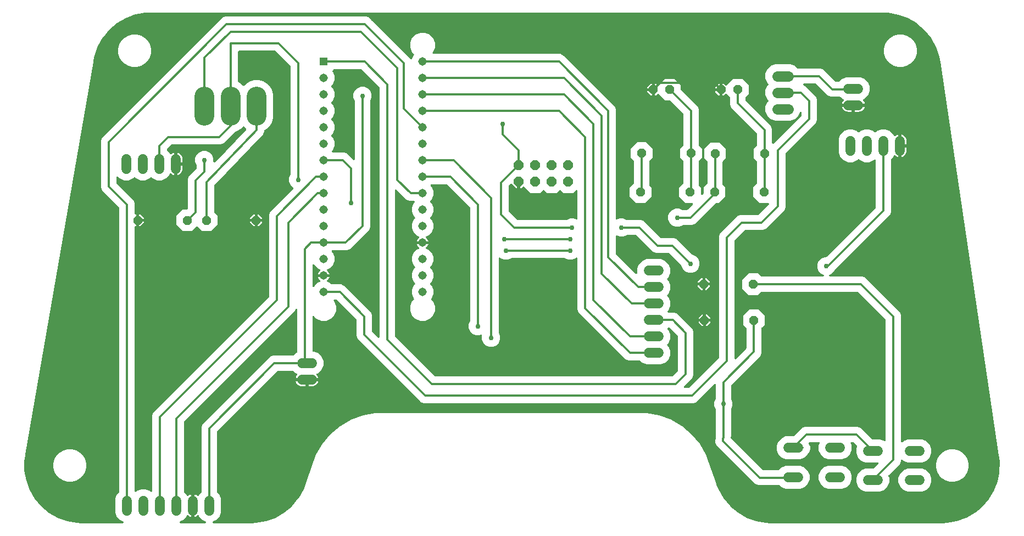
<source format=gbr>
G04 EAGLE Gerber RS-274X export*
G75*
%MOMM*%
%FSLAX34Y34*%
%LPD*%
%INBottom Copper*%
%IPPOS*%
%AMOC8*
5,1,8,0,0,1.08239X$1,22.5*%
G01*
%ADD10R,1.308000X1.308000*%
%ADD11C,1.308000*%
%ADD12P,1.429621X8X22.500000*%
%ADD13C,1.524000*%
%ADD14P,1.429621X8X202.500000*%
%ADD15C,3.009900*%
%ADD16P,1.649562X8X22.500000*%
%ADD17C,1.650000*%
%ADD18C,0.304800*%
%ADD19C,0.756400*%

G36*
X181104Y10928D02*
X181104Y10928D01*
X181155Y10926D01*
X181277Y10948D01*
X181400Y10963D01*
X181448Y10980D01*
X181497Y10989D01*
X181612Y11038D01*
X181729Y11080D01*
X181771Y11107D01*
X181817Y11127D01*
X181917Y11202D01*
X182021Y11269D01*
X182056Y11305D01*
X182097Y11335D01*
X182177Y11430D01*
X182264Y11520D01*
X182289Y11563D01*
X182322Y11601D01*
X182379Y11712D01*
X182442Y11819D01*
X182458Y11867D01*
X182481Y11912D01*
X182511Y12032D01*
X182549Y12151D01*
X182553Y12201D01*
X182565Y12250D01*
X182567Y12374D01*
X182577Y12498D01*
X182569Y12548D01*
X182570Y12598D01*
X182543Y12720D01*
X182525Y12843D01*
X182506Y12890D01*
X182496Y12939D01*
X182442Y13051D01*
X182396Y13167D01*
X182367Y13208D01*
X182346Y13254D01*
X182268Y13351D01*
X182197Y13453D01*
X182160Y13487D01*
X182128Y13526D01*
X182031Y13603D01*
X181938Y13686D01*
X181894Y13711D01*
X181855Y13742D01*
X181637Y13853D01*
X177888Y15406D01*
X172886Y20408D01*
X170179Y26943D01*
X170179Y49257D01*
X172886Y55792D01*
X175829Y58735D01*
X175908Y58834D01*
X175992Y58928D01*
X176016Y58970D01*
X176046Y59008D01*
X176100Y59122D01*
X176161Y59233D01*
X176174Y59279D01*
X176195Y59323D01*
X176221Y59446D01*
X176256Y59568D01*
X176261Y59629D01*
X176268Y59664D01*
X176267Y59712D01*
X176275Y59812D01*
X176275Y497449D01*
X176261Y497575D01*
X176254Y497701D01*
X176241Y497747D01*
X176235Y497795D01*
X176193Y497914D01*
X176158Y498036D01*
X176134Y498078D01*
X176118Y498123D01*
X176049Y498230D01*
X175988Y498340D01*
X175948Y498386D01*
X175929Y498416D01*
X175894Y498450D01*
X175829Y498526D01*
X150114Y524241D01*
X148335Y528536D01*
X148335Y601764D01*
X150114Y606059D01*
X331510Y787455D01*
X335011Y790956D01*
X339306Y792735D01*
X557314Y792735D01*
X561609Y790956D01*
X565110Y787455D01*
X621085Y731480D01*
X624586Y727979D01*
X624646Y727835D01*
X624694Y727747D01*
X624734Y727655D01*
X624779Y727595D01*
X624815Y727530D01*
X624882Y727456D01*
X624942Y727375D01*
X624999Y727327D01*
X625049Y727272D01*
X625132Y727215D01*
X625208Y727150D01*
X625274Y727116D01*
X625336Y727074D01*
X625429Y727037D01*
X625519Y726991D01*
X625591Y726973D01*
X625660Y726946D01*
X625759Y726931D01*
X625857Y726907D01*
X625931Y726906D01*
X626005Y726895D01*
X626105Y726903D01*
X626205Y726902D01*
X626278Y726918D01*
X626352Y726924D01*
X626448Y726955D01*
X626546Y726976D01*
X626613Y727008D01*
X626684Y727031D01*
X626770Y727083D01*
X626860Y727126D01*
X626919Y727172D01*
X626982Y727211D01*
X627054Y727281D01*
X627133Y727343D01*
X627179Y727402D01*
X627232Y727454D01*
X627286Y727538D01*
X627349Y727617D01*
X627394Y727706D01*
X627420Y727747D01*
X627432Y727781D01*
X627460Y727835D01*
X629542Y732860D01*
X630043Y733361D01*
X630059Y733382D01*
X630079Y733399D01*
X630167Y733518D01*
X630259Y733634D01*
X630271Y733658D01*
X630286Y733679D01*
X630345Y733815D01*
X630408Y733949D01*
X630414Y733975D01*
X630424Y733999D01*
X630450Y734145D01*
X630482Y734290D01*
X630481Y734316D01*
X630486Y734342D01*
X630478Y734491D01*
X630476Y734638D01*
X630469Y734664D01*
X630468Y734690D01*
X630427Y734833D01*
X630391Y734976D01*
X630379Y735000D01*
X630371Y735025D01*
X630299Y735154D01*
X630231Y735286D01*
X630214Y735306D01*
X630201Y735329D01*
X630089Y735461D01*
X630081Y735473D01*
X630072Y735481D01*
X630043Y735515D01*
X627550Y738009D01*
X624649Y745011D01*
X624649Y752589D01*
X627550Y759591D01*
X632909Y764950D01*
X639911Y767851D01*
X647489Y767851D01*
X654491Y764950D01*
X659850Y759591D01*
X662751Y752589D01*
X662751Y745011D01*
X659850Y738009D01*
X659527Y737685D01*
X659465Y737607D01*
X659395Y737534D01*
X659356Y737470D01*
X659310Y737412D01*
X659267Y737321D01*
X659216Y737235D01*
X659193Y737164D01*
X659161Y737097D01*
X659140Y736999D01*
X659110Y736903D01*
X659104Y736829D01*
X659088Y736756D01*
X659090Y736656D01*
X659082Y736556D01*
X659093Y736482D01*
X659094Y736408D01*
X659118Y736310D01*
X659133Y736211D01*
X659161Y736142D01*
X659179Y736070D01*
X659225Y735981D01*
X659262Y735887D01*
X659304Y735826D01*
X659339Y735760D01*
X659404Y735684D01*
X659461Y735601D01*
X659516Y735551D01*
X659564Y735495D01*
X659645Y735435D01*
X659720Y735368D01*
X659785Y735332D01*
X659845Y735287D01*
X659937Y735248D01*
X660025Y735199D01*
X660096Y735179D01*
X660165Y735149D01*
X660264Y735132D01*
X660360Y735104D01*
X660460Y735096D01*
X660508Y735088D01*
X660543Y735090D01*
X660604Y735085D01*
X856264Y735085D01*
X860559Y733306D01*
X939546Y654319D01*
X941325Y650024D01*
X941325Y481154D01*
X941342Y481005D01*
X941354Y480855D01*
X941362Y480832D01*
X941365Y480808D01*
X941415Y480667D01*
X941461Y480524D01*
X941474Y480503D01*
X941482Y480480D01*
X941564Y480354D01*
X941641Y480225D01*
X941658Y480208D01*
X941671Y480187D01*
X941780Y480082D01*
X941884Y479975D01*
X941904Y479962D01*
X941922Y479945D01*
X942051Y479868D01*
X942177Y479787D01*
X942200Y479779D01*
X942221Y479766D01*
X942364Y479721D01*
X942506Y479670D01*
X942530Y479667D01*
X942553Y479660D01*
X942702Y479648D01*
X942852Y479631D01*
X942876Y479634D01*
X942900Y479632D01*
X943049Y479654D01*
X943198Y479672D01*
X943226Y479681D01*
X943245Y479684D01*
X943289Y479701D01*
X943431Y479747D01*
X947187Y481303D01*
X952733Y481303D01*
X957905Y479161D01*
X957907Y479160D01*
X957908Y479159D01*
X958070Y479113D01*
X958240Y479065D01*
X958242Y479065D01*
X958244Y479064D01*
X958488Y479045D01*
X980224Y479045D01*
X984519Y477266D01*
X988020Y473765D01*
X1010234Y451551D01*
X1010333Y451472D01*
X1010427Y451388D01*
X1010469Y451364D01*
X1010507Y451334D01*
X1010621Y451280D01*
X1010732Y451219D01*
X1010778Y451206D01*
X1010822Y451185D01*
X1010945Y451159D01*
X1011067Y451124D01*
X1011128Y451119D01*
X1011163Y451112D01*
X1011211Y451113D01*
X1011311Y451105D01*
X1031024Y451105D01*
X1035319Y449326D01*
X1058872Y425772D01*
X1058874Y425771D01*
X1058875Y425769D01*
X1059015Y425659D01*
X1059145Y425556D01*
X1059147Y425555D01*
X1059149Y425554D01*
X1059367Y425442D01*
X1064538Y423300D01*
X1068460Y419378D01*
X1070583Y414253D01*
X1070583Y408707D01*
X1068460Y403582D01*
X1064538Y399660D01*
X1059413Y397537D01*
X1053867Y397537D01*
X1048742Y399660D01*
X1044820Y403582D01*
X1042678Y408753D01*
X1042677Y408755D01*
X1042676Y408757D01*
X1042594Y408905D01*
X1042509Y409058D01*
X1042507Y409060D01*
X1042506Y409061D01*
X1042348Y409248D01*
X1024306Y427289D01*
X1024207Y427368D01*
X1024113Y427452D01*
X1024071Y427476D01*
X1024033Y427506D01*
X1023919Y427560D01*
X1023808Y427621D01*
X1023762Y427634D01*
X1023718Y427655D01*
X1023595Y427681D01*
X1023473Y427716D01*
X1023412Y427721D01*
X1023377Y427728D01*
X1023329Y427727D01*
X1023229Y427735D01*
X1003516Y427735D01*
X999221Y429514D01*
X995720Y433015D01*
X973506Y455229D01*
X973407Y455308D01*
X973313Y455392D01*
X973271Y455416D01*
X973233Y455446D01*
X973119Y455500D01*
X973008Y455561D01*
X972962Y455574D01*
X972918Y455595D01*
X972795Y455621D01*
X972673Y455656D01*
X972612Y455661D01*
X972577Y455668D01*
X972529Y455667D01*
X972429Y455675D01*
X958488Y455675D01*
X958486Y455675D01*
X958484Y455675D01*
X958313Y455655D01*
X958141Y455635D01*
X958139Y455635D01*
X958137Y455634D01*
X957905Y455559D01*
X952733Y453417D01*
X947187Y453417D01*
X943431Y454973D01*
X943286Y455014D01*
X943143Y455060D01*
X943119Y455062D01*
X943096Y455069D01*
X942945Y455076D01*
X942796Y455088D01*
X942772Y455084D01*
X942748Y455086D01*
X942600Y455059D01*
X942451Y455036D01*
X942429Y455027D01*
X942405Y455023D01*
X942267Y454963D01*
X942127Y454908D01*
X942107Y454894D01*
X942085Y454884D01*
X941964Y454794D01*
X941841Y454709D01*
X941825Y454691D01*
X941805Y454676D01*
X941708Y454561D01*
X941608Y454450D01*
X941596Y454429D01*
X941580Y454410D01*
X941512Y454277D01*
X941439Y454145D01*
X941433Y454121D01*
X941422Y454100D01*
X941385Y453955D01*
X941344Y453809D01*
X941342Y453780D01*
X941337Y453762D01*
X941337Y453715D01*
X941325Y453566D01*
X941325Y427111D01*
X941339Y426985D01*
X941346Y426859D01*
X941359Y426813D01*
X941365Y426765D01*
X941407Y426646D01*
X941442Y426524D01*
X941466Y426482D01*
X941482Y426437D01*
X941551Y426330D01*
X941612Y426220D01*
X941652Y426174D01*
X941671Y426144D01*
X941706Y426110D01*
X941771Y426034D01*
X971839Y395966D01*
X971917Y395903D01*
X971990Y395834D01*
X972054Y395795D01*
X972112Y395749D01*
X972203Y395706D01*
X972289Y395655D01*
X972360Y395632D01*
X972427Y395600D01*
X972525Y395579D01*
X972621Y395549D01*
X972695Y395543D01*
X972768Y395527D01*
X972868Y395529D01*
X972968Y395521D01*
X973042Y395532D01*
X973116Y395533D01*
X973213Y395557D01*
X973313Y395572D01*
X973382Y395600D01*
X973454Y395618D01*
X973544Y395664D01*
X973637Y395701D01*
X973698Y395743D01*
X973764Y395777D01*
X973841Y395843D01*
X973923Y395900D01*
X973973Y395955D01*
X974029Y396003D01*
X974089Y396084D01*
X974156Y396159D01*
X974192Y396224D01*
X974237Y396284D01*
X974276Y396376D01*
X974325Y396464D01*
X974345Y396535D01*
X974375Y396604D01*
X974392Y396702D01*
X974420Y396799D01*
X974428Y396899D01*
X974436Y396947D01*
X974434Y396982D01*
X974439Y397043D01*
X974439Y404177D01*
X977146Y410712D01*
X982148Y415714D01*
X988683Y418421D01*
X1010997Y418421D01*
X1017532Y415714D01*
X1022534Y410712D01*
X1025241Y404177D01*
X1025241Y397103D01*
X1022534Y390568D01*
X1020983Y389017D01*
X1020967Y388997D01*
X1020947Y388980D01*
X1020858Y388860D01*
X1020766Y388744D01*
X1020755Y388720D01*
X1020739Y388699D01*
X1020681Y388563D01*
X1020617Y388429D01*
X1020612Y388403D01*
X1020601Y388379D01*
X1020575Y388233D01*
X1020544Y388088D01*
X1020544Y388062D01*
X1020540Y388036D01*
X1020547Y387888D01*
X1020550Y387740D01*
X1020556Y387714D01*
X1020558Y387688D01*
X1020599Y387546D01*
X1020635Y387402D01*
X1020647Y387379D01*
X1020654Y387353D01*
X1020727Y387224D01*
X1020795Y387092D01*
X1020812Y387072D01*
X1020824Y387049D01*
X1020983Y386863D01*
X1022534Y385312D01*
X1025241Y378777D01*
X1025241Y371703D01*
X1022534Y365168D01*
X1020983Y363617D01*
X1020967Y363597D01*
X1020947Y363580D01*
X1020858Y363460D01*
X1020766Y363344D01*
X1020755Y363320D01*
X1020739Y363299D01*
X1020681Y363163D01*
X1020617Y363029D01*
X1020612Y363003D01*
X1020601Y362979D01*
X1020575Y362833D01*
X1020544Y362688D01*
X1020544Y362662D01*
X1020540Y362636D01*
X1020547Y362488D01*
X1020550Y362340D01*
X1020556Y362314D01*
X1020558Y362288D01*
X1020599Y362146D01*
X1020635Y362002D01*
X1020647Y361979D01*
X1020654Y361953D01*
X1020727Y361824D01*
X1020795Y361692D01*
X1020812Y361672D01*
X1020824Y361649D01*
X1020983Y361463D01*
X1022534Y359912D01*
X1025241Y353377D01*
X1025241Y346303D01*
X1022534Y339768D01*
X1021491Y338725D01*
X1021428Y338646D01*
X1021359Y338574D01*
X1021320Y338510D01*
X1021274Y338452D01*
X1021231Y338361D01*
X1021180Y338275D01*
X1021157Y338204D01*
X1021125Y338137D01*
X1021104Y338039D01*
X1021074Y337943D01*
X1021068Y337869D01*
X1021052Y337796D01*
X1021054Y337696D01*
X1021046Y337596D01*
X1021057Y337522D01*
X1021058Y337448D01*
X1021082Y337351D01*
X1021097Y337251D01*
X1021125Y337182D01*
X1021143Y337110D01*
X1021189Y337021D01*
X1021226Y336927D01*
X1021268Y336866D01*
X1021303Y336800D01*
X1021368Y336724D01*
X1021425Y336641D01*
X1021480Y336591D01*
X1021528Y336535D01*
X1021609Y336475D01*
X1021684Y336408D01*
X1021749Y336372D01*
X1021809Y336327D01*
X1021901Y336288D01*
X1021989Y336239D01*
X1022060Y336219D01*
X1022129Y336189D01*
X1022227Y336172D01*
X1022324Y336144D01*
X1022424Y336136D01*
X1022472Y336128D01*
X1022507Y336130D01*
X1022568Y336125D01*
X1031704Y336125D01*
X1035999Y334346D01*
X1058926Y311419D01*
X1060705Y307124D01*
X1060705Y238976D01*
X1058926Y234681D01*
X1055425Y231180D01*
X1046650Y222405D01*
X1046587Y222327D01*
X1046518Y222254D01*
X1046479Y222190D01*
X1046433Y222132D01*
X1046390Y222041D01*
X1046339Y221955D01*
X1046316Y221884D01*
X1046284Y221817D01*
X1046263Y221719D01*
X1046233Y221623D01*
X1046227Y221549D01*
X1046211Y221476D01*
X1046213Y221376D01*
X1046205Y221276D01*
X1046216Y221202D01*
X1046217Y221128D01*
X1046241Y221031D01*
X1046256Y220931D01*
X1046284Y220862D01*
X1046302Y220790D01*
X1046348Y220700D01*
X1046385Y220607D01*
X1046427Y220546D01*
X1046461Y220480D01*
X1046527Y220403D01*
X1046584Y220321D01*
X1046639Y220271D01*
X1046687Y220215D01*
X1046768Y220155D01*
X1046843Y220088D01*
X1046908Y220052D01*
X1046968Y220007D01*
X1047060Y219968D01*
X1047148Y219919D01*
X1047219Y219899D01*
X1047288Y219869D01*
X1047386Y219852D01*
X1047483Y219824D01*
X1047583Y219816D01*
X1047631Y219808D01*
X1047666Y219810D01*
X1047727Y219805D01*
X1053549Y219805D01*
X1053675Y219819D01*
X1053801Y219826D01*
X1053847Y219839D01*
X1053895Y219845D01*
X1054014Y219887D01*
X1054136Y219922D01*
X1054178Y219946D01*
X1054223Y219962D01*
X1054330Y220031D01*
X1054440Y220092D01*
X1054486Y220132D01*
X1054516Y220151D01*
X1054550Y220186D01*
X1054626Y220251D01*
X1100389Y266014D01*
X1100468Y266113D01*
X1100552Y266207D01*
X1100576Y266249D01*
X1100606Y266287D01*
X1100660Y266401D01*
X1100721Y266512D01*
X1100734Y266558D01*
X1100755Y266602D01*
X1100781Y266725D01*
X1100816Y266847D01*
X1100821Y266908D01*
X1100828Y266943D01*
X1100827Y266991D01*
X1100835Y267091D01*
X1100835Y454444D01*
X1102614Y458739D01*
X1128761Y484886D01*
X1133056Y486665D01*
X1160389Y486665D01*
X1160515Y486679D01*
X1160641Y486686D01*
X1160687Y486699D01*
X1160735Y486705D01*
X1160854Y486747D01*
X1160976Y486782D01*
X1161018Y486806D01*
X1161063Y486822D01*
X1161170Y486891D01*
X1161280Y486952D01*
X1161326Y486992D01*
X1161356Y487011D01*
X1161390Y487046D01*
X1161466Y487111D01*
X1177110Y502755D01*
X1177173Y502833D01*
X1177242Y502906D01*
X1177281Y502970D01*
X1177327Y503028D01*
X1177370Y503119D01*
X1177421Y503205D01*
X1177444Y503276D01*
X1177476Y503343D01*
X1177497Y503441D01*
X1177527Y503537D01*
X1177533Y503611D01*
X1177549Y503684D01*
X1177547Y503784D01*
X1177555Y503884D01*
X1177544Y503958D01*
X1177543Y504032D01*
X1177519Y504129D01*
X1177504Y504229D01*
X1177476Y504298D01*
X1177458Y504370D01*
X1177412Y504460D01*
X1177375Y504553D01*
X1177333Y504614D01*
X1177299Y504680D01*
X1177233Y504757D01*
X1177176Y504839D01*
X1177121Y504889D01*
X1177073Y504945D01*
X1176992Y505005D01*
X1176917Y505072D01*
X1176852Y505108D01*
X1176792Y505153D01*
X1176700Y505192D01*
X1176612Y505241D01*
X1176541Y505261D01*
X1176472Y505291D01*
X1176374Y505308D01*
X1176277Y505336D01*
X1176177Y505344D01*
X1176129Y505352D01*
X1176094Y505350D01*
X1176033Y505355D01*
X1162776Y505355D01*
X1152955Y515176D01*
X1152955Y529064D01*
X1158529Y534638D01*
X1158608Y534737D01*
X1158692Y534831D01*
X1158716Y534873D01*
X1158746Y534911D01*
X1158800Y535025D01*
X1158861Y535136D01*
X1158874Y535182D01*
X1158895Y535226D01*
X1158921Y535349D01*
X1158956Y535471D01*
X1158961Y535532D01*
X1158968Y535567D01*
X1158967Y535615D01*
X1158975Y535715D01*
X1158975Y568685D01*
X1158961Y568811D01*
X1158954Y568937D01*
X1158941Y568983D01*
X1158935Y569031D01*
X1158893Y569150D01*
X1158858Y569272D01*
X1158834Y569314D01*
X1158818Y569359D01*
X1158749Y569465D01*
X1158688Y569576D01*
X1158648Y569622D01*
X1158629Y569652D01*
X1158594Y569686D01*
X1158529Y569762D01*
X1153895Y574396D01*
X1153895Y588284D01*
X1158529Y592918D01*
X1158608Y593017D01*
X1158692Y593111D01*
X1158716Y593153D01*
X1158746Y593191D01*
X1158800Y593305D01*
X1158861Y593416D01*
X1158874Y593462D01*
X1158895Y593506D01*
X1158921Y593629D01*
X1158956Y593751D01*
X1158961Y593812D01*
X1158968Y593847D01*
X1158967Y593895D01*
X1158975Y593995D01*
X1158975Y612029D01*
X1158961Y612155D01*
X1158954Y612281D01*
X1158941Y612327D01*
X1158935Y612375D01*
X1158893Y612494D01*
X1158858Y612616D01*
X1158834Y612658D01*
X1158818Y612703D01*
X1158749Y612810D01*
X1158688Y612920D01*
X1158648Y612966D01*
X1158629Y612996D01*
X1158594Y613030D01*
X1158529Y613106D01*
X1119434Y652201D01*
X1117655Y656496D01*
X1117655Y667425D01*
X1117641Y667551D01*
X1117634Y667677D01*
X1117621Y667723D01*
X1117615Y667771D01*
X1117573Y667890D01*
X1117538Y668012D01*
X1117514Y668054D01*
X1117498Y668099D01*
X1117429Y668205D01*
X1117368Y668316D01*
X1117328Y668362D01*
X1117309Y668392D01*
X1117274Y668426D01*
X1117272Y668429D01*
X1117256Y668450D01*
X1117242Y668463D01*
X1117209Y668502D01*
X1112329Y673382D01*
X1112308Y673398D01*
X1112291Y673418D01*
X1112172Y673507D01*
X1112056Y673599D01*
X1112032Y673610D01*
X1112011Y673626D01*
X1111875Y673684D01*
X1111741Y673748D01*
X1111715Y673753D01*
X1111691Y673764D01*
X1111545Y673790D01*
X1111400Y673821D01*
X1111374Y673821D01*
X1111348Y673825D01*
X1111200Y673818D01*
X1111052Y673815D01*
X1111026Y673809D01*
X1111000Y673807D01*
X1110858Y673766D01*
X1110714Y673730D01*
X1110690Y673718D01*
X1110665Y673711D01*
X1110536Y673638D01*
X1110404Y673570D01*
X1110384Y673553D01*
X1110361Y673541D01*
X1110175Y673382D01*
X1107728Y670935D01*
X1105971Y670935D01*
X1105971Y679572D01*
X1105968Y679598D01*
X1105970Y679624D01*
X1105948Y679771D01*
X1105931Y679918D01*
X1105923Y679943D01*
X1105919Y679969D01*
X1105876Y680076D01*
X1105897Y680152D01*
X1105942Y680293D01*
X1105944Y680319D01*
X1105952Y680344D01*
X1105971Y680588D01*
X1105971Y689225D01*
X1107728Y689225D01*
X1110175Y686778D01*
X1110195Y686762D01*
X1110212Y686742D01*
X1110332Y686653D01*
X1110448Y686561D01*
X1110471Y686550D01*
X1110493Y686534D01*
X1110629Y686476D01*
X1110763Y686412D01*
X1110789Y686407D01*
X1110813Y686396D01*
X1110959Y686370D01*
X1111104Y686339D01*
X1111130Y686339D01*
X1111156Y686335D01*
X1111304Y686342D01*
X1111452Y686345D01*
X1111477Y686351D01*
X1111504Y686353D01*
X1111646Y686394D01*
X1111790Y686430D01*
X1111813Y686442D01*
X1111839Y686449D01*
X1111968Y686522D01*
X1112100Y686590D01*
X1112120Y686606D01*
X1112143Y686619D01*
X1112329Y686778D01*
X1122396Y696845D01*
X1136284Y696845D01*
X1146105Y687024D01*
X1146105Y673136D01*
X1141471Y668502D01*
X1141406Y668420D01*
X1141357Y668370D01*
X1141347Y668353D01*
X1141308Y668309D01*
X1141284Y668267D01*
X1141254Y668229D01*
X1141200Y668115D01*
X1141139Y668004D01*
X1141126Y667958D01*
X1141105Y667914D01*
X1141079Y667791D01*
X1141044Y667669D01*
X1141039Y667608D01*
X1141032Y667573D01*
X1141033Y667525D01*
X1141025Y667425D01*
X1141025Y664291D01*
X1141039Y664165D01*
X1141046Y664039D01*
X1141059Y663993D01*
X1141065Y663945D01*
X1141107Y663826D01*
X1141142Y663704D01*
X1141166Y663662D01*
X1141182Y663617D01*
X1141251Y663510D01*
X1141312Y663400D01*
X1141352Y663354D01*
X1141371Y663324D01*
X1141406Y663290D01*
X1141471Y663214D01*
X1180566Y624119D01*
X1182345Y619824D01*
X1182345Y598027D01*
X1182356Y597927D01*
X1182358Y597827D01*
X1182376Y597755D01*
X1182385Y597681D01*
X1182418Y597586D01*
X1182443Y597489D01*
X1182477Y597423D01*
X1182502Y597353D01*
X1182557Y597268D01*
X1182603Y597179D01*
X1182651Y597122D01*
X1182691Y597060D01*
X1182763Y596990D01*
X1182828Y596914D01*
X1182888Y596869D01*
X1182942Y596818D01*
X1183028Y596766D01*
X1183109Y596706D01*
X1183177Y596677D01*
X1183241Y596639D01*
X1183337Y596608D01*
X1183429Y596568D01*
X1183502Y596555D01*
X1183573Y596533D01*
X1183673Y596524D01*
X1183772Y596507D01*
X1183846Y596511D01*
X1183920Y596505D01*
X1184020Y596519D01*
X1184120Y596525D01*
X1184191Y596545D01*
X1184265Y596556D01*
X1184358Y596593D01*
X1184455Y596621D01*
X1184520Y596657D01*
X1184589Y596685D01*
X1184671Y596742D01*
X1184759Y596791D01*
X1184835Y596856D01*
X1184875Y596884D01*
X1184899Y596910D01*
X1184945Y596950D01*
X1227389Y639394D01*
X1227468Y639493D01*
X1227552Y639587D01*
X1227576Y639629D01*
X1227606Y639667D01*
X1227660Y639781D01*
X1227721Y639892D01*
X1227734Y639938D01*
X1227755Y639982D01*
X1227781Y640105D01*
X1227816Y640227D01*
X1227821Y640288D01*
X1227828Y640323D01*
X1227827Y640371D01*
X1227835Y640471D01*
X1227835Y644460D01*
X1227830Y644510D01*
X1227832Y644560D01*
X1227810Y644682D01*
X1227795Y644806D01*
X1227778Y644853D01*
X1227769Y644903D01*
X1227720Y645017D01*
X1227678Y645134D01*
X1227651Y645176D01*
X1227631Y645222D01*
X1227556Y645322D01*
X1227489Y645427D01*
X1227453Y645462D01*
X1227423Y645502D01*
X1227328Y645582D01*
X1227238Y645669D01*
X1227195Y645695D01*
X1227157Y645727D01*
X1227046Y645784D01*
X1226939Y645848D01*
X1226891Y645863D01*
X1226846Y645886D01*
X1226726Y645916D01*
X1226607Y645954D01*
X1226557Y645958D01*
X1226508Y645970D01*
X1226384Y645972D01*
X1226260Y645982D01*
X1226210Y645974D01*
X1226160Y645975D01*
X1226038Y645949D01*
X1225915Y645930D01*
X1225868Y645912D01*
X1225819Y645901D01*
X1225707Y645847D01*
X1225591Y645801D01*
X1225550Y645773D01*
X1225504Y645751D01*
X1225407Y645673D01*
X1225305Y645603D01*
X1225271Y645565D01*
X1225232Y645534D01*
X1225155Y645436D01*
X1225072Y645344D01*
X1225047Y645300D01*
X1225016Y645260D01*
X1224905Y645042D01*
X1222738Y639811D01*
X1217559Y634632D01*
X1210792Y631829D01*
X1186968Y631829D01*
X1180201Y634632D01*
X1175022Y639811D01*
X1172219Y646578D01*
X1172219Y653902D01*
X1175022Y660669D01*
X1176216Y661863D01*
X1176232Y661883D01*
X1176253Y661900D01*
X1176341Y662020D01*
X1176433Y662136D01*
X1176444Y662160D01*
X1176460Y662181D01*
X1176518Y662317D01*
X1176582Y662451D01*
X1176587Y662477D01*
X1176598Y662501D01*
X1176624Y662647D01*
X1176655Y662792D01*
X1176655Y662818D01*
X1176659Y662844D01*
X1176652Y662992D01*
X1176649Y663140D01*
X1176643Y663166D01*
X1176641Y663192D01*
X1176600Y663334D01*
X1176564Y663478D01*
X1176552Y663501D01*
X1176545Y663527D01*
X1176472Y663656D01*
X1176405Y663788D01*
X1176388Y663808D01*
X1176375Y663831D01*
X1176216Y664017D01*
X1175022Y665211D01*
X1172219Y671978D01*
X1172219Y679302D01*
X1175022Y686069D01*
X1176216Y687263D01*
X1176232Y687283D01*
X1176253Y687300D01*
X1176341Y687420D01*
X1176433Y687536D01*
X1176444Y687560D01*
X1176460Y687581D01*
X1176518Y687717D01*
X1176582Y687851D01*
X1176587Y687877D01*
X1176598Y687901D01*
X1176624Y688047D01*
X1176655Y688192D01*
X1176655Y688218D01*
X1176659Y688244D01*
X1176652Y688392D01*
X1176649Y688540D01*
X1176643Y688566D01*
X1176641Y688592D01*
X1176600Y688734D01*
X1176564Y688878D01*
X1176552Y688901D01*
X1176545Y688927D01*
X1176472Y689056D01*
X1176405Y689188D01*
X1176388Y689208D01*
X1176375Y689231D01*
X1176216Y689417D01*
X1175022Y690611D01*
X1172219Y697378D01*
X1172219Y704702D01*
X1175022Y711469D01*
X1180201Y716648D01*
X1186968Y719451D01*
X1210792Y719451D01*
X1217559Y716648D01*
X1221036Y713171D01*
X1221135Y713092D01*
X1221229Y713008D01*
X1221271Y712984D01*
X1221309Y712954D01*
X1221423Y712900D01*
X1221534Y712839D01*
X1221580Y712826D01*
X1221624Y712805D01*
X1221747Y712779D01*
X1221869Y712744D01*
X1221930Y712739D01*
X1221965Y712732D01*
X1222013Y712733D01*
X1222113Y712725D01*
X1257084Y712725D01*
X1261379Y710946D01*
X1279474Y692851D01*
X1279573Y692772D01*
X1279667Y692688D01*
X1279709Y692664D01*
X1279747Y692634D01*
X1279861Y692580D01*
X1279972Y692519D01*
X1280018Y692506D01*
X1280062Y692485D01*
X1280185Y692459D01*
X1280307Y692424D01*
X1280368Y692419D01*
X1280403Y692412D01*
X1280451Y692413D01*
X1280551Y692405D01*
X1285188Y692405D01*
X1285314Y692419D01*
X1285440Y692426D01*
X1285486Y692439D01*
X1285534Y692445D01*
X1285653Y692487D01*
X1285775Y692522D01*
X1285817Y692546D01*
X1285862Y692562D01*
X1285969Y692631D01*
X1286079Y692692D01*
X1286125Y692732D01*
X1286155Y692751D01*
X1286189Y692786D01*
X1286265Y692851D01*
X1290008Y696594D01*
X1296543Y699301D01*
X1318857Y699301D01*
X1325392Y696594D01*
X1330394Y691592D01*
X1333101Y685057D01*
X1333101Y677983D01*
X1330394Y671448D01*
X1325392Y666446D01*
X1323235Y665553D01*
X1323104Y665480D01*
X1322970Y665411D01*
X1322952Y665395D01*
X1322931Y665384D01*
X1322819Y665283D01*
X1322705Y665185D01*
X1322690Y665166D01*
X1322672Y665149D01*
X1322587Y665026D01*
X1322498Y664905D01*
X1322488Y664883D01*
X1322474Y664863D01*
X1322419Y664723D01*
X1322360Y664585D01*
X1322355Y664561D01*
X1322346Y664538D01*
X1322325Y664390D01*
X1322298Y664242D01*
X1322299Y664218D01*
X1322296Y664194D01*
X1322308Y664044D01*
X1322316Y663894D01*
X1322323Y663871D01*
X1322325Y663846D01*
X1322371Y663703D01*
X1322412Y663559D01*
X1322424Y663538D01*
X1322432Y663515D01*
X1322509Y663386D01*
X1322583Y663255D01*
X1322601Y663233D01*
X1322611Y663216D01*
X1322644Y663182D01*
X1322741Y663068D01*
X1323070Y662739D01*
X1324010Y661445D01*
X1324736Y660020D01*
X1325179Y658659D01*
X1308716Y658659D01*
X1308690Y658656D01*
X1308664Y658658D01*
X1308517Y658636D01*
X1308370Y658619D01*
X1308345Y658611D01*
X1308319Y658607D01*
X1308182Y658552D01*
X1308042Y658502D01*
X1308020Y658488D01*
X1307995Y658478D01*
X1307874Y658393D01*
X1307749Y658313D01*
X1307731Y658294D01*
X1307709Y658279D01*
X1307695Y658263D01*
X1307610Y658345D01*
X1307587Y658359D01*
X1307568Y658376D01*
X1307438Y658448D01*
X1307311Y658524D01*
X1307286Y658532D01*
X1307263Y658545D01*
X1307120Y658585D01*
X1306979Y658630D01*
X1306953Y658632D01*
X1306928Y658640D01*
X1306684Y658659D01*
X1290221Y658659D01*
X1290664Y660020D01*
X1291390Y661445D01*
X1292330Y662739D01*
X1292659Y663068D01*
X1292752Y663186D01*
X1292850Y663301D01*
X1292861Y663323D01*
X1292876Y663341D01*
X1292940Y663478D01*
X1293008Y663611D01*
X1293014Y663635D01*
X1293025Y663657D01*
X1293056Y663804D01*
X1293092Y663949D01*
X1293093Y663974D01*
X1293098Y663997D01*
X1293095Y664147D01*
X1293098Y664298D01*
X1293092Y664322D01*
X1293092Y664346D01*
X1293055Y664491D01*
X1293023Y664638D01*
X1293013Y664660D01*
X1293007Y664684D01*
X1292938Y664818D01*
X1292873Y664953D01*
X1292858Y664972D01*
X1292847Y664994D01*
X1292750Y665108D01*
X1292656Y665226D01*
X1292637Y665240D01*
X1292621Y665259D01*
X1292500Y665348D01*
X1292383Y665441D01*
X1292357Y665455D01*
X1292341Y665466D01*
X1292298Y665485D01*
X1292165Y665553D01*
X1290008Y666446D01*
X1287865Y668589D01*
X1287766Y668668D01*
X1287672Y668752D01*
X1287630Y668776D01*
X1287592Y668806D01*
X1287478Y668860D01*
X1287367Y668921D01*
X1287321Y668934D01*
X1287277Y668955D01*
X1287154Y668981D01*
X1287032Y669016D01*
X1286971Y669021D01*
X1286936Y669028D01*
X1286888Y669027D01*
X1286788Y669035D01*
X1272756Y669035D01*
X1268461Y670814D01*
X1250366Y688909D01*
X1250267Y688988D01*
X1250173Y689072D01*
X1250131Y689096D01*
X1250093Y689126D01*
X1249979Y689180D01*
X1249868Y689241D01*
X1249822Y689254D01*
X1249778Y689275D01*
X1249655Y689301D01*
X1249533Y689336D01*
X1249472Y689341D01*
X1249437Y689348D01*
X1249389Y689347D01*
X1249289Y689355D01*
X1231900Y689355D01*
X1231850Y689350D01*
X1231800Y689352D01*
X1231677Y689330D01*
X1231554Y689315D01*
X1231506Y689298D01*
X1231457Y689289D01*
X1231343Y689240D01*
X1231226Y689198D01*
X1231183Y689171D01*
X1231137Y689151D01*
X1231037Y689076D01*
X1230933Y689009D01*
X1230898Y688973D01*
X1230857Y688943D01*
X1230777Y688848D01*
X1230691Y688758D01*
X1230665Y688715D01*
X1230632Y688677D01*
X1230576Y688566D01*
X1230512Y688459D01*
X1230496Y688411D01*
X1230473Y688366D01*
X1230443Y688246D01*
X1230406Y688127D01*
X1230402Y688077D01*
X1230389Y688028D01*
X1230388Y687904D01*
X1230378Y687780D01*
X1230385Y687730D01*
X1230384Y687680D01*
X1230411Y687558D01*
X1230429Y687435D01*
X1230448Y687388D01*
X1230459Y687339D01*
X1230512Y687227D01*
X1230558Y687111D01*
X1230587Y687070D01*
X1230608Y687024D01*
X1230686Y686927D01*
X1230757Y686825D01*
X1230794Y686791D01*
X1230826Y686752D01*
X1230923Y686675D01*
X1231016Y686592D01*
X1231060Y686567D01*
X1231099Y686536D01*
X1231317Y686425D01*
X1233439Y685546D01*
X1249426Y669559D01*
X1251205Y665264D01*
X1251205Y632676D01*
X1249426Y628381D01*
X1203391Y582346D01*
X1203312Y582247D01*
X1203228Y582153D01*
X1203204Y582111D01*
X1203174Y582073D01*
X1203120Y581959D01*
X1203059Y581848D01*
X1203046Y581802D01*
X1203025Y581758D01*
X1202999Y581635D01*
X1202964Y581513D01*
X1202959Y581452D01*
X1202952Y581417D01*
X1202953Y581369D01*
X1202945Y581269D01*
X1202945Y498056D01*
X1201166Y493761D01*
X1172479Y465074D01*
X1168184Y463295D01*
X1140851Y463295D01*
X1140725Y463281D01*
X1140599Y463274D01*
X1140553Y463261D01*
X1140505Y463255D01*
X1140386Y463213D01*
X1140264Y463178D01*
X1140222Y463154D01*
X1140177Y463138D01*
X1140070Y463069D01*
X1139960Y463008D01*
X1139914Y462968D01*
X1139884Y462949D01*
X1139850Y462914D01*
X1139774Y462849D01*
X1124651Y447726D01*
X1124572Y447627D01*
X1124488Y447533D01*
X1124464Y447491D01*
X1124434Y447453D01*
X1124380Y447339D01*
X1124319Y447228D01*
X1124306Y447182D01*
X1124285Y447138D01*
X1124259Y447015D01*
X1124224Y446893D01*
X1124219Y446832D01*
X1124212Y446797D01*
X1124213Y446749D01*
X1124205Y446649D01*
X1124205Y265567D01*
X1124216Y265467D01*
X1124218Y265367D01*
X1124236Y265295D01*
X1124245Y265221D01*
X1124278Y265126D01*
X1124303Y265029D01*
X1124337Y264963D01*
X1124362Y264893D01*
X1124417Y264808D01*
X1124463Y264719D01*
X1124511Y264662D01*
X1124551Y264600D01*
X1124623Y264530D01*
X1124688Y264454D01*
X1124748Y264409D01*
X1124802Y264358D01*
X1124888Y264306D01*
X1124969Y264246D01*
X1125037Y264217D01*
X1125101Y264179D01*
X1125197Y264148D01*
X1125289Y264108D01*
X1125362Y264095D01*
X1125433Y264073D01*
X1125533Y264064D01*
X1125632Y264047D01*
X1125706Y264051D01*
X1125780Y264045D01*
X1125880Y264059D01*
X1125980Y264065D01*
X1126051Y264085D01*
X1126125Y264096D01*
X1126218Y264133D01*
X1126315Y264161D01*
X1126380Y264197D01*
X1126449Y264225D01*
X1126531Y264282D01*
X1126619Y264331D01*
X1126695Y264396D01*
X1126735Y264424D01*
X1126759Y264450D01*
X1126805Y264490D01*
X1142209Y279894D01*
X1142288Y279993D01*
X1142372Y280087D01*
X1142396Y280129D01*
X1142426Y280167D01*
X1142480Y280281D01*
X1142541Y280392D01*
X1142554Y280438D01*
X1142575Y280482D01*
X1142601Y280605D01*
X1142636Y280727D01*
X1142641Y280788D01*
X1142648Y280823D01*
X1142647Y280871D01*
X1142655Y280971D01*
X1142655Y311705D01*
X1142641Y311830D01*
X1142634Y311957D01*
X1142621Y312003D01*
X1142615Y312051D01*
X1142573Y312170D01*
X1142538Y312292D01*
X1142514Y312334D01*
X1142498Y312379D01*
X1142429Y312485D01*
X1142368Y312596D01*
X1142328Y312642D01*
X1142309Y312672D01*
X1142274Y312706D01*
X1142209Y312782D01*
X1137575Y317416D01*
X1137575Y331304D01*
X1147396Y341125D01*
X1161284Y341125D01*
X1171105Y331304D01*
X1171105Y317416D01*
X1166471Y312782D01*
X1166392Y312683D01*
X1166308Y312589D01*
X1166284Y312547D01*
X1166254Y312509D01*
X1166200Y312395D01*
X1166139Y312284D01*
X1166126Y312238D01*
X1166105Y312194D01*
X1166079Y312071D01*
X1166044Y311949D01*
X1166039Y311888D01*
X1166032Y311853D01*
X1166033Y311805D01*
X1166025Y311705D01*
X1166025Y273176D01*
X1164246Y268881D01*
X1119411Y224046D01*
X1119332Y223947D01*
X1119248Y223853D01*
X1119224Y223811D01*
X1119194Y223773D01*
X1119140Y223659D01*
X1119079Y223548D01*
X1119066Y223502D01*
X1119045Y223458D01*
X1119019Y223335D01*
X1118984Y223213D01*
X1118979Y223152D01*
X1118972Y223117D01*
X1118973Y223069D01*
X1118965Y222969D01*
X1118965Y203468D01*
X1118965Y203466D01*
X1118965Y203464D01*
X1118986Y203287D01*
X1119005Y203121D01*
X1119005Y203120D01*
X1119006Y203117D01*
X1119081Y202885D01*
X1121223Y197713D01*
X1121223Y192167D01*
X1119081Y186995D01*
X1119080Y186993D01*
X1119079Y186992D01*
X1119033Y186830D01*
X1118985Y186660D01*
X1118985Y186658D01*
X1118984Y186656D01*
X1118965Y186412D01*
X1118965Y149148D01*
X1118980Y149013D01*
X1118989Y148877D01*
X1119001Y148831D01*
X1119005Y148802D01*
X1119021Y148755D01*
X1119052Y148640D01*
X1119071Y148586D01*
X1118967Y146613D01*
X1118969Y146583D01*
X1118965Y146533D01*
X1118965Y144558D01*
X1118943Y144504D01*
X1118905Y144374D01*
X1118861Y144244D01*
X1118855Y144197D01*
X1118847Y144169D01*
X1118845Y144119D01*
X1118829Y144002D01*
X1118779Y143059D01*
X1118789Y142893D01*
X1118798Y142727D01*
X1118800Y142719D01*
X1118801Y142711D01*
X1118848Y142552D01*
X1118894Y142392D01*
X1118898Y142385D01*
X1118901Y142378D01*
X1118983Y142233D01*
X1119065Y142088D01*
X1119071Y142081D01*
X1119074Y142075D01*
X1119092Y142056D01*
X1119223Y141902D01*
X1167714Y93411D01*
X1167813Y93332D01*
X1167907Y93248D01*
X1167949Y93224D01*
X1167987Y93194D01*
X1168101Y93140D01*
X1168212Y93079D01*
X1168258Y93066D01*
X1168302Y93045D01*
X1168425Y93019D01*
X1168547Y92984D01*
X1168608Y92979D01*
X1168643Y92972D01*
X1168691Y92973D01*
X1168791Y92965D01*
X1192262Y92965D01*
X1192388Y92979D01*
X1192514Y92986D01*
X1192560Y92999D01*
X1192608Y93005D01*
X1192727Y93047D01*
X1192849Y93082D01*
X1192891Y93106D01*
X1192936Y93122D01*
X1193043Y93191D01*
X1193153Y93252D01*
X1193199Y93292D01*
X1193229Y93311D01*
X1193263Y93346D01*
X1193339Y93411D01*
X1196896Y96968D01*
X1203431Y99675D01*
X1225745Y99675D01*
X1232280Y96968D01*
X1237282Y91966D01*
X1239989Y85431D01*
X1239989Y78357D01*
X1237282Y71822D01*
X1232280Y66820D01*
X1225745Y64113D01*
X1203431Y64113D01*
X1196896Y66820D01*
X1194567Y69149D01*
X1194468Y69228D01*
X1194374Y69312D01*
X1194332Y69336D01*
X1194294Y69366D01*
X1194180Y69420D01*
X1194069Y69481D01*
X1194023Y69494D01*
X1193979Y69515D01*
X1193856Y69541D01*
X1193734Y69576D01*
X1193673Y69581D01*
X1193638Y69588D01*
X1193590Y69587D01*
X1193490Y69595D01*
X1160996Y69595D01*
X1156701Y71374D01*
X1153200Y74875D01*
X1100140Y127935D01*
X1100034Y128020D01*
X1099931Y128110D01*
X1099890Y128134D01*
X1099867Y128152D01*
X1099822Y128173D01*
X1099719Y128233D01*
X1099668Y128257D01*
X1098347Y129726D01*
X1098324Y129746D01*
X1098291Y129784D01*
X1096894Y131181D01*
X1096872Y131234D01*
X1096806Y131354D01*
X1096746Y131476D01*
X1096717Y131513D01*
X1096703Y131539D01*
X1096669Y131576D01*
X1096597Y131670D01*
X1096559Y131713D01*
X1095900Y133575D01*
X1095887Y133603D01*
X1095871Y133651D01*
X1095115Y135476D01*
X1095115Y135533D01*
X1095100Y135669D01*
X1095091Y135805D01*
X1095079Y135851D01*
X1095075Y135880D01*
X1095059Y135927D01*
X1095028Y136041D01*
X1095009Y136096D01*
X1095113Y138068D01*
X1095111Y138099D01*
X1095115Y138149D01*
X1095115Y140124D01*
X1095137Y140178D01*
X1095175Y140309D01*
X1095219Y140438D01*
X1095225Y140484D01*
X1095233Y140513D01*
X1095235Y140563D01*
X1095251Y140680D01*
X1095593Y147150D01*
X1095591Y147181D01*
X1095595Y147231D01*
X1095595Y186412D01*
X1095595Y186414D01*
X1095595Y186416D01*
X1095574Y186593D01*
X1095555Y186759D01*
X1095555Y186760D01*
X1095554Y186763D01*
X1095479Y186995D01*
X1093337Y192167D01*
X1093337Y197713D01*
X1095479Y202885D01*
X1095480Y202887D01*
X1095481Y202888D01*
X1095527Y203050D01*
X1095575Y203220D01*
X1095575Y203222D01*
X1095576Y203224D01*
X1095595Y203468D01*
X1095595Y224493D01*
X1095584Y224593D01*
X1095582Y224693D01*
X1095564Y224765D01*
X1095555Y224839D01*
X1095522Y224934D01*
X1095497Y225031D01*
X1095463Y225097D01*
X1095438Y225167D01*
X1095383Y225252D01*
X1095337Y225341D01*
X1095289Y225398D01*
X1095249Y225460D01*
X1095177Y225530D01*
X1095112Y225606D01*
X1095052Y225651D01*
X1094998Y225702D01*
X1094912Y225754D01*
X1094831Y225814D01*
X1094763Y225843D01*
X1094699Y225881D01*
X1094603Y225912D01*
X1094511Y225952D01*
X1094438Y225965D01*
X1094367Y225987D01*
X1094267Y225996D01*
X1094168Y226013D01*
X1094094Y226009D01*
X1094020Y226015D01*
X1093920Y226001D01*
X1093820Y225995D01*
X1093749Y225975D01*
X1093675Y225964D01*
X1093582Y225927D01*
X1093485Y225899D01*
X1093420Y225863D01*
X1093351Y225835D01*
X1093269Y225778D01*
X1093181Y225729D01*
X1093105Y225664D01*
X1093065Y225636D01*
X1093041Y225610D01*
X1092995Y225570D01*
X1065639Y198214D01*
X1061344Y196435D01*
X645536Y196435D01*
X641241Y198214D01*
X543814Y295641D01*
X542035Y299936D01*
X542035Y324729D01*
X542033Y324748D01*
X542034Y324764D01*
X542021Y324855D01*
X542014Y324981D01*
X542001Y325027D01*
X541995Y325075D01*
X541953Y325194D01*
X541918Y325316D01*
X541894Y325358D01*
X541878Y325403D01*
X541809Y325510D01*
X541748Y325620D01*
X541708Y325666D01*
X541689Y325696D01*
X541654Y325730D01*
X541589Y325806D01*
X511726Y355669D01*
X511627Y355748D01*
X511533Y355832D01*
X511491Y355856D01*
X511453Y355886D01*
X511339Y355940D01*
X511228Y356001D01*
X511182Y356014D01*
X511138Y356035D01*
X511015Y356061D01*
X510893Y356096D01*
X510832Y356101D01*
X510797Y356108D01*
X510749Y356107D01*
X510649Y356115D01*
X508204Y356115D01*
X508104Y356104D01*
X508004Y356102D01*
X507932Y356084D01*
X507858Y356075D01*
X507763Y356042D01*
X507666Y356017D01*
X507600Y355983D01*
X507530Y355958D01*
X507445Y355903D01*
X507356Y355857D01*
X507299Y355809D01*
X507237Y355769D01*
X507167Y355697D01*
X507091Y355632D01*
X507046Y355572D01*
X506995Y355518D01*
X506943Y355432D01*
X506883Y355351D01*
X506854Y355283D01*
X506816Y355219D01*
X506785Y355124D01*
X506745Y355031D01*
X506732Y354958D01*
X506710Y354887D01*
X506702Y354787D01*
X506684Y354688D01*
X506688Y354614D01*
X506682Y354540D01*
X506697Y354441D01*
X506702Y354340D01*
X506722Y354269D01*
X506733Y354195D01*
X506770Y354102D01*
X506798Y354005D01*
X506835Y353940D01*
X506862Y353871D01*
X506919Y353789D01*
X506968Y353701D01*
X507034Y353625D01*
X507061Y353585D01*
X507087Y353561D01*
X507127Y353515D01*
X507450Y353191D01*
X510351Y346189D01*
X510351Y338611D01*
X507450Y331609D01*
X502091Y326250D01*
X495089Y323349D01*
X487511Y323349D01*
X480509Y326250D01*
X476565Y330193D01*
X476487Y330255D01*
X476414Y330325D01*
X476350Y330364D01*
X476292Y330410D01*
X476201Y330453D01*
X476115Y330504D01*
X476044Y330527D01*
X475977Y330559D01*
X475879Y330580D01*
X475783Y330610D01*
X475709Y330616D01*
X475636Y330632D01*
X475536Y330630D01*
X475436Y330638D01*
X475362Y330627D01*
X475288Y330626D01*
X475191Y330602D01*
X475091Y330587D01*
X475022Y330559D01*
X474950Y330541D01*
X474860Y330495D01*
X474767Y330458D01*
X474706Y330416D01*
X474640Y330381D01*
X474563Y330316D01*
X474481Y330259D01*
X474431Y330204D01*
X474375Y330156D01*
X474315Y330075D01*
X474248Y330000D01*
X474212Y329935D01*
X474167Y329875D01*
X474128Y329783D01*
X474079Y329695D01*
X474059Y329624D01*
X474029Y329555D01*
X474012Y329457D01*
X473984Y329360D01*
X473976Y329260D01*
X473968Y329212D01*
X473970Y329177D01*
X473965Y329116D01*
X473965Y277084D01*
X473968Y277058D01*
X473966Y277032D01*
X473988Y276885D01*
X474005Y276738D01*
X474013Y276713D01*
X474017Y276687D01*
X474072Y276549D01*
X474122Y276410D01*
X474136Y276388D01*
X474146Y276363D01*
X474231Y276242D01*
X474311Y276117D01*
X474330Y276099D01*
X474345Y276077D01*
X474455Y275978D01*
X474562Y275875D01*
X474584Y275861D01*
X474604Y275844D01*
X474734Y275772D01*
X474861Y275696D01*
X474886Y275688D01*
X474909Y275675D01*
X475052Y275635D01*
X475193Y275590D01*
X475219Y275588D01*
X475244Y275580D01*
X475488Y275561D01*
X476557Y275561D01*
X483092Y272854D01*
X488094Y267852D01*
X490801Y261317D01*
X490801Y254243D01*
X488094Y247708D01*
X483092Y242706D01*
X480935Y241813D01*
X480804Y241740D01*
X480670Y241671D01*
X480652Y241655D01*
X480631Y241644D01*
X480519Y241542D01*
X480405Y241445D01*
X480390Y241426D01*
X480372Y241409D01*
X480287Y241286D01*
X480198Y241165D01*
X480188Y241142D01*
X480174Y241123D01*
X480119Y240983D01*
X480060Y240845D01*
X480055Y240821D01*
X480046Y240798D01*
X480025Y240650D01*
X479998Y240502D01*
X479999Y240478D01*
X479996Y240454D01*
X480008Y240304D01*
X480016Y240154D01*
X480022Y240131D01*
X480024Y240106D01*
X480071Y239963D01*
X480112Y239819D01*
X480124Y239798D01*
X480132Y239775D01*
X480209Y239646D01*
X480283Y239515D01*
X480301Y239493D01*
X480311Y239476D01*
X480344Y239442D01*
X480441Y239328D01*
X480770Y238999D01*
X481710Y237705D01*
X482436Y236280D01*
X482879Y234919D01*
X466416Y234919D01*
X466390Y234916D01*
X466364Y234918D01*
X466217Y234896D01*
X466070Y234879D01*
X466045Y234871D01*
X466019Y234867D01*
X465882Y234812D01*
X465742Y234762D01*
X465720Y234748D01*
X465695Y234738D01*
X465574Y234653D01*
X465449Y234573D01*
X465431Y234554D01*
X465409Y234539D01*
X465395Y234523D01*
X465310Y234605D01*
X465287Y234619D01*
X465268Y234636D01*
X465138Y234708D01*
X465011Y234784D01*
X464986Y234792D01*
X464963Y234805D01*
X464820Y234845D01*
X464679Y234890D01*
X464653Y234892D01*
X464628Y234900D01*
X464384Y234919D01*
X447921Y234919D01*
X448364Y236280D01*
X449090Y237705D01*
X450030Y238999D01*
X450359Y239328D01*
X450453Y239447D01*
X450550Y239561D01*
X450561Y239582D01*
X450576Y239601D01*
X450640Y239737D01*
X450708Y239871D01*
X450714Y239895D01*
X450725Y239917D01*
X450756Y240064D01*
X450792Y240209D01*
X450793Y240234D01*
X450798Y240257D01*
X450795Y240407D01*
X450798Y240558D01*
X450792Y240581D01*
X450792Y240606D01*
X450755Y240751D01*
X450723Y240898D01*
X450713Y240920D01*
X450707Y240944D01*
X450638Y241077D01*
X450573Y241213D01*
X450558Y241232D01*
X450547Y241253D01*
X450450Y241368D01*
X450356Y241486D01*
X450337Y241500D01*
X450322Y241519D01*
X450200Y241608D01*
X450083Y241701D01*
X450057Y241715D01*
X450041Y241726D01*
X449998Y241745D01*
X449865Y241813D01*
X447708Y242706D01*
X444765Y245649D01*
X444666Y245728D01*
X444572Y245812D01*
X444530Y245836D01*
X444492Y245866D01*
X444378Y245920D01*
X444267Y245981D01*
X444221Y245994D01*
X444177Y246015D01*
X444054Y246041D01*
X443932Y246076D01*
X443871Y246081D01*
X443836Y246088D01*
X443788Y246087D01*
X443688Y246095D01*
X420731Y246095D01*
X420605Y246081D01*
X420479Y246074D01*
X420433Y246061D01*
X420385Y246055D01*
X420266Y246013D01*
X420144Y245978D01*
X420102Y245954D01*
X420057Y245938D01*
X419950Y245869D01*
X419840Y245808D01*
X419794Y245768D01*
X419764Y245749D01*
X419730Y245714D01*
X419654Y245649D01*
X327091Y153086D01*
X327012Y152987D01*
X326928Y152893D01*
X326904Y152851D01*
X326874Y152813D01*
X326820Y152699D01*
X326759Y152588D01*
X326746Y152542D01*
X326725Y152498D01*
X326699Y152375D01*
X326664Y152253D01*
X326659Y152192D01*
X326652Y152157D01*
X326653Y152109D01*
X326645Y152009D01*
X326645Y59812D01*
X326659Y59686D01*
X326666Y59560D01*
X326679Y59514D01*
X326685Y59466D01*
X326727Y59347D01*
X326762Y59225D01*
X326786Y59183D01*
X326802Y59138D01*
X326871Y59031D01*
X326932Y58921D01*
X326972Y58875D01*
X326991Y58845D01*
X327026Y58811D01*
X327091Y58735D01*
X330034Y55792D01*
X332741Y49257D01*
X332741Y26943D01*
X330034Y20408D01*
X325032Y15406D01*
X321283Y13853D01*
X321239Y13829D01*
X321191Y13812D01*
X321087Y13744D01*
X320978Y13684D01*
X320941Y13650D01*
X320899Y13623D01*
X320812Y13533D01*
X320720Y13450D01*
X320691Y13408D01*
X320656Y13372D01*
X320593Y13265D01*
X320522Y13163D01*
X320503Y13116D01*
X320478Y13073D01*
X320440Y12955D01*
X320394Y12839D01*
X320387Y12789D01*
X320371Y12741D01*
X320361Y12617D01*
X320343Y12494D01*
X320347Y12444D01*
X320343Y12394D01*
X320362Y12271D01*
X320372Y12147D01*
X320388Y12099D01*
X320395Y12049D01*
X320441Y11934D01*
X320479Y11815D01*
X320505Y11772D01*
X320524Y11725D01*
X320595Y11623D01*
X320659Y11517D01*
X320694Y11480D01*
X320723Y11439D01*
X320815Y11356D01*
X320902Y11267D01*
X320944Y11239D01*
X320982Y11206D01*
X321090Y11146D01*
X321195Y11078D01*
X321242Y11061D01*
X321287Y11037D01*
X321406Y11003D01*
X321523Y10962D01*
X321573Y10956D01*
X321622Y10942D01*
X321866Y10923D01*
X379249Y10923D01*
X379274Y10926D01*
X379316Y10924D01*
X387007Y11263D01*
X387053Y11270D01*
X387207Y11285D01*
X402353Y13977D01*
X402364Y13981D01*
X402376Y13981D01*
X402611Y14047D01*
X417052Y19349D01*
X417063Y19354D01*
X417074Y19357D01*
X417294Y19463D01*
X430584Y27210D01*
X430594Y27217D01*
X430604Y27222D01*
X430803Y27365D01*
X442532Y37319D01*
X442540Y37327D01*
X442549Y37334D01*
X442720Y37509D01*
X452526Y49362D01*
X452532Y49372D01*
X452540Y49380D01*
X452678Y49583D01*
X460257Y62969D01*
X460275Y63011D01*
X460345Y63150D01*
X463224Y70291D01*
X463231Y70316D01*
X463247Y70353D01*
X463407Y70804D01*
X475328Y104583D01*
X476152Y106917D01*
X479408Y116142D01*
X489049Y133167D01*
X501520Y148242D01*
X516437Y160902D01*
X533340Y170755D01*
X551706Y177498D01*
X570969Y180923D01*
X989031Y180923D01*
X1008294Y177498D01*
X1026660Y170755D01*
X1043563Y160902D01*
X1058480Y148242D01*
X1070951Y133167D01*
X1080592Y116142D01*
X1083848Y106917D01*
X1084672Y104583D01*
X1096403Y71343D01*
X1096753Y70353D01*
X1096764Y70330D01*
X1096776Y70291D01*
X1099655Y63150D01*
X1099677Y63110D01*
X1099743Y62969D01*
X1107322Y49583D01*
X1107329Y49573D01*
X1107334Y49563D01*
X1107474Y49362D01*
X1117280Y37509D01*
X1117288Y37501D01*
X1117295Y37492D01*
X1117468Y37319D01*
X1129197Y27365D01*
X1129207Y27358D01*
X1129215Y27350D01*
X1129416Y27210D01*
X1142706Y19463D01*
X1142716Y19458D01*
X1142726Y19451D01*
X1142948Y19349D01*
X1157389Y14047D01*
X1157400Y14044D01*
X1157411Y14039D01*
X1157647Y13977D01*
X1172793Y11285D01*
X1172839Y11282D01*
X1172993Y11263D01*
X1180685Y10924D01*
X1180710Y10926D01*
X1180751Y10923D01*
X1444094Y10923D01*
X1444119Y10926D01*
X1444159Y10924D01*
X1451670Y11247D01*
X1451717Y11254D01*
X1451865Y11268D01*
X1466666Y13836D01*
X1466674Y13838D01*
X1466683Y13839D01*
X1466919Y13902D01*
X1481063Y18963D01*
X1481071Y18967D01*
X1481079Y18969D01*
X1481301Y19072D01*
X1494372Y26475D01*
X1494379Y26480D01*
X1494387Y26484D01*
X1494587Y26623D01*
X1496296Y28025D01*
X1500008Y31071D01*
X1500009Y31071D01*
X1503721Y34118D01*
X1506200Y36152D01*
X1506206Y36158D01*
X1506213Y36163D01*
X1506388Y36335D01*
X1516201Y47709D01*
X1516205Y47716D01*
X1516212Y47722D01*
X1516354Y47921D01*
X1524078Y60805D01*
X1524082Y60812D01*
X1524087Y60819D01*
X1524193Y61040D01*
X1529601Y75055D01*
X1529603Y75063D01*
X1529607Y75070D01*
X1529674Y75306D01*
X1530444Y79174D01*
X1531354Y83743D01*
X1531354Y83744D01*
X1532263Y88313D01*
X1532607Y90039D01*
X1532607Y90047D01*
X1532610Y90055D01*
X1532636Y90298D01*
X1533007Y105316D01*
X1533002Y105363D01*
X1533002Y105379D01*
X1533005Y105416D01*
X1533000Y105448D01*
X1532999Y105512D01*
X1532217Y112989D01*
X1532212Y113014D01*
X1532209Y113054D01*
X1532152Y113444D01*
X1531847Y115503D01*
X1441839Y723054D01*
X1441832Y723080D01*
X1441827Y723121D01*
X1440345Y730767D01*
X1440331Y730809D01*
X1440293Y730963D01*
X1435323Y745709D01*
X1435318Y745721D01*
X1435315Y745734D01*
X1435214Y745957D01*
X1427713Y759591D01*
X1427705Y759601D01*
X1427700Y759614D01*
X1427562Y759815D01*
X1417766Y771906D01*
X1417756Y771915D01*
X1417749Y771926D01*
X1417577Y772100D01*
X1405795Y782265D01*
X1405784Y782272D01*
X1405775Y782282D01*
X1405575Y782423D01*
X1392180Y790342D01*
X1392168Y790347D01*
X1392157Y790355D01*
X1391935Y790458D01*
X1377350Y795881D01*
X1377337Y795884D01*
X1377325Y795890D01*
X1377089Y795952D01*
X1361774Y798707D01*
X1361729Y798710D01*
X1361572Y798729D01*
X1353791Y799076D01*
X1353765Y799074D01*
X1353723Y799077D01*
X224199Y799077D01*
X224173Y799074D01*
X224132Y799076D01*
X216483Y798741D01*
X216437Y798734D01*
X216284Y798719D01*
X201219Y796056D01*
X201209Y796053D01*
X201198Y796052D01*
X200962Y795987D01*
X186591Y790743D01*
X186581Y790738D01*
X186570Y790735D01*
X186457Y790681D01*
X186424Y790669D01*
X186402Y790655D01*
X186350Y790630D01*
X173110Y782964D01*
X173102Y782957D01*
X173092Y782953D01*
X172893Y782811D01*
X161190Y772957D01*
X161182Y772949D01*
X161173Y772943D01*
X161002Y772769D01*
X151193Y761029D01*
X151187Y761020D01*
X151179Y761012D01*
X151041Y760810D01*
X143425Y747542D01*
X143421Y747532D01*
X143415Y747523D01*
X143313Y747300D01*
X138124Y732909D01*
X138113Y732864D01*
X138068Y732717D01*
X136436Y725237D01*
X136433Y725211D01*
X136423Y725171D01*
X136028Y722885D01*
X136001Y722732D01*
X31412Y117611D01*
X31280Y116843D01*
X31280Y116842D01*
X30991Y115171D01*
X30989Y115145D01*
X30981Y115105D01*
X30011Y107544D01*
X30010Y107498D01*
X29998Y107346D01*
X30045Y92114D01*
X30046Y92103D01*
X30045Y92093D01*
X30069Y91850D01*
X32754Y76856D01*
X32757Y76846D01*
X32758Y76836D01*
X32824Y76600D01*
X38067Y62299D01*
X38072Y62290D01*
X38074Y62280D01*
X38180Y62059D01*
X45823Y48883D01*
X45829Y48875D01*
X45833Y48866D01*
X45975Y48667D01*
X55786Y37015D01*
X55793Y37008D01*
X55799Y36999D01*
X55973Y36828D01*
X67655Y27052D01*
X67664Y27047D01*
X67671Y27039D01*
X67872Y26901D01*
X81072Y19298D01*
X81081Y19294D01*
X81089Y19288D01*
X81312Y19186D01*
X95629Y13986D01*
X95639Y13984D01*
X95648Y13979D01*
X95885Y13918D01*
X110887Y11278D01*
X110933Y11275D01*
X111084Y11256D01*
X118700Y10924D01*
X118726Y10926D01*
X118767Y10923D01*
X181054Y10923D01*
X181104Y10928D01*
G37*
G36*
X225678Y59317D02*
X225678Y59317D01*
X225752Y59318D01*
X225849Y59342D01*
X225949Y59357D01*
X226018Y59385D01*
X226090Y59403D01*
X226179Y59449D01*
X226273Y59486D01*
X226334Y59528D01*
X226400Y59563D01*
X226476Y59628D01*
X226559Y59685D01*
X226609Y59740D01*
X226665Y59788D01*
X226725Y59869D01*
X226792Y59944D01*
X226828Y60009D01*
X226873Y60069D01*
X226912Y60161D01*
X226961Y60249D01*
X226981Y60320D01*
X227011Y60389D01*
X227028Y60487D01*
X227056Y60584D01*
X227064Y60684D01*
X227072Y60732D01*
X227070Y60767D01*
X227075Y60828D01*
X227075Y177584D01*
X228854Y181879D01*
X406969Y359994D01*
X407048Y360093D01*
X407132Y360187D01*
X407156Y360229D01*
X407186Y360267D01*
X407240Y360381D01*
X407301Y360492D01*
X407314Y360538D01*
X407335Y360582D01*
X407361Y360705D01*
X407396Y360827D01*
X407401Y360888D01*
X407408Y360923D01*
X407407Y360971D01*
X407415Y361071D01*
X407415Y487464D01*
X409194Y491759D01*
X444352Y526916D01*
X444368Y526937D01*
X444388Y526954D01*
X444476Y527073D01*
X444568Y527189D01*
X444579Y527213D01*
X444595Y527234D01*
X444654Y527370D01*
X444717Y527504D01*
X444723Y527530D01*
X444733Y527554D01*
X444759Y527700D01*
X444790Y527845D01*
X444790Y527871D01*
X444795Y527897D01*
X444787Y528046D01*
X444784Y528194D01*
X444778Y528219D01*
X444777Y528245D01*
X444736Y528388D01*
X444699Y528532D01*
X444687Y528555D01*
X444680Y528580D01*
X444608Y528709D01*
X444540Y528841D01*
X444523Y528861D01*
X444510Y528884D01*
X444352Y529070D01*
X440300Y533122D01*
X438177Y538247D01*
X438177Y543793D01*
X440319Y548965D01*
X440320Y548967D01*
X440321Y548968D01*
X440367Y549130D01*
X440415Y549300D01*
X440415Y549302D01*
X440416Y549304D01*
X440435Y549548D01*
X440435Y715889D01*
X440421Y716015D01*
X440414Y716141D01*
X440401Y716187D01*
X440395Y716235D01*
X440353Y716354D01*
X440318Y716476D01*
X440294Y716518D01*
X440278Y716563D01*
X440209Y716670D01*
X440148Y716780D01*
X440108Y716826D01*
X440089Y716856D01*
X440054Y716890D01*
X439989Y716966D01*
X417246Y739709D01*
X417147Y739788D01*
X417053Y739872D01*
X417011Y739896D01*
X416973Y739926D01*
X416859Y739980D01*
X416748Y740041D01*
X416702Y740054D01*
X416658Y740075D01*
X416535Y740101D01*
X416413Y740136D01*
X416352Y740141D01*
X416317Y740148D01*
X416269Y740147D01*
X416169Y740155D01*
X360928Y740155D01*
X360902Y740152D01*
X360876Y740154D01*
X360729Y740132D01*
X360582Y740115D01*
X360557Y740107D01*
X360531Y740103D01*
X360393Y740048D01*
X360254Y739998D01*
X360232Y739984D01*
X360207Y739974D01*
X360086Y739889D01*
X359961Y739809D01*
X359943Y739790D01*
X359921Y739775D01*
X359822Y739665D01*
X359719Y739558D01*
X359705Y739536D01*
X359688Y739516D01*
X359616Y739386D01*
X359540Y739259D01*
X359532Y739234D01*
X359519Y739211D01*
X359479Y739068D01*
X359434Y738927D01*
X359432Y738901D01*
X359424Y738876D01*
X359405Y738632D01*
X359405Y692873D01*
X359422Y692723D01*
X359435Y692573D01*
X359442Y692550D01*
X359445Y692527D01*
X359495Y692385D01*
X359542Y692241D01*
X359554Y692221D01*
X359562Y692199D01*
X359644Y692072D01*
X359722Y691942D01*
X359738Y691926D01*
X359751Y691906D01*
X359860Y691801D01*
X359965Y691693D01*
X359988Y691677D01*
X360002Y691664D01*
X360042Y691640D01*
X360166Y691554D01*
X363200Y689803D01*
X366709Y686293D01*
X366729Y686277D01*
X366746Y686257D01*
X366866Y686169D01*
X366982Y686077D01*
X367006Y686065D01*
X367027Y686050D01*
X367163Y685991D01*
X367297Y685928D01*
X367323Y685922D01*
X367347Y685912D01*
X367493Y685886D01*
X367638Y685854D01*
X367664Y685855D01*
X367690Y685850D01*
X367838Y685858D01*
X367986Y685860D01*
X368012Y685867D01*
X368038Y685868D01*
X368180Y685909D01*
X368324Y685945D01*
X368347Y685957D01*
X368373Y685965D01*
X368502Y686037D01*
X368634Y686105D01*
X368654Y686122D01*
X368677Y686135D01*
X368863Y686293D01*
X372372Y689803D01*
X378121Y693122D01*
X384533Y694840D01*
X391171Y694840D01*
X397583Y693122D01*
X403332Y689803D01*
X408025Y685109D01*
X411344Y679360D01*
X413062Y672949D01*
X413062Y636211D01*
X411344Y629800D01*
X408025Y624051D01*
X403332Y619357D01*
X400333Y617626D01*
X400198Y617526D01*
X400064Y617429D01*
X400059Y617423D01*
X400053Y617419D01*
X399945Y617290D01*
X399836Y617165D01*
X399833Y617158D01*
X399828Y617153D01*
X399752Y617005D01*
X399674Y616856D01*
X399672Y616849D01*
X399669Y616843D01*
X399628Y616679D01*
X399586Y616519D01*
X399586Y616510D01*
X399584Y616505D01*
X399584Y616479D01*
X399572Y616275D01*
X399585Y615680D01*
X399556Y615581D01*
X399555Y615564D01*
X399552Y615553D01*
X399552Y615531D01*
X398701Y613477D01*
X398697Y613464D01*
X398689Y613447D01*
X397873Y611353D01*
X397809Y611272D01*
X397801Y611257D01*
X397794Y611248D01*
X397785Y611228D01*
X396213Y609656D01*
X396205Y609645D01*
X396190Y609633D01*
X323048Y533333D01*
X322982Y533245D01*
X322908Y533164D01*
X322876Y533107D01*
X322838Y533056D01*
X322793Y532955D01*
X322739Y532858D01*
X322722Y532796D01*
X322695Y532738D01*
X322674Y532629D01*
X322644Y532523D01*
X322638Y532439D01*
X322629Y532396D01*
X322631Y532354D01*
X322625Y532279D01*
X322625Y491055D01*
X322639Y490930D01*
X322646Y490803D01*
X322659Y490757D01*
X322665Y490709D01*
X322707Y490590D01*
X322742Y490468D01*
X322766Y490426D01*
X322782Y490381D01*
X322851Y490275D01*
X322912Y490164D01*
X322952Y490118D01*
X322971Y490088D01*
X323006Y490054D01*
X323071Y489978D01*
X327705Y485344D01*
X327705Y471456D01*
X317884Y461635D01*
X303996Y461635D01*
X296997Y468634D01*
X296977Y468650D01*
X296960Y468670D01*
X296840Y468759D01*
X296724Y468851D01*
X296700Y468862D01*
X296679Y468877D01*
X296543Y468936D01*
X296409Y469000D01*
X296383Y469005D01*
X296359Y469015D01*
X296213Y469042D01*
X296068Y469073D01*
X296042Y469072D01*
X296016Y469077D01*
X295868Y469069D01*
X295720Y469067D01*
X295694Y469061D01*
X295668Y469059D01*
X295526Y469018D01*
X295382Y468982D01*
X295359Y468970D01*
X295333Y468963D01*
X295204Y468890D01*
X295072Y468822D01*
X295052Y468805D01*
X295029Y468793D01*
X294843Y468634D01*
X287824Y461615D01*
X273936Y461615D01*
X264115Y471436D01*
X264115Y485324D01*
X273936Y495145D01*
X280372Y495145D01*
X280398Y495148D01*
X280424Y495146D01*
X280571Y495168D01*
X280718Y495185D01*
X280743Y495193D01*
X280769Y495197D01*
X280907Y495252D01*
X281046Y495302D01*
X281068Y495316D01*
X281093Y495326D01*
X281214Y495411D01*
X281339Y495491D01*
X281357Y495510D01*
X281379Y495525D01*
X281478Y495635D01*
X281581Y495742D01*
X281595Y495764D01*
X281612Y495784D01*
X281684Y495914D01*
X281760Y496041D01*
X281768Y496066D01*
X281781Y496089D01*
X281821Y496232D01*
X281866Y496373D01*
X281868Y496399D01*
X281876Y496424D01*
X281895Y496668D01*
X281895Y542284D01*
X283674Y546579D01*
X295209Y558114D01*
X295288Y558213D01*
X295372Y558307D01*
X295396Y558349D01*
X295426Y558387D01*
X295480Y558501D01*
X295541Y558612D01*
X295554Y558658D01*
X295575Y558702D01*
X295601Y558825D01*
X295636Y558947D01*
X295641Y559008D01*
X295648Y559043D01*
X295647Y559091D01*
X295655Y559191D01*
X295655Y562972D01*
X295655Y562974D01*
X295655Y562976D01*
X295634Y563153D01*
X295615Y563319D01*
X295615Y563320D01*
X295614Y563323D01*
X295539Y563555D01*
X293397Y568727D01*
X293397Y574273D01*
X295520Y579398D01*
X299442Y583320D01*
X304567Y585443D01*
X310113Y585443D01*
X315238Y583320D01*
X319160Y579398D01*
X321283Y574273D01*
X321283Y569052D01*
X321296Y568936D01*
X321301Y568820D01*
X321316Y568764D01*
X321323Y568706D01*
X321362Y568596D01*
X321393Y568484D01*
X321420Y568433D01*
X321440Y568378D01*
X321503Y568280D01*
X321559Y568177D01*
X321598Y568134D01*
X321629Y568085D01*
X321713Y568004D01*
X321790Y567917D01*
X321838Y567883D01*
X321880Y567843D01*
X321980Y567783D01*
X322075Y567716D01*
X322129Y567694D01*
X322179Y567664D01*
X322290Y567628D01*
X322398Y567584D01*
X322455Y567575D01*
X322511Y567558D01*
X322627Y567548D01*
X322742Y567530D01*
X322800Y567534D01*
X322858Y567530D01*
X322973Y567547D01*
X323089Y567555D01*
X323145Y567573D01*
X323203Y567581D01*
X323311Y567624D01*
X323422Y567659D01*
X323472Y567688D01*
X323527Y567710D01*
X323622Y567777D01*
X323723Y567835D01*
X323779Y567885D01*
X323813Y567909D01*
X323843Y567942D01*
X323906Y567998D01*
X371732Y617889D01*
X371738Y617897D01*
X371746Y617904D01*
X371844Y618036D01*
X371943Y618166D01*
X371947Y618176D01*
X371953Y618184D01*
X372019Y618336D01*
X372085Y618485D01*
X372087Y618495D01*
X372091Y618504D01*
X372120Y618666D01*
X372151Y618827D01*
X372151Y618837D01*
X372153Y618847D01*
X372144Y619011D01*
X372138Y619175D01*
X372135Y619185D01*
X372135Y619195D01*
X372089Y619352D01*
X372046Y619511D01*
X372041Y619520D01*
X372038Y619530D01*
X371959Y619672D01*
X371880Y619818D01*
X371873Y619825D01*
X371868Y619834D01*
X371710Y620020D01*
X368863Y622867D01*
X368843Y622883D01*
X368826Y622903D01*
X368718Y622982D01*
X368714Y622986D01*
X368710Y622988D01*
X368706Y622991D01*
X368590Y623083D01*
X368566Y623095D01*
X368545Y623110D01*
X368409Y623169D01*
X368275Y623232D01*
X368249Y623238D01*
X368225Y623248D01*
X368079Y623274D01*
X367934Y623306D01*
X367908Y623305D01*
X367882Y623310D01*
X367734Y623302D01*
X367586Y623300D01*
X367560Y623293D01*
X367534Y623292D01*
X367392Y623251D01*
X367248Y623215D01*
X367225Y623203D01*
X367199Y623195D01*
X367070Y623123D01*
X366938Y623055D01*
X366918Y623038D01*
X366895Y623025D01*
X366709Y622867D01*
X363200Y619357D01*
X357451Y616038D01*
X355458Y615504D01*
X355363Y615467D01*
X355265Y615439D01*
X355201Y615403D01*
X355133Y615376D01*
X355050Y615318D01*
X354961Y615268D01*
X354886Y615205D01*
X354847Y615178D01*
X354822Y615151D01*
X354775Y615110D01*
X336819Y597154D01*
X332524Y595375D01*
X256931Y595375D01*
X256805Y595361D01*
X256679Y595354D01*
X256633Y595341D01*
X256585Y595335D01*
X256466Y595293D01*
X256344Y595258D01*
X256302Y595234D01*
X256257Y595218D01*
X256150Y595149D01*
X256040Y595088D01*
X255994Y595048D01*
X255964Y595029D01*
X255930Y594994D01*
X255854Y594929D01*
X249971Y589046D01*
X249892Y588947D01*
X249808Y588853D01*
X249784Y588811D01*
X249754Y588773D01*
X249700Y588659D01*
X249639Y588548D01*
X249626Y588502D01*
X249605Y588458D01*
X249579Y588335D01*
X249544Y588213D01*
X249539Y588152D01*
X249532Y588117D01*
X249533Y588069D01*
X249525Y587969D01*
X249525Y587252D01*
X249539Y587126D01*
X249546Y587000D01*
X249559Y586954D01*
X249565Y586906D01*
X249607Y586787D01*
X249642Y586665D01*
X249666Y586623D01*
X249682Y586578D01*
X249751Y586471D01*
X249812Y586361D01*
X249852Y586315D01*
X249871Y586285D01*
X249906Y586251D01*
X249971Y586175D01*
X252914Y583232D01*
X253807Y581075D01*
X253880Y580944D01*
X253949Y580810D01*
X253965Y580792D01*
X253976Y580771D01*
X254077Y580659D01*
X254175Y580545D01*
X254194Y580530D01*
X254211Y580512D01*
X254334Y580427D01*
X254455Y580338D01*
X254477Y580328D01*
X254497Y580314D01*
X254637Y580259D01*
X254775Y580200D01*
X254799Y580195D01*
X254822Y580186D01*
X254970Y580165D01*
X255118Y580138D01*
X255142Y580139D01*
X255166Y580136D01*
X255316Y580148D01*
X255466Y580156D01*
X255489Y580163D01*
X255514Y580165D01*
X255657Y580211D01*
X255801Y580252D01*
X255822Y580264D01*
X255845Y580272D01*
X255974Y580349D01*
X256105Y580423D01*
X256127Y580441D01*
X256144Y580451D01*
X256178Y580484D01*
X256292Y580581D01*
X256621Y580910D01*
X257915Y581850D01*
X259340Y582576D01*
X260701Y583019D01*
X260701Y566556D01*
X260704Y566530D01*
X260702Y566504D01*
X260724Y566357D01*
X260741Y566210D01*
X260749Y566185D01*
X260753Y566159D01*
X260808Y566022D01*
X260858Y565882D01*
X260872Y565860D01*
X260882Y565835D01*
X260967Y565714D01*
X261047Y565589D01*
X261066Y565571D01*
X261081Y565549D01*
X261097Y565535D01*
X261015Y565450D01*
X261001Y565427D01*
X260984Y565408D01*
X260912Y565278D01*
X260836Y565151D01*
X260828Y565126D01*
X260815Y565103D01*
X260775Y564960D01*
X260730Y564819D01*
X260727Y564793D01*
X260720Y564768D01*
X260701Y564524D01*
X260701Y548061D01*
X259340Y548504D01*
X257915Y549230D01*
X256621Y550170D01*
X256292Y550499D01*
X256174Y550592D01*
X256059Y550690D01*
X256037Y550701D01*
X256019Y550716D01*
X255882Y550780D01*
X255749Y550848D01*
X255725Y550854D01*
X255703Y550865D01*
X255556Y550896D01*
X255411Y550932D01*
X255386Y550933D01*
X255363Y550938D01*
X255213Y550935D01*
X255062Y550938D01*
X255038Y550932D01*
X255014Y550932D01*
X254869Y550895D01*
X254722Y550863D01*
X254700Y550853D01*
X254676Y550847D01*
X254542Y550778D01*
X254407Y550713D01*
X254388Y550698D01*
X254366Y550687D01*
X254252Y550590D01*
X254134Y550496D01*
X254120Y550477D01*
X254101Y550461D01*
X254012Y550340D01*
X253919Y550223D01*
X253905Y550197D01*
X253894Y550181D01*
X253875Y550138D01*
X253807Y550005D01*
X252914Y547848D01*
X247912Y542846D01*
X241377Y540139D01*
X234303Y540139D01*
X227768Y542846D01*
X226217Y544397D01*
X226197Y544413D01*
X226180Y544433D01*
X226060Y544522D01*
X225944Y544614D01*
X225920Y544625D01*
X225899Y544641D01*
X225763Y544699D01*
X225629Y544763D01*
X225603Y544768D01*
X225579Y544779D01*
X225433Y544805D01*
X225288Y544836D01*
X225262Y544836D01*
X225236Y544840D01*
X225088Y544833D01*
X224940Y544830D01*
X224914Y544824D01*
X224888Y544822D01*
X224746Y544781D01*
X224602Y544745D01*
X224579Y544733D01*
X224553Y544726D01*
X224424Y544653D01*
X224292Y544585D01*
X224272Y544568D01*
X224249Y544556D01*
X224063Y544397D01*
X222512Y542846D01*
X215977Y540139D01*
X208903Y540139D01*
X202368Y542846D01*
X200817Y544397D01*
X200797Y544413D01*
X200780Y544433D01*
X200660Y544522D01*
X200544Y544614D01*
X200520Y544625D01*
X200499Y544641D01*
X200363Y544699D01*
X200229Y544763D01*
X200203Y544768D01*
X200179Y544779D01*
X200033Y544805D01*
X199888Y544836D01*
X199862Y544836D01*
X199836Y544840D01*
X199688Y544833D01*
X199540Y544830D01*
X199514Y544824D01*
X199488Y544822D01*
X199346Y544781D01*
X199202Y544745D01*
X199179Y544733D01*
X199153Y544726D01*
X199024Y544653D01*
X198892Y544585D01*
X198872Y544568D01*
X198849Y544556D01*
X198663Y544397D01*
X197112Y542846D01*
X190577Y540139D01*
X183503Y540139D01*
X176968Y542846D01*
X174305Y545509D01*
X174227Y545572D01*
X174154Y545641D01*
X174090Y545680D01*
X174032Y545726D01*
X173941Y545769D01*
X173855Y545820D01*
X173784Y545843D01*
X173717Y545875D01*
X173619Y545896D01*
X173523Y545926D01*
X173449Y545932D01*
X173376Y545948D01*
X173276Y545946D01*
X173176Y545954D01*
X173102Y545943D01*
X173028Y545942D01*
X172931Y545918D01*
X172831Y545903D01*
X172762Y545875D01*
X172690Y545857D01*
X172601Y545811D01*
X172507Y545774D01*
X172446Y545732D01*
X172380Y545697D01*
X172304Y545632D01*
X172221Y545575D01*
X172171Y545520D01*
X172115Y545472D01*
X172055Y545391D01*
X171988Y545316D01*
X171952Y545251D01*
X171907Y545191D01*
X171868Y545099D01*
X171819Y545011D01*
X171799Y544940D01*
X171769Y544871D01*
X171752Y544773D01*
X171724Y544676D01*
X171716Y544576D01*
X171708Y544528D01*
X171710Y544493D01*
X171705Y544432D01*
X171705Y536331D01*
X171719Y536205D01*
X171726Y536079D01*
X171739Y536033D01*
X171745Y535985D01*
X171787Y535866D01*
X171822Y535744D01*
X171846Y535702D01*
X171862Y535657D01*
X171931Y535550D01*
X171992Y535440D01*
X172032Y535394D01*
X172051Y535364D01*
X172086Y535330D01*
X172151Y535254D01*
X197866Y509539D01*
X199645Y505244D01*
X199645Y489048D01*
X199648Y489022D01*
X199646Y488996D01*
X199668Y488849D01*
X199685Y488702D01*
X199693Y488677D01*
X199697Y488651D01*
X199752Y488513D01*
X199802Y488374D01*
X199816Y488352D01*
X199826Y488327D01*
X199911Y488206D01*
X199991Y488081D01*
X200010Y488063D01*
X200025Y488041D01*
X200135Y487942D01*
X200242Y487839D01*
X200264Y487825D01*
X200284Y487808D01*
X200414Y487736D01*
X200541Y487660D01*
X200566Y487652D01*
X200589Y487639D01*
X200732Y487599D01*
X200873Y487554D01*
X200899Y487552D01*
X200924Y487544D01*
X201168Y487525D01*
X202649Y487525D01*
X202649Y478888D01*
X202652Y478862D01*
X202650Y478836D01*
X202672Y478689D01*
X202689Y478542D01*
X202697Y478517D01*
X202701Y478491D01*
X202744Y478384D01*
X202723Y478308D01*
X202678Y478167D01*
X202675Y478141D01*
X202668Y478116D01*
X202649Y477872D01*
X202649Y469235D01*
X201168Y469235D01*
X201142Y469232D01*
X201116Y469234D01*
X200969Y469212D01*
X200822Y469195D01*
X200797Y469187D01*
X200771Y469183D01*
X200633Y469128D01*
X200494Y469078D01*
X200472Y469064D01*
X200447Y469054D01*
X200326Y468969D01*
X200201Y468889D01*
X200183Y468870D01*
X200161Y468855D01*
X200062Y468745D01*
X199959Y468638D01*
X199945Y468616D01*
X199928Y468596D01*
X199856Y468466D01*
X199780Y468339D01*
X199772Y468314D01*
X199759Y468291D01*
X199719Y468148D01*
X199674Y468007D01*
X199672Y467981D01*
X199664Y467956D01*
X199645Y467712D01*
X199645Y60828D01*
X199656Y60728D01*
X199658Y60628D01*
X199676Y60556D01*
X199685Y60482D01*
X199718Y60387D01*
X199743Y60290D01*
X199777Y60224D01*
X199802Y60154D01*
X199857Y60069D01*
X199903Y59980D01*
X199951Y59923D01*
X199991Y59861D01*
X200063Y59791D01*
X200128Y59715D01*
X200188Y59670D01*
X200242Y59619D01*
X200328Y59567D01*
X200409Y59507D01*
X200477Y59478D01*
X200541Y59440D01*
X200637Y59409D01*
X200729Y59369D01*
X200802Y59356D01*
X200873Y59334D01*
X200973Y59325D01*
X201072Y59308D01*
X201146Y59312D01*
X201220Y59306D01*
X201320Y59320D01*
X201420Y59326D01*
X201491Y59346D01*
X201565Y59357D01*
X201658Y59394D01*
X201755Y59422D01*
X201820Y59459D01*
X201889Y59486D01*
X201971Y59543D01*
X202059Y59592D01*
X202135Y59658D01*
X202175Y59685D01*
X202199Y59711D01*
X202245Y59751D01*
X203288Y60794D01*
X209823Y63501D01*
X216897Y63501D01*
X223432Y60794D01*
X224475Y59751D01*
X224554Y59688D01*
X224626Y59619D01*
X224690Y59580D01*
X224748Y59534D01*
X224839Y59491D01*
X224925Y59440D01*
X224996Y59417D01*
X225063Y59385D01*
X225161Y59364D01*
X225257Y59334D01*
X225331Y59328D01*
X225404Y59312D01*
X225504Y59314D01*
X225604Y59306D01*
X225678Y59317D01*
G37*
G36*
X1028435Y237759D02*
X1028435Y237759D01*
X1028561Y237766D01*
X1028607Y237779D01*
X1028655Y237785D01*
X1028774Y237827D01*
X1028896Y237862D01*
X1028938Y237886D01*
X1028983Y237902D01*
X1029090Y237971D01*
X1029200Y238032D01*
X1029246Y238072D01*
X1029276Y238091D01*
X1029310Y238126D01*
X1029386Y238191D01*
X1036889Y245694D01*
X1036968Y245793D01*
X1037052Y245887D01*
X1037076Y245929D01*
X1037106Y245967D01*
X1037160Y246081D01*
X1037221Y246192D01*
X1037234Y246238D01*
X1037255Y246282D01*
X1037281Y246405D01*
X1037316Y246527D01*
X1037321Y246588D01*
X1037328Y246623D01*
X1037327Y246671D01*
X1037335Y246771D01*
X1037335Y299329D01*
X1037321Y299455D01*
X1037314Y299581D01*
X1037301Y299627D01*
X1037295Y299675D01*
X1037253Y299794D01*
X1037218Y299916D01*
X1037194Y299958D01*
X1037178Y300003D01*
X1037109Y300110D01*
X1037048Y300220D01*
X1037008Y300266D01*
X1036989Y300296D01*
X1036954Y300330D01*
X1036889Y300406D01*
X1024986Y312309D01*
X1024887Y312388D01*
X1024793Y312472D01*
X1024751Y312496D01*
X1024713Y312526D01*
X1024599Y312580D01*
X1024488Y312641D01*
X1024442Y312654D01*
X1024398Y312675D01*
X1024275Y312701D01*
X1024153Y312736D01*
X1024092Y312741D01*
X1024057Y312748D01*
X1024009Y312747D01*
X1023909Y312755D01*
X1022568Y312755D01*
X1022468Y312744D01*
X1022368Y312742D01*
X1022296Y312724D01*
X1022222Y312715D01*
X1022127Y312682D01*
X1022030Y312657D01*
X1021964Y312623D01*
X1021894Y312598D01*
X1021809Y312543D01*
X1021720Y312497D01*
X1021663Y312449D01*
X1021601Y312409D01*
X1021531Y312337D01*
X1021455Y312272D01*
X1021410Y312212D01*
X1021359Y312158D01*
X1021307Y312072D01*
X1021247Y311991D01*
X1021218Y311923D01*
X1021180Y311859D01*
X1021149Y311763D01*
X1021109Y311671D01*
X1021096Y311598D01*
X1021074Y311527D01*
X1021065Y311427D01*
X1021048Y311328D01*
X1021052Y311254D01*
X1021046Y311180D01*
X1021060Y311080D01*
X1021066Y310980D01*
X1021086Y310909D01*
X1021097Y310835D01*
X1021134Y310742D01*
X1021162Y310645D01*
X1021199Y310580D01*
X1021226Y310511D01*
X1021283Y310429D01*
X1021332Y310341D01*
X1021398Y310265D01*
X1021425Y310225D01*
X1021451Y310201D01*
X1021491Y310155D01*
X1022534Y309112D01*
X1025241Y302577D01*
X1025241Y295503D01*
X1022534Y288968D01*
X1020983Y287417D01*
X1020967Y287397D01*
X1020947Y287380D01*
X1020858Y287260D01*
X1020766Y287144D01*
X1020755Y287120D01*
X1020739Y287099D01*
X1020681Y286963D01*
X1020617Y286829D01*
X1020612Y286803D01*
X1020601Y286779D01*
X1020575Y286633D01*
X1020544Y286488D01*
X1020544Y286462D01*
X1020540Y286436D01*
X1020547Y286288D01*
X1020550Y286140D01*
X1020556Y286114D01*
X1020558Y286088D01*
X1020599Y285946D01*
X1020635Y285802D01*
X1020647Y285779D01*
X1020654Y285753D01*
X1020727Y285624D01*
X1020795Y285492D01*
X1020812Y285472D01*
X1020824Y285449D01*
X1020983Y285263D01*
X1022534Y283712D01*
X1025241Y277177D01*
X1025241Y270103D01*
X1022534Y263568D01*
X1017532Y258566D01*
X1010997Y255859D01*
X988683Y255859D01*
X982148Y258566D01*
X979205Y261509D01*
X979106Y261588D01*
X979012Y261672D01*
X978970Y261696D01*
X978932Y261726D01*
X978818Y261780D01*
X978707Y261841D01*
X978661Y261854D01*
X978617Y261875D01*
X978494Y261901D01*
X978372Y261936D01*
X978311Y261941D01*
X978276Y261948D01*
X978228Y261947D01*
X978128Y261955D01*
X961016Y261955D01*
X956721Y263734D01*
X884174Y336281D01*
X882395Y340576D01*
X882395Y419580D01*
X882384Y419680D01*
X882382Y419780D01*
X882364Y419852D01*
X882355Y419926D01*
X882321Y420021D01*
X882297Y420118D01*
X882263Y420184D01*
X882238Y420254D01*
X882183Y420339D01*
X882137Y420428D01*
X882089Y420484D01*
X882049Y420547D01*
X881977Y420617D01*
X881912Y420693D01*
X881852Y420737D01*
X881798Y420789D01*
X881712Y420841D01*
X881631Y420900D01*
X881563Y420930D01*
X881499Y420968D01*
X881404Y420999D01*
X881311Y421038D01*
X881238Y421052D01*
X881167Y421074D01*
X881067Y421082D01*
X880968Y421100D01*
X880894Y421096D01*
X880820Y421102D01*
X880720Y421087D01*
X880620Y421082D01*
X880549Y421062D01*
X880475Y421050D01*
X880382Y421013D01*
X880285Y420986D01*
X880220Y420949D01*
X880151Y420922D01*
X880069Y420864D01*
X879981Y420815D01*
X879905Y420750D01*
X879865Y420723D01*
X879841Y420696D01*
X879795Y420657D01*
X879118Y419980D01*
X873993Y417857D01*
X868447Y417857D01*
X863275Y419999D01*
X863273Y420000D01*
X863272Y420001D01*
X863110Y420047D01*
X862940Y420095D01*
X862938Y420095D01*
X862936Y420096D01*
X862692Y420115D01*
X780688Y420115D01*
X780686Y420115D01*
X780684Y420115D01*
X780507Y420094D01*
X780341Y420075D01*
X780340Y420075D01*
X780337Y420074D01*
X780105Y419999D01*
X774933Y417857D01*
X769387Y417857D01*
X764262Y419980D01*
X763585Y420657D01*
X763506Y420719D01*
X763434Y420789D01*
X763370Y420827D01*
X763312Y420874D01*
X763221Y420917D01*
X763135Y420968D01*
X763064Y420991D01*
X762997Y421022D01*
X762899Y421044D01*
X762803Y421074D01*
X762729Y421080D01*
X762656Y421096D01*
X762556Y421094D01*
X762456Y421102D01*
X762382Y421091D01*
X762308Y421090D01*
X762211Y421065D01*
X762111Y421050D01*
X762042Y421023D01*
X761970Y421005D01*
X761881Y420959D01*
X761787Y420922D01*
X761726Y420879D01*
X761660Y420845D01*
X761583Y420780D01*
X761501Y420723D01*
X761451Y420668D01*
X761395Y420619D01*
X761335Y420539D01*
X761268Y420464D01*
X761232Y420399D01*
X761187Y420339D01*
X761148Y420247D01*
X761099Y420159D01*
X761079Y420087D01*
X761049Y420019D01*
X761032Y419920D01*
X761004Y419824D01*
X760996Y419724D01*
X760988Y419676D01*
X760990Y419640D01*
X760985Y419580D01*
X760985Y305708D01*
X760985Y305706D01*
X760985Y305704D01*
X761006Y305527D01*
X761025Y305361D01*
X761025Y305360D01*
X761026Y305357D01*
X761101Y305125D01*
X763243Y299953D01*
X763243Y294407D01*
X761120Y289282D01*
X757198Y285360D01*
X752073Y283237D01*
X746527Y283237D01*
X741402Y285360D01*
X737480Y289282D01*
X735357Y294407D01*
X735357Y300230D01*
X735340Y300379D01*
X735328Y300530D01*
X735320Y300553D01*
X735317Y300577D01*
X735267Y300717D01*
X735221Y300861D01*
X735208Y300882D01*
X735200Y300905D01*
X735118Y301031D01*
X735041Y301160D01*
X735024Y301177D01*
X735011Y301197D01*
X734903Y301302D01*
X734798Y301410D01*
X734778Y301423D01*
X734760Y301440D01*
X734631Y301517D01*
X734505Y301598D01*
X734482Y301606D01*
X734461Y301619D01*
X734318Y301664D01*
X734176Y301715D01*
X734152Y301717D01*
X734129Y301725D01*
X733980Y301737D01*
X733830Y301754D01*
X733806Y301751D01*
X733782Y301753D01*
X733633Y301730D01*
X733484Y301713D01*
X733456Y301704D01*
X733437Y301701D01*
X733393Y301683D01*
X733251Y301638D01*
X731753Y301017D01*
X726207Y301017D01*
X721082Y303140D01*
X717160Y307062D01*
X715037Y312187D01*
X715037Y317733D01*
X717179Y322905D01*
X717180Y322907D01*
X717181Y322908D01*
X717227Y323070D01*
X717275Y323240D01*
X717275Y323242D01*
X717276Y323244D01*
X717295Y323488D01*
X717295Y497449D01*
X717281Y497575D01*
X717274Y497701D01*
X717261Y497747D01*
X717255Y497795D01*
X717213Y497914D01*
X717178Y498036D01*
X717154Y498078D01*
X717138Y498123D01*
X717069Y498230D01*
X717008Y498340D01*
X716968Y498386D01*
X716949Y498416D01*
X716914Y498450D01*
X716849Y498526D01*
X681906Y533469D01*
X681807Y533548D01*
X681713Y533632D01*
X681671Y533656D01*
X681633Y533686D01*
X681519Y533740D01*
X681408Y533801D01*
X681362Y533814D01*
X681318Y533835D01*
X681195Y533861D01*
X681073Y533896D01*
X681012Y533901D01*
X680977Y533908D01*
X680929Y533907D01*
X680829Y533915D01*
X657281Y533915D01*
X657181Y533904D01*
X657080Y533902D01*
X657008Y533884D01*
X656934Y533875D01*
X656840Y533842D01*
X656742Y533817D01*
X656676Y533783D01*
X656606Y533758D01*
X656522Y533703D01*
X656433Y533657D01*
X656376Y533609D01*
X656313Y533569D01*
X656244Y533497D01*
X656167Y533432D01*
X656123Y533372D01*
X656071Y533318D01*
X656020Y533232D01*
X655960Y533151D01*
X655931Y533083D01*
X655892Y533019D01*
X655862Y532923D01*
X655822Y532831D01*
X655809Y532758D01*
X655786Y532687D01*
X655778Y532587D01*
X655760Y532488D01*
X655764Y532414D01*
X655758Y532340D01*
X655773Y532240D01*
X655778Y532140D01*
X655799Y532069D01*
X655810Y531995D01*
X655847Y531902D01*
X655875Y531805D01*
X655911Y531740D01*
X655939Y531671D01*
X655996Y531589D01*
X656045Y531501D01*
X656110Y531425D01*
X656138Y531385D01*
X656164Y531361D01*
X656203Y531315D01*
X657858Y529660D01*
X660401Y523522D01*
X660401Y516878D01*
X657858Y510740D01*
X655696Y508577D01*
X655679Y508556D01*
X655659Y508540D01*
X655615Y508479D01*
X655566Y508428D01*
X655529Y508367D01*
X655479Y508304D01*
X655468Y508280D01*
X655452Y508259D01*
X655420Y508186D01*
X655387Y508129D01*
X655366Y508066D01*
X655330Y507989D01*
X655324Y507963D01*
X655314Y507939D01*
X655299Y507855D01*
X655280Y507797D01*
X655276Y507736D01*
X655257Y507648D01*
X655257Y507622D01*
X655252Y507596D01*
X655257Y507506D01*
X655252Y507450D01*
X655261Y507393D01*
X655263Y507300D01*
X655269Y507274D01*
X655270Y507248D01*
X655296Y507158D01*
X655304Y507105D01*
X655324Y507055D01*
X655348Y506962D01*
X655360Y506939D01*
X655367Y506913D01*
X655414Y506829D01*
X655433Y506781D01*
X655462Y506739D01*
X655507Y506652D01*
X655524Y506632D01*
X655537Y506609D01*
X655623Y506508D01*
X655632Y506495D01*
X655641Y506487D01*
X655696Y506423D01*
X657858Y504260D01*
X660401Y498122D01*
X660401Y491478D01*
X657858Y485340D01*
X655696Y483177D01*
X655679Y483156D01*
X655659Y483140D01*
X655571Y483020D01*
X655479Y482904D01*
X655468Y482880D01*
X655452Y482859D01*
X655393Y482723D01*
X655330Y482589D01*
X655324Y482563D01*
X655314Y482539D01*
X655288Y482393D01*
X655257Y482248D01*
X655257Y482222D01*
X655252Y482196D01*
X655260Y482048D01*
X655263Y481900D01*
X655269Y481874D01*
X655270Y481848D01*
X655311Y481705D01*
X655348Y481562D01*
X655360Y481539D01*
X655367Y481513D01*
X655439Y481384D01*
X655507Y481252D01*
X655524Y481232D01*
X655537Y481209D01*
X655696Y481023D01*
X657858Y478860D01*
X660401Y472722D01*
X660401Y466078D01*
X657858Y459940D01*
X653160Y455242D01*
X649633Y453781D01*
X649549Y453734D01*
X649461Y453697D01*
X649397Y453650D01*
X649328Y453611D01*
X649257Y453547D01*
X649180Y453490D01*
X649129Y453430D01*
X649070Y453377D01*
X649016Y453299D01*
X648953Y453226D01*
X648917Y453156D01*
X648872Y453091D01*
X648837Y453001D01*
X648793Y452917D01*
X648773Y452840D01*
X648744Y452766D01*
X648730Y452672D01*
X648706Y452579D01*
X648705Y452500D01*
X648693Y452422D01*
X648701Y452326D01*
X648699Y452231D01*
X648715Y452153D01*
X648722Y452074D01*
X648751Y451983D01*
X648771Y451890D01*
X648805Y451818D01*
X648829Y451743D01*
X648878Y451660D01*
X648919Y451574D01*
X648968Y451512D01*
X649009Y451444D01*
X649076Y451375D01*
X649135Y451300D01*
X649217Y451229D01*
X649252Y451194D01*
X649279Y451176D01*
X649320Y451141D01*
X649616Y450926D01*
X650626Y449916D01*
X651467Y448759D01*
X652115Y447486D01*
X652557Y446126D01*
X652577Y445999D01*
X644176Y445999D01*
X644150Y445996D01*
X644124Y445998D01*
X643977Y445976D01*
X643830Y445959D01*
X643805Y445951D01*
X643779Y445947D01*
X643698Y445914D01*
X643660Y445925D01*
X643519Y445970D01*
X643493Y445972D01*
X643468Y445980D01*
X643224Y445999D01*
X634823Y445999D01*
X634843Y446126D01*
X635285Y447486D01*
X635933Y448759D01*
X636774Y449916D01*
X637784Y450926D01*
X638080Y451141D01*
X638150Y451206D01*
X638227Y451263D01*
X638278Y451323D01*
X638336Y451377D01*
X638390Y451456D01*
X638452Y451529D01*
X638488Y451599D01*
X638533Y451665D01*
X638567Y451754D01*
X638611Y451839D01*
X638630Y451916D01*
X638659Y451990D01*
X638672Y452084D01*
X638695Y452177D01*
X638696Y452256D01*
X638707Y452335D01*
X638699Y452430D01*
X638700Y452526D01*
X638683Y452603D01*
X638676Y452682D01*
X638646Y452773D01*
X638626Y452866D01*
X638592Y452938D01*
X638567Y453013D01*
X638517Y453095D01*
X638476Y453181D01*
X638427Y453243D01*
X638385Y453310D01*
X638318Y453379D01*
X638259Y453453D01*
X638196Y453502D01*
X638141Y453559D01*
X638060Y453610D01*
X637985Y453669D01*
X637888Y453719D01*
X637846Y453745D01*
X637816Y453756D01*
X637767Y453781D01*
X634240Y455242D01*
X629542Y459940D01*
X626999Y466078D01*
X626999Y472722D01*
X629542Y478860D01*
X631704Y481023D01*
X631721Y481043D01*
X631741Y481060D01*
X631829Y481180D01*
X631921Y481296D01*
X631932Y481320D01*
X631948Y481341D01*
X632007Y481477D01*
X632070Y481611D01*
X632076Y481637D01*
X632086Y481661D01*
X632112Y481807D01*
X632143Y481952D01*
X632143Y481978D01*
X632148Y482004D01*
X632140Y482152D01*
X632137Y482300D01*
X632131Y482326D01*
X632130Y482352D01*
X632089Y482494D01*
X632052Y482638D01*
X632040Y482661D01*
X632033Y482687D01*
X631961Y482816D01*
X631893Y482948D01*
X631876Y482968D01*
X631863Y482991D01*
X631704Y483177D01*
X629542Y485340D01*
X626999Y491478D01*
X626999Y498122D01*
X629542Y504260D01*
X631197Y505915D01*
X631259Y505994D01*
X631329Y506066D01*
X631367Y506130D01*
X631413Y506188D01*
X631456Y506279D01*
X631508Y506365D01*
X631530Y506436D01*
X631562Y506503D01*
X631583Y506601D01*
X631614Y506697D01*
X631620Y506771D01*
X631635Y506844D01*
X631634Y506944D01*
X631642Y507044D01*
X631631Y507118D01*
X631629Y507192D01*
X631605Y507289D01*
X631590Y507389D01*
X631563Y507458D01*
X631544Y507530D01*
X631498Y507619D01*
X631461Y507713D01*
X631419Y507774D01*
X631385Y507840D01*
X631320Y507916D01*
X631262Y507999D01*
X631207Y508049D01*
X631159Y508105D01*
X631078Y508165D01*
X631004Y508232D01*
X630939Y508268D01*
X630879Y508313D01*
X630786Y508352D01*
X630699Y508401D01*
X630627Y508421D01*
X630559Y508451D01*
X630460Y508468D01*
X630363Y508496D01*
X630263Y508504D01*
X630216Y508512D01*
X630180Y508510D01*
X630119Y508515D01*
X623016Y508515D01*
X618721Y510294D01*
X615220Y513795D01*
X603565Y525450D01*
X603487Y525513D01*
X603414Y525582D01*
X603350Y525621D01*
X603292Y525667D01*
X603201Y525710D01*
X603115Y525761D01*
X603044Y525784D01*
X602977Y525816D01*
X602879Y525837D01*
X602783Y525867D01*
X602709Y525873D01*
X602636Y525889D01*
X602536Y525887D01*
X602436Y525895D01*
X602362Y525884D01*
X602288Y525883D01*
X602191Y525859D01*
X602091Y525844D01*
X602022Y525816D01*
X601950Y525798D01*
X601860Y525752D01*
X601767Y525715D01*
X601706Y525673D01*
X601640Y525639D01*
X601563Y525573D01*
X601481Y525516D01*
X601431Y525461D01*
X601375Y525413D01*
X601315Y525332D01*
X601248Y525257D01*
X601212Y525192D01*
X601167Y525132D01*
X601128Y525040D01*
X601079Y524952D01*
X601059Y524881D01*
X601029Y524812D01*
X601012Y524714D01*
X600984Y524617D01*
X600976Y524517D01*
X600968Y524469D01*
X600970Y524434D01*
X600965Y524373D01*
X600965Y300111D01*
X600979Y299985D01*
X600986Y299859D01*
X600999Y299813D01*
X601005Y299765D01*
X601047Y299646D01*
X601082Y299524D01*
X601106Y299482D01*
X601122Y299437D01*
X601191Y299330D01*
X601252Y299220D01*
X601292Y299174D01*
X601311Y299144D01*
X601346Y299110D01*
X601411Y299034D01*
X662254Y238191D01*
X662353Y238112D01*
X662447Y238028D01*
X662489Y238004D01*
X662527Y237974D01*
X662641Y237920D01*
X662752Y237859D01*
X662798Y237846D01*
X662842Y237825D01*
X662965Y237799D01*
X663087Y237764D01*
X663148Y237759D01*
X663183Y237752D01*
X663231Y237753D01*
X663331Y237745D01*
X1028309Y237745D01*
X1028435Y237759D01*
G37*
%LPC*%
G36*
X1326331Y59613D02*
X1326331Y59613D01*
X1319796Y62320D01*
X1314794Y67322D01*
X1312087Y73857D01*
X1312087Y80931D01*
X1314794Y87466D01*
X1319796Y92468D01*
X1326331Y95175D01*
X1338113Y95175D01*
X1338239Y95189D01*
X1338365Y95196D01*
X1338411Y95209D01*
X1338459Y95215D01*
X1338578Y95257D01*
X1338700Y95292D01*
X1338742Y95316D01*
X1338787Y95332D01*
X1338894Y95401D01*
X1339004Y95462D01*
X1339050Y95502D01*
X1339080Y95521D01*
X1339114Y95556D01*
X1339190Y95621D01*
X1345794Y102225D01*
X1345857Y102303D01*
X1345926Y102376D01*
X1345965Y102440D01*
X1346011Y102498D01*
X1346054Y102589D01*
X1346105Y102675D01*
X1346128Y102746D01*
X1346160Y102813D01*
X1346181Y102911D01*
X1346211Y103007D01*
X1346217Y103081D01*
X1346233Y103154D01*
X1346231Y103254D01*
X1346239Y103354D01*
X1346228Y103428D01*
X1346227Y103502D01*
X1346203Y103599D01*
X1346188Y103699D01*
X1346160Y103768D01*
X1346142Y103840D01*
X1346096Y103930D01*
X1346059Y104023D01*
X1346017Y104084D01*
X1345983Y104150D01*
X1345917Y104227D01*
X1345860Y104309D01*
X1345805Y104359D01*
X1345757Y104415D01*
X1345676Y104475D01*
X1345601Y104542D01*
X1345536Y104578D01*
X1345476Y104623D01*
X1345384Y104662D01*
X1345296Y104711D01*
X1345225Y104731D01*
X1345156Y104761D01*
X1345058Y104778D01*
X1344961Y104806D01*
X1344861Y104814D01*
X1344813Y104822D01*
X1344778Y104820D01*
X1344717Y104825D01*
X1326331Y104825D01*
X1319796Y107532D01*
X1314794Y112534D01*
X1312087Y119069D01*
X1312087Y126143D01*
X1313262Y128978D01*
X1313283Y129051D01*
X1313313Y129122D01*
X1313330Y129218D01*
X1313357Y129313D01*
X1313361Y129389D01*
X1313375Y129465D01*
X1313369Y129563D01*
X1313374Y129661D01*
X1313361Y129736D01*
X1313357Y129813D01*
X1313329Y129907D01*
X1313312Y130004D01*
X1313281Y130074D01*
X1313260Y130147D01*
X1313212Y130233D01*
X1313173Y130324D01*
X1313127Y130385D01*
X1313090Y130452D01*
X1312993Y130565D01*
X1312965Y130603D01*
X1312950Y130616D01*
X1312931Y130638D01*
X1307694Y135875D01*
X1307595Y135954D01*
X1307501Y136038D01*
X1307459Y136062D01*
X1307421Y136092D01*
X1307307Y136146D01*
X1307196Y136207D01*
X1307150Y136220D01*
X1307106Y136241D01*
X1306983Y136267D01*
X1306861Y136302D01*
X1306800Y136307D01*
X1306765Y136314D01*
X1306717Y136313D01*
X1306617Y136321D01*
X1304940Y136321D01*
X1304791Y136304D01*
X1304641Y136292D01*
X1304618Y136284D01*
X1304594Y136281D01*
X1304453Y136231D01*
X1304310Y136185D01*
X1304289Y136172D01*
X1304266Y136164D01*
X1304139Y136082D01*
X1304011Y136005D01*
X1303994Y135988D01*
X1303973Y135975D01*
X1303869Y135867D01*
X1303761Y135762D01*
X1303748Y135742D01*
X1303731Y135724D01*
X1303654Y135595D01*
X1303573Y135469D01*
X1303565Y135446D01*
X1303552Y135425D01*
X1303506Y135282D01*
X1303456Y135140D01*
X1303453Y135116D01*
X1303446Y135093D01*
X1303434Y134944D01*
X1303417Y134794D01*
X1303420Y134770D01*
X1303418Y134746D01*
X1303440Y134597D01*
X1303458Y134448D01*
X1303467Y134420D01*
X1303470Y134401D01*
X1303487Y134357D01*
X1303533Y134215D01*
X1305013Y130643D01*
X1305013Y123569D01*
X1302306Y117034D01*
X1297304Y112032D01*
X1290769Y109325D01*
X1268455Y109325D01*
X1261920Y112032D01*
X1256918Y117034D01*
X1254211Y123569D01*
X1254211Y130643D01*
X1255691Y134215D01*
X1255732Y134360D01*
X1255778Y134503D01*
X1255780Y134527D01*
X1255787Y134550D01*
X1255794Y134701D01*
X1255806Y134850D01*
X1255802Y134874D01*
X1255804Y134898D01*
X1255777Y135046D01*
X1255754Y135195D01*
X1255745Y135217D01*
X1255741Y135241D01*
X1255681Y135379D01*
X1255626Y135519D01*
X1255612Y135539D01*
X1255602Y135561D01*
X1255512Y135682D01*
X1255427Y135805D01*
X1255409Y135821D01*
X1255394Y135841D01*
X1255279Y135938D01*
X1255168Y136038D01*
X1255147Y136050D01*
X1255128Y136066D01*
X1254995Y136134D01*
X1254863Y136207D01*
X1254839Y136213D01*
X1254818Y136224D01*
X1254673Y136261D01*
X1254527Y136302D01*
X1254498Y136304D01*
X1254480Y136309D01*
X1254433Y136309D01*
X1254284Y136321D01*
X1240959Y136321D01*
X1240833Y136307D01*
X1240707Y136300D01*
X1240661Y136287D01*
X1240613Y136281D01*
X1240494Y136239D01*
X1240372Y136204D01*
X1240330Y136180D01*
X1240285Y136164D01*
X1240178Y136095D01*
X1240068Y136034D01*
X1240022Y135994D01*
X1239992Y135975D01*
X1239958Y135940D01*
X1239882Y135875D01*
X1239461Y135454D01*
X1239414Y135395D01*
X1239359Y135341D01*
X1239306Y135259D01*
X1239245Y135181D01*
X1239212Y135112D01*
X1239171Y135048D01*
X1239138Y134955D01*
X1239096Y134866D01*
X1239080Y134792D01*
X1239054Y134720D01*
X1239043Y134622D01*
X1239022Y134526D01*
X1239024Y134449D01*
X1239015Y134373D01*
X1239027Y134275D01*
X1239028Y134177D01*
X1239047Y134103D01*
X1239056Y134027D01*
X1239102Y133885D01*
X1239113Y133839D01*
X1239122Y133822D01*
X1239131Y133794D01*
X1240939Y129430D01*
X1240939Y124782D01*
X1239160Y120487D01*
X1238610Y119937D01*
X1238608Y119935D01*
X1238607Y119934D01*
X1238504Y119803D01*
X1238393Y119664D01*
X1238392Y119662D01*
X1238391Y119661D01*
X1238280Y119443D01*
X1237282Y117034D01*
X1232280Y112032D01*
X1225745Y109325D01*
X1203431Y109325D01*
X1196896Y112032D01*
X1191894Y117034D01*
X1189187Y123569D01*
X1189187Y130643D01*
X1191894Y137178D01*
X1196896Y142180D01*
X1203431Y144887D01*
X1215213Y144887D01*
X1215339Y144901D01*
X1215465Y144908D01*
X1215511Y144921D01*
X1215559Y144927D01*
X1215678Y144969D01*
X1215800Y145004D01*
X1215842Y145028D01*
X1215887Y145044D01*
X1215994Y145113D01*
X1216104Y145174D01*
X1216150Y145214D01*
X1216180Y145233D01*
X1216214Y145268D01*
X1216290Y145333D01*
X1228869Y157912D01*
X1233164Y159691D01*
X1314412Y159691D01*
X1318707Y157912D01*
X1335786Y140833D01*
X1335885Y140754D01*
X1335979Y140670D01*
X1336021Y140646D01*
X1336059Y140616D01*
X1336173Y140562D01*
X1336284Y140501D01*
X1336330Y140488D01*
X1336374Y140467D01*
X1336497Y140441D01*
X1336619Y140406D01*
X1336680Y140401D01*
X1336715Y140394D01*
X1336763Y140395D01*
X1336863Y140387D01*
X1348645Y140387D01*
X1355269Y137643D01*
X1355414Y137601D01*
X1355557Y137556D01*
X1355581Y137554D01*
X1355604Y137547D01*
X1355755Y137540D01*
X1355904Y137528D01*
X1355928Y137531D01*
X1355952Y137530D01*
X1356100Y137557D01*
X1356249Y137580D01*
X1356271Y137588D01*
X1356295Y137593D01*
X1356433Y137653D01*
X1356573Y137708D01*
X1356593Y137722D01*
X1356615Y137732D01*
X1356736Y137821D01*
X1356859Y137907D01*
X1356875Y137925D01*
X1356895Y137940D01*
X1356992Y138054D01*
X1357092Y138166D01*
X1357104Y138187D01*
X1357120Y138206D01*
X1357188Y138339D01*
X1357261Y138471D01*
X1357267Y138494D01*
X1357278Y138516D01*
X1357315Y138661D01*
X1357356Y138806D01*
X1357358Y138836D01*
X1357363Y138854D01*
X1357363Y138901D01*
X1357375Y139050D01*
X1357375Y324729D01*
X1357373Y324748D01*
X1357374Y324764D01*
X1357361Y324855D01*
X1357354Y324981D01*
X1357341Y325027D01*
X1357335Y325075D01*
X1357293Y325194D01*
X1357258Y325316D01*
X1357234Y325358D01*
X1357218Y325403D01*
X1357149Y325510D01*
X1357088Y325620D01*
X1357048Y325666D01*
X1357029Y325696D01*
X1356994Y325730D01*
X1356929Y325806D01*
X1314866Y367869D01*
X1314767Y367948D01*
X1314673Y368032D01*
X1314631Y368056D01*
X1314593Y368086D01*
X1314479Y368140D01*
X1314368Y368201D01*
X1314322Y368214D01*
X1314278Y368235D01*
X1314155Y368261D01*
X1314033Y368296D01*
X1313972Y368301D01*
X1313937Y368308D01*
X1313889Y368307D01*
X1313789Y368315D01*
X1165995Y368315D01*
X1165869Y368301D01*
X1165743Y368294D01*
X1165697Y368281D01*
X1165649Y368275D01*
X1165530Y368233D01*
X1165408Y368198D01*
X1165366Y368174D01*
X1165321Y368158D01*
X1165215Y368089D01*
X1165104Y368028D01*
X1165058Y367988D01*
X1165028Y367969D01*
X1164994Y367934D01*
X1164918Y367869D01*
X1160284Y363235D01*
X1146396Y363235D01*
X1136575Y373056D01*
X1136575Y386944D01*
X1146396Y396765D01*
X1160284Y396765D01*
X1164918Y392131D01*
X1165017Y392052D01*
X1165111Y391968D01*
X1165153Y391944D01*
X1165191Y391914D01*
X1165305Y391860D01*
X1165416Y391799D01*
X1165462Y391786D01*
X1165506Y391765D01*
X1165629Y391739D01*
X1165751Y391704D01*
X1165812Y391699D01*
X1165847Y391692D01*
X1165895Y391693D01*
X1165995Y391685D01*
X1260690Y391685D01*
X1260740Y391690D01*
X1260790Y391688D01*
X1260913Y391710D01*
X1261036Y391725D01*
X1261083Y391742D01*
X1261133Y391751D01*
X1261247Y391800D01*
X1261364Y391842D01*
X1261406Y391869D01*
X1261453Y391889D01*
X1261553Y391964D01*
X1261657Y392031D01*
X1261692Y392067D01*
X1261732Y392097D01*
X1261813Y392192D01*
X1261899Y392282D01*
X1261925Y392325D01*
X1261958Y392363D01*
X1262014Y392474D01*
X1262078Y392581D01*
X1262093Y392629D01*
X1262116Y392674D01*
X1262146Y392794D01*
X1262184Y392913D01*
X1262188Y392963D01*
X1262200Y393012D01*
X1262202Y393136D01*
X1262212Y393260D01*
X1262205Y393310D01*
X1262206Y393360D01*
X1262179Y393482D01*
X1262161Y393605D01*
X1262142Y393652D01*
X1262131Y393701D01*
X1262078Y393813D01*
X1262032Y393929D01*
X1262003Y393970D01*
X1261981Y394016D01*
X1261904Y394113D01*
X1261833Y394215D01*
X1261796Y394249D01*
X1261764Y394288D01*
X1261666Y394365D01*
X1261574Y394448D01*
X1261530Y394473D01*
X1261491Y394504D01*
X1261273Y394615D01*
X1258292Y395850D01*
X1254370Y399772D01*
X1252247Y404897D01*
X1252247Y410443D01*
X1254370Y415568D01*
X1258292Y419490D01*
X1263417Y421613D01*
X1265197Y421613D01*
X1265323Y421627D01*
X1265449Y421634D01*
X1265495Y421647D01*
X1265543Y421653D01*
X1265662Y421695D01*
X1265784Y421730D01*
X1265826Y421754D01*
X1265871Y421770D01*
X1265978Y421839D01*
X1266088Y421900D01*
X1266134Y421940D01*
X1266164Y421959D01*
X1266198Y421994D01*
X1266274Y422059D01*
X1341849Y497634D01*
X1341928Y497733D01*
X1342012Y497827D01*
X1342036Y497869D01*
X1342066Y497907D01*
X1342120Y498021D01*
X1342181Y498132D01*
X1342194Y498178D01*
X1342215Y498222D01*
X1342241Y498345D01*
X1342276Y498467D01*
X1342281Y498528D01*
X1342288Y498563D01*
X1342287Y498611D01*
X1342295Y498711D01*
X1342295Y570752D01*
X1342284Y570852D01*
X1342282Y570952D01*
X1342264Y571024D01*
X1342255Y571098D01*
X1342222Y571193D01*
X1342197Y571290D01*
X1342163Y571356D01*
X1342138Y571426D01*
X1342083Y571511D01*
X1342037Y571600D01*
X1341989Y571657D01*
X1341949Y571719D01*
X1341877Y571789D01*
X1341812Y571865D01*
X1341752Y571910D01*
X1341698Y571961D01*
X1341612Y572013D01*
X1341531Y572073D01*
X1341463Y572102D01*
X1341399Y572140D01*
X1341303Y572171D01*
X1341211Y572211D01*
X1341138Y572224D01*
X1341067Y572246D01*
X1340967Y572255D01*
X1340868Y572272D01*
X1340794Y572268D01*
X1340720Y572274D01*
X1340620Y572260D01*
X1340520Y572254D01*
X1340449Y572234D01*
X1340375Y572223D01*
X1340282Y572186D01*
X1340185Y572158D01*
X1340120Y572121D01*
X1340051Y572094D01*
X1339969Y572037D01*
X1339881Y571988D01*
X1339805Y571922D01*
X1339765Y571895D01*
X1339741Y571869D01*
X1339695Y571829D01*
X1338652Y570786D01*
X1332117Y568079D01*
X1325043Y568079D01*
X1318508Y570786D01*
X1316957Y572337D01*
X1316937Y572353D01*
X1316920Y572373D01*
X1316800Y572462D01*
X1316684Y572554D01*
X1316660Y572565D01*
X1316639Y572581D01*
X1316503Y572639D01*
X1316369Y572703D01*
X1316343Y572708D01*
X1316319Y572719D01*
X1316173Y572745D01*
X1316028Y572776D01*
X1316002Y572776D01*
X1315976Y572780D01*
X1315828Y572773D01*
X1315680Y572770D01*
X1315654Y572764D01*
X1315628Y572762D01*
X1315486Y572721D01*
X1315342Y572685D01*
X1315319Y572673D01*
X1315293Y572666D01*
X1315164Y572593D01*
X1315032Y572525D01*
X1315012Y572508D01*
X1314989Y572496D01*
X1314803Y572337D01*
X1313252Y570786D01*
X1306717Y568079D01*
X1299643Y568079D01*
X1293108Y570786D01*
X1288106Y575788D01*
X1285399Y582323D01*
X1285399Y604637D01*
X1288106Y611172D01*
X1293108Y616174D01*
X1299643Y618881D01*
X1306717Y618881D01*
X1313252Y616174D01*
X1314803Y614623D01*
X1314823Y614607D01*
X1314840Y614587D01*
X1314960Y614498D01*
X1315076Y614406D01*
X1315100Y614395D01*
X1315121Y614379D01*
X1315257Y614321D01*
X1315391Y614257D01*
X1315417Y614252D01*
X1315441Y614241D01*
X1315587Y614215D01*
X1315732Y614184D01*
X1315758Y614184D01*
X1315784Y614180D01*
X1315932Y614187D01*
X1316080Y614190D01*
X1316106Y614196D01*
X1316132Y614198D01*
X1316274Y614239D01*
X1316418Y614275D01*
X1316441Y614287D01*
X1316467Y614294D01*
X1316596Y614367D01*
X1316728Y614435D01*
X1316748Y614452D01*
X1316771Y614464D01*
X1316957Y614623D01*
X1318508Y616174D01*
X1325043Y618881D01*
X1332117Y618881D01*
X1338652Y616174D01*
X1340203Y614623D01*
X1340223Y614607D01*
X1340240Y614587D01*
X1340360Y614498D01*
X1340476Y614406D01*
X1340500Y614395D01*
X1340521Y614379D01*
X1340657Y614321D01*
X1340791Y614257D01*
X1340817Y614252D01*
X1340841Y614241D01*
X1340987Y614215D01*
X1341132Y614184D01*
X1341158Y614184D01*
X1341184Y614180D01*
X1341332Y614187D01*
X1341480Y614190D01*
X1341506Y614196D01*
X1341532Y614198D01*
X1341674Y614239D01*
X1341818Y614275D01*
X1341841Y614287D01*
X1341867Y614294D01*
X1341996Y614367D01*
X1342128Y614435D01*
X1342148Y614452D01*
X1342171Y614464D01*
X1342357Y614623D01*
X1343908Y616174D01*
X1350443Y618881D01*
X1357517Y618881D01*
X1364052Y616174D01*
X1369054Y611172D01*
X1369947Y609015D01*
X1370020Y608884D01*
X1370089Y608750D01*
X1370105Y608732D01*
X1370116Y608711D01*
X1370218Y608599D01*
X1370315Y608485D01*
X1370334Y608470D01*
X1370351Y608452D01*
X1370474Y608367D01*
X1370595Y608278D01*
X1370618Y608268D01*
X1370637Y608254D01*
X1370777Y608199D01*
X1370915Y608140D01*
X1370939Y608135D01*
X1370962Y608126D01*
X1371110Y608105D01*
X1371258Y608078D01*
X1371282Y608079D01*
X1371306Y608076D01*
X1371456Y608088D01*
X1371606Y608096D01*
X1371629Y608102D01*
X1371654Y608104D01*
X1371797Y608151D01*
X1371941Y608192D01*
X1371962Y608204D01*
X1371985Y608212D01*
X1372114Y608289D01*
X1372245Y608363D01*
X1372267Y608381D01*
X1372284Y608391D01*
X1372318Y608424D01*
X1372432Y608521D01*
X1372761Y608850D01*
X1374055Y609790D01*
X1375480Y610516D01*
X1376841Y610959D01*
X1376841Y594496D01*
X1376844Y594470D01*
X1376842Y594444D01*
X1376864Y594297D01*
X1376881Y594150D01*
X1376889Y594125D01*
X1376893Y594099D01*
X1376948Y593962D01*
X1376998Y593822D01*
X1377012Y593800D01*
X1377022Y593775D01*
X1377107Y593654D01*
X1377187Y593529D01*
X1377206Y593511D01*
X1377221Y593489D01*
X1377237Y593475D01*
X1377155Y593390D01*
X1377141Y593367D01*
X1377124Y593348D01*
X1377052Y593218D01*
X1376976Y593091D01*
X1376968Y593066D01*
X1376955Y593043D01*
X1376915Y592900D01*
X1376870Y592759D01*
X1376867Y592733D01*
X1376860Y592708D01*
X1376841Y592464D01*
X1376841Y576001D01*
X1375480Y576444D01*
X1374055Y577170D01*
X1372761Y578110D01*
X1372432Y578439D01*
X1372313Y578533D01*
X1372199Y578630D01*
X1372178Y578641D01*
X1372159Y578656D01*
X1372023Y578720D01*
X1371889Y578788D01*
X1371865Y578794D01*
X1371843Y578805D01*
X1371696Y578836D01*
X1371551Y578872D01*
X1371526Y578873D01*
X1371503Y578878D01*
X1371353Y578875D01*
X1371202Y578878D01*
X1371179Y578872D01*
X1371154Y578872D01*
X1371009Y578835D01*
X1370862Y578803D01*
X1370840Y578793D01*
X1370816Y578787D01*
X1370683Y578718D01*
X1370547Y578653D01*
X1370528Y578638D01*
X1370507Y578627D01*
X1370392Y578530D01*
X1370274Y578436D01*
X1370260Y578417D01*
X1370241Y578402D01*
X1370152Y578280D01*
X1370059Y578163D01*
X1370045Y578137D01*
X1370034Y578121D01*
X1370015Y578078D01*
X1369947Y577945D01*
X1369054Y575788D01*
X1366111Y572845D01*
X1366032Y572746D01*
X1365948Y572652D01*
X1365924Y572610D01*
X1365894Y572572D01*
X1365840Y572458D01*
X1365779Y572347D01*
X1365766Y572301D01*
X1365745Y572257D01*
X1365719Y572134D01*
X1365684Y572012D01*
X1365679Y571951D01*
X1365672Y571916D01*
X1365673Y571868D01*
X1365665Y571768D01*
X1365665Y490916D01*
X1363886Y486621D01*
X1278913Y401648D01*
X1278911Y401646D01*
X1278910Y401645D01*
X1278797Y401502D01*
X1278696Y401375D01*
X1278695Y401373D01*
X1278694Y401371D01*
X1278582Y401154D01*
X1278010Y399772D01*
X1274088Y395850D01*
X1271107Y394615D01*
X1271063Y394591D01*
X1271016Y394574D01*
X1270911Y394506D01*
X1270803Y394446D01*
X1270765Y394412D01*
X1270723Y394385D01*
X1270637Y394295D01*
X1270544Y394212D01*
X1270516Y394170D01*
X1270481Y394134D01*
X1270417Y394027D01*
X1270346Y393925D01*
X1270328Y393878D01*
X1270302Y393835D01*
X1270264Y393717D01*
X1270218Y393601D01*
X1270211Y393551D01*
X1270196Y393503D01*
X1270186Y393379D01*
X1270168Y393256D01*
X1270172Y393206D01*
X1270168Y393156D01*
X1270186Y393033D01*
X1270197Y392909D01*
X1270212Y392861D01*
X1270219Y392811D01*
X1270265Y392696D01*
X1270304Y392577D01*
X1270330Y392534D01*
X1270348Y392487D01*
X1270419Y392385D01*
X1270483Y392279D01*
X1270518Y392242D01*
X1270547Y392201D01*
X1270639Y392118D01*
X1270726Y392029D01*
X1270769Y392001D01*
X1270806Y391968D01*
X1270915Y391908D01*
X1271019Y391840D01*
X1271067Y391823D01*
X1271111Y391799D01*
X1271231Y391765D01*
X1271348Y391724D01*
X1271398Y391718D01*
X1271446Y391704D01*
X1271690Y391685D01*
X1321584Y391685D01*
X1325879Y389906D01*
X1378966Y336819D01*
X1380745Y332524D01*
X1380745Y137282D01*
X1380756Y137182D01*
X1380758Y137082D01*
X1380776Y137010D01*
X1380785Y136936D01*
X1380818Y136841D01*
X1380843Y136744D01*
X1380877Y136678D01*
X1380902Y136608D01*
X1380957Y136523D01*
X1381003Y136434D01*
X1381051Y136377D01*
X1381091Y136315D01*
X1381163Y136245D01*
X1381228Y136169D01*
X1381288Y136124D01*
X1381342Y136073D01*
X1381428Y136021D01*
X1381509Y135961D01*
X1381577Y135932D01*
X1381641Y135894D01*
X1381737Y135863D01*
X1381829Y135823D01*
X1381902Y135810D01*
X1381973Y135788D01*
X1382073Y135779D01*
X1382172Y135762D01*
X1382246Y135766D01*
X1382320Y135760D01*
X1382420Y135774D01*
X1382520Y135780D01*
X1382591Y135800D01*
X1382665Y135811D01*
X1382758Y135848D01*
X1382855Y135876D01*
X1382920Y135913D01*
X1382989Y135940D01*
X1383071Y135997D01*
X1383159Y136046D01*
X1383235Y136112D01*
X1383275Y136139D01*
X1383299Y136165D01*
X1383345Y136205D01*
X1384820Y137680D01*
X1391355Y140387D01*
X1413669Y140387D01*
X1420204Y137680D01*
X1425206Y132678D01*
X1427913Y126143D01*
X1427913Y119069D01*
X1425206Y112534D01*
X1420204Y107532D01*
X1413669Y104825D01*
X1391355Y104825D01*
X1384820Y107532D01*
X1383345Y109007D01*
X1383266Y109070D01*
X1383194Y109139D01*
X1383130Y109178D01*
X1383072Y109224D01*
X1382981Y109267D01*
X1382895Y109318D01*
X1382824Y109341D01*
X1382757Y109373D01*
X1382659Y109394D01*
X1382563Y109424D01*
X1382489Y109430D01*
X1382416Y109446D01*
X1382316Y109444D01*
X1382216Y109452D01*
X1382142Y109441D01*
X1382068Y109440D01*
X1381971Y109416D01*
X1381871Y109401D01*
X1381802Y109373D01*
X1381730Y109355D01*
X1381641Y109309D01*
X1381547Y109272D01*
X1381486Y109230D01*
X1381420Y109195D01*
X1381344Y109130D01*
X1381261Y109073D01*
X1381211Y109018D01*
X1381155Y108970D01*
X1381095Y108889D01*
X1381028Y108814D01*
X1380992Y108749D01*
X1380947Y108689D01*
X1380908Y108597D01*
X1380859Y108509D01*
X1380839Y108438D01*
X1380809Y108369D01*
X1380792Y108271D01*
X1380764Y108174D01*
X1380756Y108074D01*
X1380748Y108026D01*
X1380750Y107991D01*
X1380745Y107930D01*
X1380745Y106642D01*
X1378966Y102347D01*
X1375465Y98846D01*
X1362045Y85426D01*
X1361997Y85366D01*
X1361942Y85313D01*
X1361889Y85230D01*
X1361828Y85153D01*
X1361795Y85084D01*
X1361754Y85019D01*
X1361721Y84927D01*
X1361679Y84838D01*
X1361663Y84763D01*
X1361637Y84691D01*
X1361626Y84593D01*
X1361606Y84497D01*
X1361607Y84421D01*
X1361598Y84345D01*
X1361610Y84247D01*
X1361612Y84149D01*
X1361630Y84074D01*
X1361639Y83999D01*
X1361685Y83857D01*
X1361697Y83811D01*
X1361705Y83794D01*
X1361714Y83766D01*
X1362889Y80931D01*
X1362889Y73857D01*
X1360182Y67322D01*
X1355180Y62320D01*
X1348645Y59613D01*
X1326331Y59613D01*
G37*
%LPD*%
G36*
X576198Y297076D02*
X576198Y297076D01*
X576272Y297077D01*
X576369Y297101D01*
X576469Y297116D01*
X576538Y297144D01*
X576610Y297162D01*
X576700Y297208D01*
X576793Y297245D01*
X576854Y297287D01*
X576920Y297321D01*
X576997Y297387D01*
X577079Y297444D01*
X577129Y297499D01*
X577185Y297547D01*
X577245Y297628D01*
X577312Y297703D01*
X577348Y297768D01*
X577393Y297828D01*
X577432Y297920D01*
X577481Y298008D01*
X577501Y298079D01*
X577531Y298148D01*
X577548Y298246D01*
X577576Y298343D01*
X577584Y298443D01*
X577592Y298491D01*
X577590Y298526D01*
X577595Y298587D01*
X577595Y682869D01*
X577581Y682995D01*
X577574Y683121D01*
X577561Y683167D01*
X577555Y683215D01*
X577513Y683334D01*
X577478Y683456D01*
X577454Y683498D01*
X577438Y683543D01*
X577369Y683650D01*
X577308Y683760D01*
X577268Y683806D01*
X577249Y683836D01*
X577214Y683870D01*
X577149Y683946D01*
X549826Y711269D01*
X549727Y711348D01*
X549633Y711432D01*
X549591Y711456D01*
X549553Y711486D01*
X549439Y711540D01*
X549328Y711601D01*
X549282Y711614D01*
X549238Y711635D01*
X549115Y711661D01*
X548993Y711696D01*
X548932Y711701D01*
X548897Y711708D01*
X548849Y711707D01*
X548749Y711715D01*
X507696Y711715D01*
X507570Y711701D01*
X507444Y711694D01*
X507397Y711681D01*
X507349Y711675D01*
X507231Y711633D01*
X507109Y711598D01*
X507067Y711574D01*
X507021Y711558D01*
X506915Y711489D01*
X506805Y711428D01*
X506759Y711388D01*
X506729Y711369D01*
X506695Y711334D01*
X506619Y711269D01*
X505211Y709862D01*
X505195Y709841D01*
X505175Y709824D01*
X505086Y709705D01*
X504994Y709589D01*
X504983Y709565D01*
X504968Y709544D01*
X504909Y709407D01*
X504845Y709273D01*
X504840Y709248D01*
X504830Y709224D01*
X504803Y709077D01*
X504772Y708933D01*
X504773Y708907D01*
X504768Y708881D01*
X504776Y708732D01*
X504778Y708584D01*
X504784Y708559D01*
X504786Y708533D01*
X504827Y708390D01*
X504863Y708246D01*
X504875Y708223D01*
X504882Y708198D01*
X504955Y708068D01*
X505023Y707937D01*
X505040Y707917D01*
X505053Y707894D01*
X505211Y707707D01*
X505458Y707460D01*
X508001Y701322D01*
X508001Y694678D01*
X505458Y688540D01*
X503296Y686377D01*
X503279Y686357D01*
X503259Y686340D01*
X503171Y686220D01*
X503079Y686104D01*
X503068Y686080D01*
X503052Y686059D01*
X502993Y685923D01*
X502930Y685789D01*
X502924Y685763D01*
X502914Y685739D01*
X502888Y685593D01*
X502857Y685448D01*
X502857Y685422D01*
X502852Y685396D01*
X502860Y685248D01*
X502863Y685100D01*
X502869Y685074D01*
X502870Y685048D01*
X502911Y684906D01*
X502948Y684762D01*
X502960Y684739D01*
X502967Y684713D01*
X503039Y684584D01*
X503107Y684452D01*
X503124Y684432D01*
X503137Y684409D01*
X503296Y684223D01*
X505458Y682060D01*
X508001Y675922D01*
X508001Y669278D01*
X505458Y663140D01*
X503296Y660977D01*
X503279Y660957D01*
X503259Y660940D01*
X503171Y660820D01*
X503079Y660704D01*
X503068Y660680D01*
X503052Y660659D01*
X502993Y660523D01*
X502930Y660389D01*
X502924Y660363D01*
X502914Y660339D01*
X502888Y660193D01*
X502857Y660048D01*
X502857Y660022D01*
X502852Y659996D01*
X502860Y659848D01*
X502863Y659700D01*
X502869Y659674D01*
X502870Y659648D01*
X502911Y659506D01*
X502948Y659362D01*
X502960Y659339D01*
X502967Y659313D01*
X503039Y659184D01*
X503107Y659052D01*
X503124Y659032D01*
X503137Y659009D01*
X503296Y658823D01*
X505458Y656660D01*
X508001Y650522D01*
X508001Y643878D01*
X505458Y637740D01*
X503296Y635577D01*
X503279Y635557D01*
X503259Y635540D01*
X503171Y635420D01*
X503079Y635304D01*
X503068Y635280D01*
X503052Y635259D01*
X502993Y635123D01*
X502930Y634989D01*
X502924Y634963D01*
X502914Y634939D01*
X502888Y634793D01*
X502857Y634648D01*
X502857Y634622D01*
X502852Y634596D01*
X502860Y634448D01*
X502863Y634300D01*
X502869Y634274D01*
X502870Y634248D01*
X502911Y634106D01*
X502948Y633962D01*
X502960Y633939D01*
X502967Y633913D01*
X503039Y633784D01*
X503107Y633652D01*
X503124Y633632D01*
X503137Y633609D01*
X503296Y633423D01*
X505458Y631260D01*
X508001Y625122D01*
X508001Y618478D01*
X505458Y612340D01*
X503296Y610177D01*
X503279Y610157D01*
X503259Y610140D01*
X503171Y610020D01*
X503079Y609904D01*
X503068Y609880D01*
X503052Y609859D01*
X502993Y609723D01*
X502930Y609589D01*
X502924Y609563D01*
X502914Y609539D01*
X502888Y609393D01*
X502857Y609248D01*
X502857Y609222D01*
X502852Y609196D01*
X502860Y609048D01*
X502863Y608900D01*
X502869Y608874D01*
X502870Y608848D01*
X502911Y608706D01*
X502948Y608562D01*
X502960Y608539D01*
X502967Y608513D01*
X503040Y608383D01*
X503107Y608252D01*
X503124Y608232D01*
X503137Y608209D01*
X503296Y608023D01*
X505458Y605860D01*
X508001Y599722D01*
X508001Y593078D01*
X505458Y586940D01*
X504303Y585785D01*
X504241Y585706D01*
X504171Y585634D01*
X504133Y585570D01*
X504087Y585512D01*
X504044Y585421D01*
X503992Y585335D01*
X503970Y585264D01*
X503938Y585197D01*
X503917Y585099D01*
X503886Y585003D01*
X503880Y584929D01*
X503865Y584856D01*
X503866Y584756D01*
X503858Y584656D01*
X503869Y584582D01*
X503871Y584508D01*
X503895Y584411D01*
X503910Y584311D01*
X503937Y584242D01*
X503956Y584170D01*
X504002Y584081D01*
X504039Y583987D01*
X504081Y583926D01*
X504115Y583860D01*
X504180Y583784D01*
X504238Y583701D01*
X504293Y583651D01*
X504341Y583595D01*
X504422Y583535D01*
X504496Y583468D01*
X504562Y583432D01*
X504621Y583387D01*
X504713Y583348D01*
X504801Y583299D01*
X504873Y583279D01*
X504941Y583249D01*
X505040Y583232D01*
X505137Y583204D01*
X505237Y583196D01*
X505284Y583188D01*
X505320Y583190D01*
X505381Y583185D01*
X523024Y583185D01*
X527319Y581406D01*
X530820Y577905D01*
X536895Y571830D01*
X536973Y571767D01*
X537046Y571698D01*
X537110Y571659D01*
X537168Y571613D01*
X537259Y571570D01*
X537345Y571519D01*
X537416Y571496D01*
X537483Y571464D01*
X537581Y571443D01*
X537677Y571413D01*
X537751Y571407D01*
X537824Y571391D01*
X537924Y571393D01*
X538024Y571385D01*
X538098Y571396D01*
X538172Y571397D01*
X538269Y571421D01*
X538369Y571436D01*
X538438Y571464D01*
X538510Y571482D01*
X538600Y571528D01*
X538693Y571565D01*
X538754Y571607D01*
X538820Y571641D01*
X538897Y571707D01*
X538979Y571764D01*
X539029Y571819D01*
X539085Y571867D01*
X539145Y571948D01*
X539212Y572023D01*
X539248Y572088D01*
X539293Y572148D01*
X539332Y572240D01*
X539381Y572328D01*
X539401Y572399D01*
X539431Y572468D01*
X539448Y572566D01*
X539476Y572663D01*
X539484Y572763D01*
X539492Y572811D01*
X539490Y572846D01*
X539495Y572907D01*
X539495Y662032D01*
X539495Y662034D01*
X539495Y662036D01*
X539475Y662207D01*
X539455Y662379D01*
X539455Y662381D01*
X539454Y662383D01*
X539379Y662615D01*
X537237Y667787D01*
X537237Y673333D01*
X539360Y678458D01*
X543282Y682380D01*
X548407Y684503D01*
X553953Y684503D01*
X559078Y682380D01*
X563000Y678458D01*
X565123Y673333D01*
X565123Y667787D01*
X562981Y662615D01*
X562980Y662613D01*
X562979Y662612D01*
X562933Y662450D01*
X562885Y662280D01*
X562885Y662278D01*
X562884Y662276D01*
X562865Y662032D01*
X562865Y467576D01*
X561086Y463281D01*
X531899Y434094D01*
X527604Y432315D01*
X504881Y432315D01*
X504781Y432304D01*
X504680Y432302D01*
X504608Y432284D01*
X504534Y432275D01*
X504440Y432242D01*
X504342Y432217D01*
X504276Y432183D01*
X504206Y432158D01*
X504122Y432103D01*
X504033Y432057D01*
X503976Y432009D01*
X503913Y431969D01*
X503844Y431897D01*
X503767Y431832D01*
X503723Y431772D01*
X503671Y431718D01*
X503620Y431632D01*
X503560Y431551D01*
X503531Y431483D01*
X503492Y431419D01*
X503462Y431323D01*
X503422Y431231D01*
X503409Y431158D01*
X503386Y431087D01*
X503378Y430987D01*
X503360Y430888D01*
X503364Y430814D01*
X503358Y430740D01*
X503373Y430640D01*
X503378Y430540D01*
X503399Y430469D01*
X503410Y430395D01*
X503447Y430302D01*
X503475Y430205D01*
X503511Y430140D01*
X503539Y430071D01*
X503596Y429989D01*
X503645Y429901D01*
X503710Y429825D01*
X503738Y429785D01*
X503764Y429761D01*
X503803Y429715D01*
X505458Y428060D01*
X508001Y421922D01*
X508001Y415278D01*
X505458Y409140D01*
X500760Y404442D01*
X497233Y402981D01*
X497149Y402934D01*
X497061Y402897D01*
X496997Y402850D01*
X496928Y402811D01*
X496857Y402747D01*
X496780Y402690D01*
X496729Y402630D01*
X496670Y402577D01*
X496616Y402499D01*
X496553Y402426D01*
X496517Y402356D01*
X496472Y402291D01*
X496437Y402201D01*
X496393Y402117D01*
X496373Y402040D01*
X496344Y401966D01*
X496330Y401872D01*
X496306Y401779D01*
X496305Y401700D01*
X496293Y401622D01*
X496301Y401526D01*
X496299Y401431D01*
X496315Y401353D01*
X496322Y401274D01*
X496351Y401183D01*
X496371Y401090D01*
X496405Y401018D01*
X496429Y400943D01*
X496478Y400860D01*
X496519Y400774D01*
X496568Y400712D01*
X496609Y400644D01*
X496676Y400575D01*
X496735Y400500D01*
X496817Y400429D01*
X496852Y400394D01*
X496879Y400376D01*
X496920Y400341D01*
X497216Y400126D01*
X498226Y399116D01*
X499067Y397959D01*
X499715Y396686D01*
X500157Y395326D01*
X500177Y395199D01*
X491776Y395199D01*
X491750Y395196D01*
X491724Y395198D01*
X491577Y395176D01*
X491430Y395159D01*
X491405Y395151D01*
X491379Y395147D01*
X491298Y395114D01*
X491260Y395125D01*
X491119Y395170D01*
X491093Y395172D01*
X491068Y395180D01*
X490824Y395199D01*
X482423Y395199D01*
X482443Y395326D01*
X482885Y396686D01*
X483533Y397959D01*
X484374Y399116D01*
X485384Y400126D01*
X485680Y400341D01*
X485750Y400406D01*
X485827Y400463D01*
X485878Y400523D01*
X485936Y400577D01*
X485990Y400656D01*
X486052Y400729D01*
X486088Y400799D01*
X486133Y400865D01*
X486167Y400954D01*
X486211Y401039D01*
X486230Y401116D01*
X486259Y401190D01*
X486272Y401284D01*
X486295Y401377D01*
X486296Y401456D01*
X486307Y401535D01*
X486299Y401630D01*
X486300Y401726D01*
X486283Y401803D01*
X486276Y401882D01*
X486246Y401973D01*
X486226Y402066D01*
X486192Y402138D01*
X486167Y402213D01*
X486117Y402295D01*
X486076Y402381D01*
X486027Y402443D01*
X485985Y402510D01*
X485918Y402579D01*
X485859Y402653D01*
X485796Y402702D01*
X485741Y402759D01*
X485660Y402810D01*
X485585Y402869D01*
X485488Y402919D01*
X485446Y402945D01*
X485416Y402956D01*
X485367Y402981D01*
X481840Y404442D01*
X477142Y409140D01*
X476895Y409735D01*
X476871Y409779D01*
X476854Y409826D01*
X476786Y409931D01*
X476726Y410040D01*
X476692Y410077D01*
X476665Y410119D01*
X476575Y410206D01*
X476492Y410298D01*
X476450Y410326D01*
X476414Y410361D01*
X476308Y410425D01*
X476205Y410496D01*
X476158Y410514D01*
X476115Y410540D01*
X475997Y410578D01*
X475881Y410624D01*
X475831Y410631D01*
X475783Y410646D01*
X475659Y410656D01*
X475536Y410675D01*
X475486Y410670D01*
X475436Y410674D01*
X475313Y410656D01*
X475189Y410646D01*
X475141Y410630D01*
X475091Y410623D01*
X474975Y410577D01*
X474857Y410539D01*
X474814Y410513D01*
X474767Y410494D01*
X474665Y410423D01*
X474559Y410359D01*
X474522Y410324D01*
X474481Y410295D01*
X474398Y410203D01*
X474309Y410116D01*
X474281Y410074D01*
X474248Y410036D01*
X474187Y409927D01*
X474120Y409823D01*
X474104Y409775D01*
X474079Y409731D01*
X474045Y409611D01*
X474004Y409494D01*
X473998Y409444D01*
X473984Y409396D01*
X473965Y409152D01*
X473965Y377248D01*
X473970Y377198D01*
X473968Y377148D01*
X473990Y377025D01*
X474005Y376902D01*
X474022Y376854D01*
X474031Y376805D01*
X474080Y376691D01*
X474122Y376574D01*
X474149Y376531D01*
X474170Y376485D01*
X474244Y376385D01*
X474311Y376281D01*
X474347Y376246D01*
X474377Y376205D01*
X474472Y376125D01*
X474562Y376039D01*
X474605Y376013D01*
X474643Y375980D01*
X474754Y375924D01*
X474861Y375860D01*
X474909Y375844D01*
X474954Y375821D01*
X475074Y375791D01*
X475193Y375754D01*
X475243Y375750D01*
X475292Y375737D01*
X475416Y375736D01*
X475540Y375726D01*
X475590Y375733D01*
X475640Y375732D01*
X475762Y375759D01*
X475885Y375777D01*
X475932Y375796D01*
X475981Y375807D01*
X476093Y375860D01*
X476209Y375906D01*
X476250Y375935D01*
X476296Y375956D01*
X476393Y376034D01*
X476495Y376105D01*
X476528Y376142D01*
X476568Y376174D01*
X476645Y376272D01*
X476728Y376364D01*
X476753Y376408D01*
X476784Y376447D01*
X476895Y376665D01*
X477142Y377260D01*
X481840Y381958D01*
X485367Y383419D01*
X485451Y383466D01*
X485539Y383503D01*
X485603Y383550D01*
X485672Y383589D01*
X485743Y383653D01*
X485820Y383710D01*
X485871Y383770D01*
X485930Y383823D01*
X485984Y383901D01*
X486047Y383974D01*
X486083Y384044D01*
X486128Y384109D01*
X486163Y384199D01*
X486207Y384283D01*
X486227Y384360D01*
X486256Y384434D01*
X486270Y384528D01*
X486294Y384621D01*
X486295Y384700D01*
X486307Y384778D01*
X486299Y384874D01*
X486301Y384969D01*
X486285Y385047D01*
X486278Y385126D01*
X486249Y385217D01*
X486229Y385310D01*
X486195Y385382D01*
X486171Y385457D01*
X486122Y385540D01*
X486081Y385626D01*
X486032Y385688D01*
X485991Y385756D01*
X485924Y385825D01*
X485865Y385900D01*
X485783Y385971D01*
X485748Y386006D01*
X485721Y386024D01*
X485680Y386059D01*
X485384Y386274D01*
X484374Y387284D01*
X483533Y388441D01*
X482885Y389714D01*
X482443Y391074D01*
X482423Y391201D01*
X490824Y391201D01*
X490850Y391204D01*
X490876Y391202D01*
X491023Y391224D01*
X491170Y391241D01*
X491195Y391249D01*
X491221Y391253D01*
X491302Y391286D01*
X491340Y391275D01*
X491481Y391230D01*
X491507Y391227D01*
X491532Y391220D01*
X491776Y391201D01*
X500177Y391201D01*
X500157Y391074D01*
X499715Y389714D01*
X499067Y388441D01*
X498226Y387284D01*
X497216Y386274D01*
X496920Y386059D01*
X496850Y385994D01*
X496773Y385937D01*
X496722Y385877D01*
X496664Y385823D01*
X496610Y385744D01*
X496548Y385671D01*
X496512Y385601D01*
X496467Y385535D01*
X496433Y385446D01*
X496389Y385361D01*
X496370Y385284D01*
X496341Y385210D01*
X496328Y385116D01*
X496305Y385023D01*
X496304Y384944D01*
X496293Y384865D01*
X496301Y384770D01*
X496300Y384674D01*
X496317Y384597D01*
X496324Y384518D01*
X496354Y384427D01*
X496374Y384334D01*
X496408Y384262D01*
X496433Y384187D01*
X496483Y384105D01*
X496524Y384019D01*
X496573Y383957D01*
X496615Y383890D01*
X496682Y383821D01*
X496741Y383747D01*
X496804Y383698D01*
X496859Y383641D01*
X496940Y383590D01*
X497015Y383531D01*
X497112Y383481D01*
X497154Y383455D01*
X497184Y383444D01*
X497233Y383419D01*
X500760Y381958D01*
X502788Y379931D01*
X502887Y379852D01*
X502980Y379768D01*
X503023Y379744D01*
X503061Y379714D01*
X503175Y379660D01*
X503285Y379599D01*
X503332Y379586D01*
X503376Y379565D01*
X503499Y379539D01*
X503621Y379504D01*
X503682Y379499D01*
X503716Y379492D01*
X503764Y379493D01*
X503865Y379485D01*
X518444Y379485D01*
X522739Y377706D01*
X563626Y336819D01*
X565405Y332524D01*
X565405Y307731D01*
X565419Y307605D01*
X565426Y307479D01*
X565439Y307433D01*
X565445Y307385D01*
X565487Y307266D01*
X565522Y307144D01*
X565546Y307102D01*
X565562Y307057D01*
X565631Y306950D01*
X565692Y306840D01*
X565732Y306794D01*
X565751Y306764D01*
X565786Y306730D01*
X565851Y306654D01*
X574995Y297510D01*
X575073Y297447D01*
X575146Y297378D01*
X575210Y297339D01*
X575268Y297293D01*
X575359Y297250D01*
X575445Y297199D01*
X575516Y297176D01*
X575583Y297144D01*
X575681Y297123D01*
X575777Y297093D01*
X575851Y297087D01*
X575924Y297071D01*
X576024Y297073D01*
X576124Y297065D01*
X576198Y297076D01*
G37*
%LPC*%
G36*
X1033547Y468657D02*
X1033547Y468657D01*
X1028422Y470780D01*
X1024500Y474702D01*
X1022377Y479827D01*
X1022377Y485373D01*
X1024500Y490498D01*
X1028422Y494420D01*
X1033547Y496543D01*
X1039093Y496543D01*
X1044265Y494401D01*
X1044267Y494400D01*
X1044268Y494399D01*
X1044430Y494353D01*
X1044600Y494305D01*
X1044602Y494305D01*
X1044604Y494304D01*
X1044848Y494285D01*
X1051069Y494285D01*
X1051195Y494299D01*
X1051321Y494306D01*
X1051367Y494319D01*
X1051415Y494325D01*
X1051534Y494367D01*
X1051656Y494402D01*
X1051698Y494426D01*
X1051743Y494442D01*
X1051850Y494511D01*
X1051960Y494572D01*
X1052006Y494612D01*
X1052036Y494631D01*
X1052070Y494666D01*
X1052146Y494731D01*
X1059870Y502455D01*
X1059933Y502533D01*
X1060002Y502606D01*
X1060041Y502670D01*
X1060087Y502728D01*
X1060130Y502819D01*
X1060181Y502905D01*
X1060204Y502976D01*
X1060236Y503043D01*
X1060257Y503141D01*
X1060287Y503237D01*
X1060293Y503311D01*
X1060309Y503384D01*
X1060307Y503484D01*
X1060315Y503584D01*
X1060304Y503658D01*
X1060303Y503732D01*
X1060279Y503829D01*
X1060264Y503929D01*
X1060236Y503998D01*
X1060218Y504070D01*
X1060172Y504160D01*
X1060135Y504253D01*
X1060093Y504314D01*
X1060059Y504380D01*
X1059993Y504457D01*
X1059936Y504539D01*
X1059881Y504589D01*
X1059833Y504645D01*
X1059752Y504705D01*
X1059677Y504772D01*
X1059612Y504808D01*
X1059552Y504853D01*
X1059460Y504892D01*
X1059372Y504941D01*
X1059301Y504961D01*
X1059232Y504991D01*
X1059134Y505008D01*
X1059037Y505036D01*
X1058937Y505044D01*
X1058889Y505052D01*
X1058854Y505050D01*
X1058793Y505055D01*
X1048956Y505055D01*
X1039135Y514876D01*
X1039135Y528764D01*
X1045369Y534998D01*
X1045448Y535097D01*
X1045532Y535191D01*
X1045556Y535233D01*
X1045586Y535271D01*
X1045640Y535385D01*
X1045701Y535496D01*
X1045714Y535542D01*
X1045735Y535586D01*
X1045761Y535709D01*
X1045796Y535831D01*
X1045801Y535892D01*
X1045808Y535927D01*
X1045807Y535975D01*
X1045815Y536075D01*
X1045815Y569325D01*
X1045801Y569450D01*
X1045794Y569577D01*
X1045781Y569623D01*
X1045775Y569671D01*
X1045733Y569790D01*
X1045698Y569912D01*
X1045674Y569954D01*
X1045658Y569999D01*
X1045589Y570105D01*
X1045528Y570216D01*
X1045488Y570262D01*
X1045469Y570292D01*
X1045434Y570326D01*
X1045369Y570402D01*
X1040735Y575036D01*
X1040735Y588924D01*
X1045369Y593558D01*
X1045448Y593657D01*
X1045532Y593751D01*
X1045556Y593793D01*
X1045586Y593831D01*
X1045640Y593945D01*
X1045701Y594056D01*
X1045714Y594102D01*
X1045735Y594146D01*
X1045761Y594269D01*
X1045796Y594391D01*
X1045801Y594452D01*
X1045808Y594487D01*
X1045807Y594535D01*
X1045815Y594635D01*
X1045815Y641829D01*
X1045801Y641955D01*
X1045794Y642081D01*
X1045781Y642127D01*
X1045775Y642175D01*
X1045733Y642294D01*
X1045698Y642416D01*
X1045674Y642458D01*
X1045658Y642503D01*
X1045589Y642610D01*
X1045528Y642720D01*
X1045488Y642766D01*
X1045469Y642796D01*
X1045434Y642830D01*
X1045369Y642906D01*
X1025406Y662869D01*
X1025307Y662948D01*
X1025213Y663032D01*
X1025171Y663056D01*
X1025133Y663086D01*
X1025019Y663140D01*
X1024908Y663201D01*
X1024862Y663214D01*
X1024818Y663235D01*
X1024695Y663261D01*
X1024573Y663296D01*
X1024512Y663301D01*
X1024477Y663308D01*
X1024429Y663307D01*
X1024329Y663315D01*
X1017776Y663315D01*
X1007709Y673382D01*
X1007688Y673398D01*
X1007671Y673418D01*
X1007552Y673507D01*
X1007436Y673599D01*
X1007412Y673610D01*
X1007391Y673626D01*
X1007255Y673684D01*
X1007121Y673748D01*
X1007095Y673753D01*
X1007071Y673764D01*
X1006925Y673790D01*
X1006780Y673821D01*
X1006754Y673821D01*
X1006728Y673825D01*
X1006580Y673818D01*
X1006432Y673815D01*
X1006406Y673809D01*
X1006380Y673807D01*
X1006238Y673766D01*
X1006094Y673730D01*
X1006070Y673718D01*
X1006045Y673711D01*
X1005916Y673638D01*
X1005784Y673570D01*
X1005764Y673553D01*
X1005741Y673541D01*
X1005555Y673382D01*
X1003108Y670935D01*
X1001351Y670935D01*
X1001351Y679572D01*
X1001348Y679598D01*
X1001350Y679624D01*
X1001328Y679771D01*
X1001311Y679918D01*
X1001303Y679943D01*
X1001299Y679969D01*
X1001256Y680076D01*
X1001277Y680152D01*
X1001322Y680293D01*
X1001324Y680319D01*
X1001332Y680344D01*
X1001351Y680588D01*
X1001351Y689225D01*
X1003108Y689225D01*
X1005555Y686778D01*
X1005575Y686762D01*
X1005592Y686742D01*
X1005712Y686653D01*
X1005828Y686561D01*
X1005851Y686550D01*
X1005873Y686534D01*
X1006009Y686476D01*
X1006143Y686412D01*
X1006169Y686407D01*
X1006193Y686396D01*
X1006339Y686370D01*
X1006484Y686339D01*
X1006510Y686339D01*
X1006536Y686335D01*
X1006684Y686342D01*
X1006832Y686345D01*
X1006857Y686351D01*
X1006884Y686353D01*
X1007026Y686394D01*
X1007170Y686430D01*
X1007193Y686442D01*
X1007219Y686449D01*
X1007348Y686522D01*
X1007480Y686590D01*
X1007500Y686606D01*
X1007523Y686619D01*
X1007709Y686778D01*
X1017776Y696845D01*
X1031664Y696845D01*
X1041485Y687024D01*
X1041485Y680471D01*
X1041499Y680345D01*
X1041506Y680219D01*
X1041519Y680173D01*
X1041525Y680125D01*
X1041567Y680006D01*
X1041602Y679884D01*
X1041626Y679842D01*
X1041642Y679797D01*
X1041711Y679690D01*
X1041772Y679580D01*
X1041812Y679534D01*
X1041831Y679504D01*
X1041866Y679470D01*
X1041931Y679394D01*
X1063905Y657420D01*
X1067406Y653919D01*
X1069185Y649624D01*
X1069185Y594635D01*
X1069199Y594510D01*
X1069206Y594383D01*
X1069219Y594337D01*
X1069225Y594289D01*
X1069267Y594170D01*
X1069302Y594048D01*
X1069326Y594006D01*
X1069342Y593961D01*
X1069411Y593855D01*
X1069472Y593744D01*
X1069512Y593698D01*
X1069531Y593668D01*
X1069566Y593634D01*
X1069631Y593558D01*
X1074265Y588924D01*
X1074265Y575036D01*
X1069631Y570402D01*
X1069552Y570303D01*
X1069468Y570209D01*
X1069444Y570167D01*
X1069414Y570129D01*
X1069360Y570015D01*
X1069299Y569904D01*
X1069286Y569858D01*
X1069265Y569814D01*
X1069239Y569691D01*
X1069204Y569569D01*
X1069199Y569508D01*
X1069192Y569473D01*
X1069193Y569425D01*
X1069185Y569325D01*
X1069185Y532875D01*
X1069199Y532750D01*
X1069206Y532623D01*
X1069219Y532577D01*
X1069225Y532529D01*
X1069267Y532410D01*
X1069302Y532288D01*
X1069326Y532246D01*
X1069342Y532201D01*
X1069411Y532095D01*
X1069472Y531984D01*
X1069512Y531938D01*
X1069531Y531908D01*
X1069566Y531874D01*
X1069631Y531798D01*
X1072665Y528764D01*
X1072665Y518927D01*
X1072676Y518827D01*
X1072678Y518727D01*
X1072696Y518655D01*
X1072705Y518581D01*
X1072739Y518486D01*
X1072763Y518389D01*
X1072797Y518323D01*
X1072822Y518253D01*
X1072877Y518168D01*
X1072923Y518079D01*
X1072971Y518022D01*
X1073011Y517960D01*
X1073083Y517890D01*
X1073148Y517813D01*
X1073208Y517769D01*
X1073262Y517718D01*
X1073348Y517666D01*
X1073429Y517606D01*
X1073497Y517577D01*
X1073561Y517539D01*
X1073657Y517508D01*
X1073749Y517468D01*
X1073822Y517455D01*
X1073893Y517433D01*
X1073993Y517424D01*
X1074092Y517407D01*
X1074166Y517411D01*
X1074240Y517405D01*
X1074340Y517419D01*
X1074440Y517425D01*
X1074511Y517445D01*
X1074585Y517456D01*
X1074678Y517493D01*
X1074775Y517521D01*
X1074840Y517557D01*
X1074909Y517585D01*
X1074991Y517642D01*
X1075079Y517691D01*
X1075155Y517756D01*
X1075195Y517784D01*
X1075219Y517810D01*
X1075265Y517850D01*
X1076309Y518894D01*
X1076388Y518993D01*
X1076472Y519087D01*
X1076496Y519129D01*
X1076526Y519167D01*
X1076580Y519281D01*
X1076641Y519392D01*
X1076654Y519438D01*
X1076675Y519482D01*
X1076701Y519605D01*
X1076736Y519727D01*
X1076741Y519788D01*
X1076748Y519823D01*
X1076747Y519871D01*
X1076755Y519971D01*
X1076755Y529064D01*
X1082329Y534638D01*
X1082408Y534737D01*
X1082492Y534831D01*
X1082516Y534873D01*
X1082546Y534911D01*
X1082600Y535025D01*
X1082661Y535136D01*
X1082674Y535182D01*
X1082695Y535226D01*
X1082721Y535349D01*
X1082756Y535471D01*
X1082761Y535532D01*
X1082768Y535567D01*
X1082767Y535615D01*
X1082775Y535715D01*
X1082775Y568685D01*
X1082761Y568811D01*
X1082754Y568937D01*
X1082741Y568983D01*
X1082735Y569031D01*
X1082693Y569150D01*
X1082658Y569272D01*
X1082634Y569314D01*
X1082618Y569359D01*
X1082549Y569465D01*
X1082488Y569576D01*
X1082448Y569622D01*
X1082429Y569652D01*
X1082394Y569686D01*
X1082329Y569762D01*
X1077695Y574396D01*
X1077695Y588284D01*
X1087516Y598105D01*
X1101404Y598105D01*
X1111225Y588284D01*
X1111225Y574396D01*
X1106591Y569762D01*
X1106512Y569663D01*
X1106428Y569569D01*
X1106404Y569527D01*
X1106374Y569489D01*
X1106320Y569375D01*
X1106259Y569264D01*
X1106246Y569218D01*
X1106225Y569174D01*
X1106199Y569051D01*
X1106164Y568929D01*
X1106159Y568868D01*
X1106152Y568833D01*
X1106153Y568785D01*
X1106145Y568685D01*
X1106145Y533835D01*
X1106159Y533709D01*
X1106166Y533583D01*
X1106179Y533537D01*
X1106185Y533489D01*
X1106227Y533370D01*
X1106262Y533248D01*
X1106286Y533206D01*
X1106302Y533161D01*
X1106371Y533055D01*
X1106432Y532944D01*
X1106472Y532898D01*
X1106491Y532868D01*
X1106526Y532834D01*
X1106591Y532758D01*
X1110285Y529064D01*
X1110285Y515176D01*
X1100464Y505355D01*
X1096451Y505355D01*
X1096325Y505341D01*
X1096199Y505334D01*
X1096153Y505321D01*
X1096105Y505315D01*
X1095986Y505273D01*
X1095864Y505238D01*
X1095822Y505214D01*
X1095777Y505198D01*
X1095670Y505129D01*
X1095560Y505068D01*
X1095514Y505028D01*
X1095484Y505009D01*
X1095450Y504974D01*
X1095374Y504909D01*
X1063159Y472694D01*
X1058864Y470915D01*
X1044848Y470915D01*
X1044846Y470915D01*
X1044844Y470915D01*
X1044667Y470894D01*
X1044501Y470875D01*
X1044500Y470875D01*
X1044497Y470874D01*
X1044265Y470799D01*
X1039093Y468657D01*
X1033547Y468657D01*
G37*
%LPD*%
G36*
X308104Y10928D02*
X308104Y10928D01*
X308155Y10926D01*
X308277Y10948D01*
X308400Y10963D01*
X308448Y10980D01*
X308497Y10989D01*
X308612Y11038D01*
X308729Y11080D01*
X308771Y11107D01*
X308817Y11127D01*
X308917Y11202D01*
X309021Y11269D01*
X309056Y11305D01*
X309097Y11335D01*
X309177Y11430D01*
X309264Y11520D01*
X309289Y11563D01*
X309322Y11601D01*
X309379Y11712D01*
X309442Y11819D01*
X309458Y11867D01*
X309481Y11912D01*
X309511Y12032D01*
X309549Y12151D01*
X309553Y12201D01*
X309565Y12250D01*
X309567Y12374D01*
X309577Y12498D01*
X309569Y12548D01*
X309570Y12598D01*
X309543Y12720D01*
X309525Y12843D01*
X309506Y12890D01*
X309496Y12939D01*
X309442Y13051D01*
X309396Y13167D01*
X309367Y13208D01*
X309346Y13254D01*
X309268Y13351D01*
X309197Y13453D01*
X309160Y13487D01*
X309128Y13526D01*
X309031Y13603D01*
X308938Y13686D01*
X308894Y13711D01*
X308855Y13742D01*
X308637Y13853D01*
X304888Y15406D01*
X299886Y20408D01*
X298993Y22565D01*
X298920Y22696D01*
X298851Y22830D01*
X298835Y22848D01*
X298824Y22869D01*
X298723Y22981D01*
X298625Y23095D01*
X298606Y23110D01*
X298589Y23128D01*
X298466Y23213D01*
X298345Y23302D01*
X298323Y23312D01*
X298303Y23326D01*
X298163Y23381D01*
X298025Y23440D01*
X298001Y23445D01*
X297978Y23454D01*
X297830Y23475D01*
X297682Y23502D01*
X297658Y23501D01*
X297634Y23504D01*
X297484Y23492D01*
X297334Y23484D01*
X297311Y23477D01*
X297286Y23475D01*
X297143Y23429D01*
X296999Y23388D01*
X296978Y23376D01*
X296955Y23368D01*
X296826Y23291D01*
X296695Y23217D01*
X296673Y23199D01*
X296656Y23189D01*
X296622Y23156D01*
X296508Y23059D01*
X296179Y22730D01*
X294885Y21790D01*
X293460Y21064D01*
X292099Y20621D01*
X292099Y37084D01*
X292096Y37110D01*
X292098Y37136D01*
X292076Y37283D01*
X292059Y37430D01*
X292051Y37455D01*
X292047Y37481D01*
X291992Y37618D01*
X291942Y37758D01*
X291928Y37780D01*
X291918Y37805D01*
X291833Y37926D01*
X291753Y38051D01*
X291734Y38069D01*
X291719Y38091D01*
X291703Y38105D01*
X291785Y38190D01*
X291799Y38213D01*
X291816Y38232D01*
X291888Y38362D01*
X291964Y38489D01*
X291972Y38514D01*
X291985Y38537D01*
X292025Y38680D01*
X292070Y38821D01*
X292072Y38847D01*
X292080Y38872D01*
X292099Y39116D01*
X292099Y55579D01*
X293460Y55136D01*
X294885Y54410D01*
X296179Y53470D01*
X296508Y53141D01*
X296626Y53048D01*
X296741Y52950D01*
X296763Y52939D01*
X296781Y52924D01*
X296918Y52860D01*
X297051Y52792D01*
X297075Y52786D01*
X297097Y52775D01*
X297244Y52744D01*
X297389Y52708D01*
X297414Y52707D01*
X297437Y52702D01*
X297587Y52705D01*
X297738Y52702D01*
X297762Y52708D01*
X297786Y52708D01*
X297931Y52745D01*
X298078Y52777D01*
X298100Y52787D01*
X298124Y52793D01*
X298258Y52862D01*
X298393Y52927D01*
X298412Y52942D01*
X298434Y52953D01*
X298548Y53050D01*
X298666Y53144D01*
X298680Y53163D01*
X298699Y53179D01*
X298788Y53300D01*
X298881Y53417D01*
X298895Y53443D01*
X298906Y53459D01*
X298925Y53502D01*
X298993Y53635D01*
X299886Y55792D01*
X302829Y58735D01*
X302908Y58834D01*
X302992Y58928D01*
X303016Y58970D01*
X303046Y59008D01*
X303100Y59122D01*
X303161Y59233D01*
X303174Y59279D01*
X303195Y59323D01*
X303221Y59446D01*
X303256Y59568D01*
X303261Y59629D01*
X303268Y59664D01*
X303267Y59712D01*
X303275Y59812D01*
X303275Y159804D01*
X305054Y164099D01*
X308555Y167600D01*
X408641Y267686D01*
X412936Y269465D01*
X443688Y269465D01*
X443814Y269479D01*
X443940Y269486D01*
X443986Y269499D01*
X444034Y269505D01*
X444153Y269547D01*
X444275Y269582D01*
X444317Y269606D01*
X444362Y269622D01*
X444469Y269691D01*
X444579Y269752D01*
X444625Y269792D01*
X444655Y269811D01*
X444689Y269846D01*
X444765Y269911D01*
X447708Y272854D01*
X449655Y273660D01*
X449722Y273697D01*
X449793Y273726D01*
X449874Y273782D01*
X449960Y273830D01*
X450016Y273881D01*
X450079Y273925D01*
X450145Y273997D01*
X450218Y274064D01*
X450261Y274127D01*
X450312Y274183D01*
X450360Y274269D01*
X450416Y274350D01*
X450444Y274421D01*
X450481Y274488D01*
X450508Y274583D01*
X450544Y274675D01*
X450555Y274750D01*
X450576Y274824D01*
X450588Y274973D01*
X450595Y275019D01*
X450593Y275038D01*
X450595Y275068D01*
X450595Y340360D01*
X450590Y340410D01*
X450592Y340460D01*
X450570Y340583D01*
X450555Y340706D01*
X450538Y340754D01*
X450529Y340803D01*
X450480Y340917D01*
X450438Y341034D01*
X450411Y341077D01*
X450391Y341123D01*
X450316Y341223D01*
X450249Y341327D01*
X450213Y341362D01*
X450183Y341403D01*
X450088Y341483D01*
X449998Y341569D01*
X449955Y341595D01*
X449917Y341628D01*
X449806Y341684D01*
X449699Y341748D01*
X449651Y341763D01*
X449606Y341786D01*
X449486Y341817D01*
X449367Y341854D01*
X449317Y341858D01*
X449268Y341871D01*
X449144Y341872D01*
X449020Y341882D01*
X448970Y341875D01*
X448920Y341876D01*
X448798Y341849D01*
X448675Y341831D01*
X448628Y341812D01*
X448579Y341801D01*
X448467Y341748D01*
X448351Y341702D01*
X448310Y341673D01*
X448264Y341652D01*
X448167Y341574D01*
X448065Y341503D01*
X448031Y341466D01*
X447992Y341434D01*
X447915Y341337D01*
X447832Y341244D01*
X447807Y341200D01*
X447776Y341161D01*
X447665Y340943D01*
X446786Y338821D01*
X276291Y168326D01*
X276212Y168227D01*
X276128Y168133D01*
X276104Y168091D01*
X276074Y168053D01*
X276020Y167939D01*
X275959Y167828D01*
X275946Y167782D01*
X275925Y167738D01*
X275899Y167615D01*
X275864Y167493D01*
X275859Y167432D01*
X275852Y167397D01*
X275853Y167349D01*
X275845Y167249D01*
X275845Y59812D01*
X275859Y59686D01*
X275866Y59560D01*
X275879Y59514D01*
X275885Y59466D01*
X275927Y59347D01*
X275962Y59225D01*
X275986Y59183D01*
X276002Y59138D01*
X276071Y59031D01*
X276132Y58921D01*
X276172Y58875D01*
X276191Y58845D01*
X276226Y58811D01*
X276291Y58735D01*
X279234Y55792D01*
X280127Y53635D01*
X280200Y53504D01*
X280269Y53370D01*
X280285Y53352D01*
X280296Y53331D01*
X280397Y53219D01*
X280495Y53105D01*
X280514Y53090D01*
X280531Y53072D01*
X280654Y52987D01*
X280775Y52898D01*
X280797Y52888D01*
X280817Y52874D01*
X280957Y52819D01*
X281095Y52760D01*
X281119Y52755D01*
X281142Y52746D01*
X281290Y52725D01*
X281438Y52698D01*
X281462Y52699D01*
X281486Y52696D01*
X281636Y52708D01*
X281786Y52716D01*
X281809Y52723D01*
X281834Y52725D01*
X281977Y52771D01*
X282121Y52812D01*
X282142Y52824D01*
X282165Y52832D01*
X282294Y52909D01*
X282425Y52983D01*
X282447Y53001D01*
X282464Y53011D01*
X282498Y53044D01*
X282612Y53141D01*
X282941Y53470D01*
X284235Y54410D01*
X285660Y55136D01*
X287021Y55579D01*
X287021Y39116D01*
X287024Y39090D01*
X287022Y39064D01*
X287044Y38917D01*
X287061Y38770D01*
X287069Y38745D01*
X287073Y38719D01*
X287128Y38582D01*
X287178Y38442D01*
X287192Y38420D01*
X287202Y38395D01*
X287287Y38274D01*
X287367Y38149D01*
X287386Y38131D01*
X287401Y38109D01*
X287417Y38095D01*
X287335Y38010D01*
X287321Y37987D01*
X287304Y37968D01*
X287232Y37838D01*
X287156Y37711D01*
X287148Y37686D01*
X287135Y37663D01*
X287095Y37520D01*
X287050Y37379D01*
X287047Y37353D01*
X287040Y37328D01*
X287021Y37084D01*
X287021Y20621D01*
X285660Y21064D01*
X284235Y21790D01*
X282941Y22730D01*
X282612Y23059D01*
X282494Y23152D01*
X282379Y23250D01*
X282357Y23261D01*
X282339Y23276D01*
X282202Y23340D01*
X282069Y23408D01*
X282045Y23414D01*
X282023Y23425D01*
X281876Y23456D01*
X281731Y23492D01*
X281706Y23493D01*
X281683Y23498D01*
X281533Y23495D01*
X281382Y23498D01*
X281358Y23492D01*
X281334Y23492D01*
X281189Y23455D01*
X281042Y23423D01*
X281020Y23413D01*
X280996Y23407D01*
X280862Y23338D01*
X280727Y23273D01*
X280708Y23258D01*
X280686Y23247D01*
X280572Y23150D01*
X280454Y23056D01*
X280440Y23037D01*
X280421Y23021D01*
X280332Y22900D01*
X280239Y22783D01*
X280225Y22757D01*
X280214Y22741D01*
X280195Y22698D01*
X280127Y22565D01*
X279234Y20408D01*
X274232Y15406D01*
X270483Y13853D01*
X270439Y13829D01*
X270391Y13812D01*
X270287Y13744D01*
X270178Y13684D01*
X270141Y13650D01*
X270099Y13623D01*
X270012Y13533D01*
X269920Y13450D01*
X269891Y13408D01*
X269856Y13372D01*
X269793Y13265D01*
X269722Y13163D01*
X269703Y13116D01*
X269678Y13073D01*
X269640Y12955D01*
X269594Y12839D01*
X269587Y12789D01*
X269571Y12741D01*
X269561Y12617D01*
X269543Y12494D01*
X269547Y12444D01*
X269543Y12394D01*
X269562Y12271D01*
X269572Y12147D01*
X269588Y12099D01*
X269595Y12049D01*
X269641Y11934D01*
X269679Y11815D01*
X269705Y11772D01*
X269724Y11725D01*
X269795Y11623D01*
X269859Y11517D01*
X269894Y11480D01*
X269923Y11439D01*
X270015Y11356D01*
X270102Y11267D01*
X270144Y11239D01*
X270182Y11206D01*
X270290Y11146D01*
X270395Y11078D01*
X270443Y11061D01*
X270487Y11037D01*
X270606Y11003D01*
X270723Y10962D01*
X270774Y10956D01*
X270822Y10942D01*
X271066Y10923D01*
X308054Y10923D01*
X308104Y10928D01*
G37*
G36*
X865234Y479045D02*
X865234Y479045D01*
X865236Y479045D01*
X865413Y479066D01*
X865579Y479085D01*
X865580Y479085D01*
X865583Y479086D01*
X865815Y479161D01*
X870987Y481303D01*
X876533Y481303D01*
X880289Y479747D01*
X880434Y479706D01*
X880577Y479660D01*
X880601Y479658D01*
X880624Y479651D01*
X880775Y479644D01*
X880924Y479632D01*
X880948Y479636D01*
X880972Y479634D01*
X881120Y479661D01*
X881269Y479684D01*
X881291Y479693D01*
X881315Y479697D01*
X881453Y479757D01*
X881593Y479812D01*
X881613Y479826D01*
X881635Y479836D01*
X881756Y479926D01*
X881879Y480011D01*
X881895Y480029D01*
X881915Y480044D01*
X882012Y480159D01*
X882112Y480270D01*
X882124Y480291D01*
X882140Y480310D01*
X882208Y480443D01*
X882281Y480575D01*
X882287Y480599D01*
X882298Y480620D01*
X882335Y480765D01*
X882376Y480911D01*
X882378Y480940D01*
X882383Y480958D01*
X882383Y481005D01*
X882395Y481154D01*
X882395Y523732D01*
X882384Y523832D01*
X882382Y523932D01*
X882364Y524004D01*
X882355Y524078D01*
X882322Y524173D01*
X882297Y524270D01*
X882263Y524336D01*
X882238Y524406D01*
X882183Y524491D01*
X882137Y524580D01*
X882089Y524637D01*
X882049Y524699D01*
X881977Y524769D01*
X881912Y524845D01*
X881852Y524890D01*
X881798Y524941D01*
X881712Y524993D01*
X881631Y525053D01*
X881563Y525082D01*
X881499Y525120D01*
X881403Y525151D01*
X881311Y525191D01*
X881238Y525204D01*
X881167Y525226D01*
X881067Y525235D01*
X880968Y525252D01*
X880894Y525248D01*
X880820Y525254D01*
X880720Y525240D01*
X880620Y525234D01*
X880549Y525214D01*
X880475Y525203D01*
X880382Y525166D01*
X880285Y525138D01*
X880220Y525101D01*
X880151Y525074D01*
X880069Y525017D01*
X879981Y524968D01*
X879905Y524903D01*
X879865Y524875D01*
X879841Y524849D01*
X879795Y524809D01*
X875465Y520479D01*
X860735Y520479D01*
X856477Y524737D01*
X856457Y524753D01*
X856440Y524773D01*
X856320Y524862D01*
X856204Y524954D01*
X856180Y524965D01*
X856159Y524981D01*
X856023Y525039D01*
X855889Y525103D01*
X855863Y525108D01*
X855839Y525119D01*
X855693Y525145D01*
X855548Y525176D01*
X855522Y525176D01*
X855496Y525180D01*
X855348Y525173D01*
X855200Y525170D01*
X855174Y525164D01*
X855148Y525162D01*
X855006Y525121D01*
X854862Y525085D01*
X854839Y525073D01*
X854813Y525066D01*
X854684Y524993D01*
X854552Y524925D01*
X854532Y524908D01*
X854509Y524896D01*
X854323Y524737D01*
X850065Y520479D01*
X835335Y520479D01*
X831077Y524737D01*
X831057Y524753D01*
X831040Y524773D01*
X830920Y524862D01*
X830804Y524954D01*
X830780Y524965D01*
X830759Y524981D01*
X830623Y525039D01*
X830489Y525103D01*
X830463Y525108D01*
X830439Y525119D01*
X830293Y525145D01*
X830148Y525176D01*
X830122Y525176D01*
X830096Y525180D01*
X829948Y525173D01*
X829800Y525170D01*
X829774Y525164D01*
X829748Y525162D01*
X829606Y525121D01*
X829462Y525085D01*
X829439Y525073D01*
X829413Y525066D01*
X829284Y524993D01*
X829152Y524925D01*
X829132Y524908D01*
X829109Y524896D01*
X828923Y524737D01*
X824665Y520479D01*
X809935Y520479D01*
X800289Y530125D01*
X800268Y530142D01*
X800251Y530162D01*
X800132Y530250D01*
X800016Y530342D01*
X799992Y530353D01*
X799971Y530369D01*
X799835Y530428D01*
X799701Y530491D01*
X799675Y530496D01*
X799651Y530507D01*
X799505Y530533D01*
X799360Y530564D01*
X799334Y530564D01*
X799308Y530568D01*
X799160Y530561D01*
X799012Y530558D01*
X798986Y530552D01*
X798960Y530551D01*
X798818Y530509D01*
X798674Y530473D01*
X798650Y530461D01*
X798625Y530454D01*
X798496Y530382D01*
X798364Y530314D01*
X798344Y530297D01*
X798321Y530284D01*
X798135Y530125D01*
X796109Y528099D01*
X794439Y528099D01*
X794439Y537244D01*
X794436Y537270D01*
X794438Y537296D01*
X794416Y537443D01*
X794399Y537590D01*
X794391Y537615D01*
X794387Y537641D01*
X794332Y537778D01*
X794282Y537918D01*
X794268Y537940D01*
X794258Y537965D01*
X794173Y538086D01*
X794093Y538211D01*
X794074Y538229D01*
X794059Y538251D01*
X793949Y538350D01*
X793842Y538453D01*
X793820Y538467D01*
X793800Y538484D01*
X793670Y538556D01*
X793543Y538632D01*
X793518Y538640D01*
X793495Y538653D01*
X793352Y538693D01*
X793211Y538738D01*
X793185Y538740D01*
X793160Y538747D01*
X792916Y538767D01*
X790884Y538767D01*
X790858Y538764D01*
X790832Y538766D01*
X790685Y538744D01*
X790538Y538727D01*
X790513Y538718D01*
X790487Y538714D01*
X790349Y538660D01*
X790210Y538610D01*
X790188Y538595D01*
X790163Y538586D01*
X790042Y538501D01*
X789917Y538421D01*
X789899Y538402D01*
X789877Y538387D01*
X789778Y538277D01*
X789675Y538170D01*
X789661Y538147D01*
X789644Y538128D01*
X789572Y537998D01*
X789496Y537871D01*
X789488Y537846D01*
X789475Y537823D01*
X789435Y537680D01*
X789390Y537539D01*
X789387Y537513D01*
X789380Y537488D01*
X789361Y537244D01*
X789361Y528099D01*
X787691Y528099D01*
X781355Y534436D01*
X781334Y534452D01*
X781317Y534472D01*
X781198Y534560D01*
X781082Y534652D01*
X781058Y534664D01*
X781037Y534679D01*
X780901Y534738D01*
X780767Y534801D01*
X780741Y534807D01*
X780717Y534817D01*
X780571Y534844D01*
X780426Y534875D01*
X780400Y534874D01*
X780374Y534879D01*
X780225Y534871D01*
X780077Y534869D01*
X780052Y534862D01*
X780026Y534861D01*
X779883Y534820D01*
X779739Y534784D01*
X779716Y534772D01*
X779691Y534764D01*
X779561Y534692D01*
X779430Y534624D01*
X779410Y534607D01*
X779387Y534594D01*
X779201Y534436D01*
X776671Y531906D01*
X776592Y531807D01*
X776508Y531713D01*
X776484Y531671D01*
X776454Y531633D01*
X776400Y531519D01*
X776339Y531408D01*
X776326Y531362D01*
X776305Y531318D01*
X776279Y531195D01*
X776244Y531073D01*
X776239Y531012D01*
X776232Y530977D01*
X776233Y530929D01*
X776225Y530829D01*
X776225Y493151D01*
X776239Y493025D01*
X776246Y492899D01*
X776259Y492853D01*
X776265Y492805D01*
X776307Y492686D01*
X776342Y492564D01*
X776366Y492522D01*
X776382Y492477D01*
X776451Y492370D01*
X776512Y492260D01*
X776552Y492214D01*
X776571Y492184D01*
X776606Y492150D01*
X776671Y492074D01*
X789254Y479491D01*
X789353Y479412D01*
X789447Y479328D01*
X789489Y479304D01*
X789527Y479274D01*
X789641Y479220D01*
X789752Y479159D01*
X789798Y479146D01*
X789842Y479125D01*
X789965Y479099D01*
X790087Y479064D01*
X790148Y479059D01*
X790183Y479052D01*
X790231Y479053D01*
X790331Y479045D01*
X865232Y479045D01*
X865234Y479045D01*
G37*
%LPC*%
G36*
X639911Y323349D02*
X639911Y323349D01*
X632909Y326250D01*
X627550Y331609D01*
X624649Y338611D01*
X624649Y346189D01*
X627550Y353191D01*
X630043Y355685D01*
X630059Y355705D01*
X630079Y355722D01*
X630167Y355842D01*
X630259Y355958D01*
X630271Y355981D01*
X630286Y356002D01*
X630345Y356139D01*
X630408Y356273D01*
X630414Y356298D01*
X630424Y356322D01*
X630451Y356469D01*
X630482Y356613D01*
X630481Y356640D01*
X630486Y356665D01*
X630478Y356814D01*
X630476Y356962D01*
X630469Y356987D01*
X630468Y357014D01*
X630427Y357156D01*
X630391Y357300D01*
X630379Y357323D01*
X630371Y357348D01*
X630299Y357478D01*
X630231Y357610D01*
X630214Y357630D01*
X630201Y357653D01*
X630043Y357839D01*
X629542Y358340D01*
X626999Y364478D01*
X626999Y371122D01*
X629542Y377260D01*
X631704Y379423D01*
X631721Y379443D01*
X631741Y379460D01*
X631829Y379580D01*
X631921Y379696D01*
X631932Y379720D01*
X631948Y379741D01*
X632007Y379877D01*
X632070Y380011D01*
X632076Y380037D01*
X632086Y380061D01*
X632112Y380207D01*
X632143Y380352D01*
X632143Y380378D01*
X632148Y380404D01*
X632140Y380552D01*
X632137Y380700D01*
X632131Y380726D01*
X632130Y380752D01*
X632089Y380894D01*
X632052Y381038D01*
X632040Y381061D01*
X632033Y381087D01*
X631961Y381216D01*
X631893Y381348D01*
X631876Y381368D01*
X631863Y381391D01*
X631704Y381577D01*
X629542Y383740D01*
X626999Y389878D01*
X626999Y396522D01*
X629542Y402660D01*
X631704Y404823D01*
X631721Y404843D01*
X631741Y404860D01*
X631829Y404980D01*
X631921Y405096D01*
X631932Y405120D01*
X631948Y405141D01*
X632007Y405277D01*
X632070Y405411D01*
X632076Y405437D01*
X632086Y405461D01*
X632112Y405607D01*
X632143Y405752D01*
X632143Y405778D01*
X632148Y405804D01*
X632140Y405952D01*
X632137Y406100D01*
X632131Y406126D01*
X632130Y406152D01*
X632089Y406294D01*
X632052Y406438D01*
X632040Y406461D01*
X632033Y406487D01*
X631961Y406616D01*
X631893Y406748D01*
X631876Y406768D01*
X631863Y406791D01*
X631704Y406977D01*
X629542Y409140D01*
X626999Y415278D01*
X626999Y421922D01*
X629542Y428060D01*
X634240Y432758D01*
X637767Y434219D01*
X637851Y434266D01*
X637939Y434303D01*
X638003Y434350D01*
X638072Y434389D01*
X638143Y434453D01*
X638220Y434510D01*
X638271Y434570D01*
X638330Y434623D01*
X638384Y434701D01*
X638447Y434774D01*
X638483Y434844D01*
X638528Y434909D01*
X638563Y434999D01*
X638607Y435083D01*
X638627Y435160D01*
X638656Y435234D01*
X638670Y435328D01*
X638694Y435421D01*
X638695Y435500D01*
X638707Y435578D01*
X638699Y435674D01*
X638701Y435769D01*
X638685Y435847D01*
X638678Y435926D01*
X638649Y436017D01*
X638629Y436110D01*
X638595Y436182D01*
X638571Y436257D01*
X638522Y436340D01*
X638481Y436426D01*
X638432Y436488D01*
X638391Y436556D01*
X638324Y436625D01*
X638265Y436700D01*
X638183Y436771D01*
X638148Y436806D01*
X638121Y436824D01*
X638080Y436859D01*
X637784Y437074D01*
X636774Y438084D01*
X635933Y439241D01*
X635285Y440514D01*
X634843Y441874D01*
X634823Y442001D01*
X643224Y442001D01*
X643250Y442004D01*
X643276Y442002D01*
X643423Y442024D01*
X643570Y442041D01*
X643595Y442049D01*
X643621Y442053D01*
X643702Y442086D01*
X643740Y442075D01*
X643881Y442030D01*
X643907Y442027D01*
X643932Y442020D01*
X644176Y442001D01*
X652577Y442001D01*
X652557Y441874D01*
X652115Y440514D01*
X651467Y439241D01*
X650626Y438084D01*
X649616Y437074D01*
X649320Y436859D01*
X649250Y436794D01*
X649173Y436737D01*
X649122Y436677D01*
X649064Y436623D01*
X649010Y436544D01*
X648948Y436471D01*
X648912Y436401D01*
X648867Y436335D01*
X648833Y436246D01*
X648789Y436161D01*
X648770Y436084D01*
X648741Y436010D01*
X648728Y435916D01*
X648705Y435823D01*
X648704Y435744D01*
X648693Y435665D01*
X648701Y435570D01*
X648700Y435474D01*
X648717Y435397D01*
X648724Y435318D01*
X648754Y435227D01*
X648774Y435134D01*
X648808Y435062D01*
X648833Y434987D01*
X648883Y434905D01*
X648924Y434819D01*
X648973Y434757D01*
X649015Y434690D01*
X649082Y434621D01*
X649141Y434547D01*
X649204Y434498D01*
X649259Y434441D01*
X649340Y434390D01*
X649415Y434331D01*
X649512Y434281D01*
X649554Y434255D01*
X649584Y434244D01*
X649633Y434219D01*
X653160Y432758D01*
X657858Y428060D01*
X660401Y421922D01*
X660401Y415278D01*
X657858Y409140D01*
X655696Y406977D01*
X655679Y406956D01*
X655659Y406940D01*
X655571Y406820D01*
X655479Y406704D01*
X655468Y406680D01*
X655452Y406659D01*
X655393Y406523D01*
X655330Y406389D01*
X655324Y406363D01*
X655314Y406339D01*
X655288Y406193D01*
X655257Y406048D01*
X655257Y406022D01*
X655252Y405996D01*
X655260Y405848D01*
X655263Y405700D01*
X655269Y405674D01*
X655270Y405648D01*
X655311Y405506D01*
X655348Y405362D01*
X655360Y405339D01*
X655367Y405313D01*
X655439Y405184D01*
X655507Y405052D01*
X655524Y405032D01*
X655537Y405009D01*
X655696Y404823D01*
X657858Y402660D01*
X660401Y396522D01*
X660401Y389878D01*
X657858Y383740D01*
X655696Y381577D01*
X655679Y381556D01*
X655659Y381540D01*
X655571Y381420D01*
X655479Y381304D01*
X655468Y381280D01*
X655452Y381259D01*
X655393Y381123D01*
X655330Y380989D01*
X655324Y380963D01*
X655314Y380939D01*
X655288Y380793D01*
X655257Y380648D01*
X655257Y380622D01*
X655252Y380596D01*
X655260Y380448D01*
X655263Y380300D01*
X655269Y380274D01*
X655270Y380248D01*
X655311Y380106D01*
X655348Y379962D01*
X655360Y379939D01*
X655367Y379913D01*
X655439Y379784D01*
X655507Y379652D01*
X655524Y379632D01*
X655537Y379609D01*
X655696Y379423D01*
X657858Y377260D01*
X660401Y371122D01*
X660401Y364478D01*
X657858Y358340D01*
X657357Y357839D01*
X657341Y357818D01*
X657321Y357801D01*
X657233Y357682D01*
X657141Y357566D01*
X657129Y357542D01*
X657114Y357521D01*
X657055Y357385D01*
X656992Y357251D01*
X656986Y357225D01*
X656976Y357201D01*
X656950Y357055D01*
X656918Y356910D01*
X656919Y356884D01*
X656914Y356858D01*
X656922Y356709D01*
X656924Y356562D01*
X656931Y356536D01*
X656932Y356510D01*
X656973Y356367D01*
X657009Y356224D01*
X657021Y356200D01*
X657029Y356175D01*
X657101Y356046D01*
X657169Y355914D01*
X657186Y355894D01*
X657199Y355871D01*
X657357Y355685D01*
X659850Y353191D01*
X662751Y346189D01*
X662751Y338611D01*
X659850Y331609D01*
X654491Y326250D01*
X647489Y323349D01*
X639911Y323349D01*
G37*
%LPD*%
%LPC*%
G36*
X972756Y505055D02*
X972756Y505055D01*
X962935Y514876D01*
X962935Y528764D01*
X969169Y534998D01*
X969248Y535097D01*
X969332Y535191D01*
X969356Y535233D01*
X969386Y535271D01*
X969440Y535385D01*
X969501Y535496D01*
X969514Y535542D01*
X969535Y535586D01*
X969561Y535709D01*
X969596Y535831D01*
X969601Y535892D01*
X969608Y535927D01*
X969607Y535975D01*
X969615Y536075D01*
X969615Y569325D01*
X969601Y569451D01*
X969594Y569577D01*
X969581Y569623D01*
X969575Y569671D01*
X969533Y569790D01*
X969498Y569912D01*
X969474Y569954D01*
X969458Y569999D01*
X969389Y570105D01*
X969328Y570216D01*
X969288Y570262D01*
X969269Y570292D01*
X969234Y570326D01*
X969169Y570402D01*
X964535Y575036D01*
X964535Y588924D01*
X974356Y598745D01*
X988244Y598745D01*
X998065Y588924D01*
X998065Y575036D01*
X993431Y570402D01*
X993352Y570303D01*
X993268Y570209D01*
X993244Y570167D01*
X993214Y570129D01*
X993160Y570015D01*
X993099Y569904D01*
X993086Y569858D01*
X993065Y569814D01*
X993039Y569691D01*
X993004Y569569D01*
X992999Y569508D01*
X992992Y569473D01*
X992993Y569425D01*
X992985Y569325D01*
X992985Y532875D01*
X992999Y532749D01*
X993006Y532623D01*
X993019Y532577D01*
X993025Y532529D01*
X993067Y532410D01*
X993102Y532288D01*
X993126Y532246D01*
X993142Y532201D01*
X993211Y532095D01*
X993272Y531984D01*
X993312Y531938D01*
X993331Y531908D01*
X993366Y531874D01*
X993431Y531798D01*
X996465Y528764D01*
X996465Y514876D01*
X986644Y505055D01*
X972756Y505055D01*
G37*
%LPD*%
%LPC*%
G36*
X96688Y74839D02*
X96688Y74839D01*
X90288Y76554D01*
X84551Y79866D01*
X79866Y84551D01*
X76554Y90288D01*
X74839Y96688D01*
X74839Y103312D01*
X76554Y109712D01*
X79866Y115449D01*
X84551Y120134D01*
X90288Y123446D01*
X96688Y125161D01*
X103312Y125161D01*
X109712Y123446D01*
X115449Y120134D01*
X120134Y115449D01*
X123446Y109712D01*
X125161Y103312D01*
X125161Y96688D01*
X123446Y90288D01*
X120134Y84551D01*
X115449Y79866D01*
X109712Y76554D01*
X103312Y74839D01*
X96688Y74839D01*
G37*
%LPD*%
%LPC*%
G36*
X196688Y714839D02*
X196688Y714839D01*
X190288Y716554D01*
X184551Y719866D01*
X179866Y724551D01*
X176554Y730288D01*
X174839Y736688D01*
X174839Y743312D01*
X176554Y749712D01*
X179866Y755449D01*
X184551Y760134D01*
X190288Y763446D01*
X196688Y765161D01*
X203312Y765161D01*
X209712Y763446D01*
X215449Y760134D01*
X220134Y755449D01*
X223446Y749712D01*
X225161Y743312D01*
X225161Y736688D01*
X223446Y730288D01*
X220134Y724551D01*
X215449Y719866D01*
X209712Y716554D01*
X203312Y714839D01*
X196688Y714839D01*
G37*
%LPD*%
%LPC*%
G36*
X1376688Y714839D02*
X1376688Y714839D01*
X1370288Y716554D01*
X1364551Y719866D01*
X1359866Y724551D01*
X1356554Y730288D01*
X1354839Y736688D01*
X1354839Y743312D01*
X1356554Y749712D01*
X1359866Y755449D01*
X1364551Y760134D01*
X1370288Y763446D01*
X1376688Y765161D01*
X1383312Y765161D01*
X1389712Y763446D01*
X1395449Y760134D01*
X1400134Y755449D01*
X1403446Y749712D01*
X1405161Y743312D01*
X1405161Y736688D01*
X1403446Y730288D01*
X1400134Y724551D01*
X1395449Y719866D01*
X1389712Y716554D01*
X1383312Y714839D01*
X1376688Y714839D01*
G37*
%LPD*%
%LPC*%
G36*
X1456688Y74839D02*
X1456688Y74839D01*
X1450288Y76554D01*
X1444551Y79866D01*
X1439866Y84551D01*
X1436554Y90288D01*
X1434839Y96688D01*
X1434839Y103312D01*
X1436554Y109712D01*
X1439866Y115449D01*
X1444551Y120134D01*
X1450288Y123446D01*
X1456688Y125161D01*
X1463312Y125161D01*
X1469712Y123446D01*
X1475449Y120134D01*
X1480134Y115449D01*
X1483446Y109712D01*
X1485161Y103312D01*
X1485161Y96688D01*
X1483446Y90288D01*
X1480134Y84551D01*
X1475449Y79866D01*
X1469712Y76554D01*
X1463312Y74839D01*
X1456688Y74839D01*
G37*
%LPD*%
%LPC*%
G36*
X1391355Y59613D02*
X1391355Y59613D01*
X1384820Y62320D01*
X1379818Y67322D01*
X1377111Y73857D01*
X1377111Y80931D01*
X1379818Y87466D01*
X1384820Y92468D01*
X1391355Y95175D01*
X1413669Y95175D01*
X1420204Y92468D01*
X1425206Y87466D01*
X1427913Y80931D01*
X1427913Y73857D01*
X1425206Y67322D01*
X1420204Y62320D01*
X1413669Y59613D01*
X1391355Y59613D01*
G37*
%LPD*%
%LPC*%
G36*
X1268455Y64113D02*
X1268455Y64113D01*
X1261920Y66820D01*
X1256918Y71822D01*
X1254211Y78357D01*
X1254211Y85431D01*
X1256918Y91966D01*
X1261920Y96968D01*
X1268455Y99675D01*
X1290769Y99675D01*
X1297304Y96968D01*
X1302306Y91966D01*
X1305013Y85431D01*
X1305013Y78357D01*
X1302306Y71822D01*
X1297304Y66820D01*
X1290769Y64113D01*
X1268455Y64113D01*
G37*
%LPD*%
%LPC*%
G36*
X265779Y568079D02*
X265779Y568079D01*
X265779Y583019D01*
X267140Y582576D01*
X268565Y581850D01*
X269859Y580910D01*
X270990Y579779D01*
X271930Y578485D01*
X272656Y577060D01*
X273151Y575539D01*
X273401Y573960D01*
X273401Y568079D01*
X265779Y568079D01*
G37*
%LPD*%
%LPC*%
G36*
X1381919Y596019D02*
X1381919Y596019D01*
X1381919Y610959D01*
X1383280Y610516D01*
X1384705Y609790D01*
X1385999Y608850D01*
X1387130Y607719D01*
X1388070Y606425D01*
X1388796Y605000D01*
X1389291Y603479D01*
X1389541Y601900D01*
X1389541Y596019D01*
X1381919Y596019D01*
G37*
%LPD*%
%LPC*%
G36*
X1381919Y590941D02*
X1381919Y590941D01*
X1389541Y590941D01*
X1389541Y585060D01*
X1389291Y583481D01*
X1388796Y581960D01*
X1388070Y580535D01*
X1387130Y579241D01*
X1385999Y578110D01*
X1384705Y577170D01*
X1383280Y576444D01*
X1381919Y576001D01*
X1381919Y590941D01*
G37*
%LPD*%
%LPC*%
G36*
X265779Y563001D02*
X265779Y563001D01*
X273401Y563001D01*
X273401Y557120D01*
X273151Y555541D01*
X272656Y554020D01*
X271930Y552595D01*
X270990Y551301D01*
X269859Y550170D01*
X268565Y549230D01*
X267140Y548504D01*
X265779Y548061D01*
X265779Y563001D01*
G37*
%LPD*%
%LPC*%
G36*
X1310239Y645959D02*
X1310239Y645959D01*
X1310239Y653581D01*
X1325179Y653581D01*
X1324736Y652220D01*
X1324010Y650795D01*
X1323070Y649501D01*
X1321939Y648370D01*
X1320645Y647430D01*
X1319220Y646704D01*
X1317699Y646209D01*
X1316120Y645959D01*
X1310239Y645959D01*
G37*
%LPD*%
%LPC*%
G36*
X467939Y222219D02*
X467939Y222219D01*
X467939Y229841D01*
X482879Y229841D01*
X482436Y228480D01*
X481710Y227055D01*
X480770Y225761D01*
X479639Y224630D01*
X478345Y223690D01*
X476920Y222964D01*
X475399Y222469D01*
X473820Y222219D01*
X467939Y222219D01*
G37*
%LPD*%
%LPC*%
G36*
X1299280Y645959D02*
X1299280Y645959D01*
X1297701Y646209D01*
X1296180Y646704D01*
X1294755Y647430D01*
X1293461Y648370D01*
X1292330Y649501D01*
X1291390Y650795D01*
X1290664Y652220D01*
X1290221Y653581D01*
X1305161Y653581D01*
X1305161Y645959D01*
X1299280Y645959D01*
G37*
%LPD*%
%LPC*%
G36*
X456980Y222219D02*
X456980Y222219D01*
X455401Y222469D01*
X453880Y222964D01*
X452455Y223690D01*
X451161Y224630D01*
X450030Y225761D01*
X449090Y227055D01*
X448364Y228480D01*
X447921Y229841D01*
X462861Y229841D01*
X462861Y222219D01*
X456980Y222219D01*
G37*
%LPD*%
%LPC*%
G36*
X389171Y480431D02*
X389171Y480431D01*
X389171Y487545D01*
X390928Y487545D01*
X396285Y482188D01*
X396285Y480431D01*
X389171Y480431D01*
G37*
%LPD*%
%LPC*%
G36*
X1079171Y382031D02*
X1079171Y382031D01*
X1079171Y389145D01*
X1080928Y389145D01*
X1086285Y383788D01*
X1086285Y382031D01*
X1079171Y382031D01*
G37*
%LPD*%
%LPC*%
G36*
X206711Y480411D02*
X206711Y480411D01*
X206711Y487525D01*
X208468Y487525D01*
X213825Y482168D01*
X213825Y480411D01*
X206711Y480411D01*
G37*
%LPD*%
%LPC*%
G36*
X1080171Y326391D02*
X1080171Y326391D01*
X1080171Y333505D01*
X1081928Y333505D01*
X1087285Y328148D01*
X1087285Y326391D01*
X1080171Y326391D01*
G37*
%LPD*%
%LPC*%
G36*
X377995Y480431D02*
X377995Y480431D01*
X377995Y482188D01*
X383352Y487545D01*
X385109Y487545D01*
X385109Y480431D01*
X377995Y480431D01*
G37*
%LPD*%
%LPC*%
G36*
X990175Y682111D02*
X990175Y682111D01*
X990175Y683868D01*
X995532Y689225D01*
X997289Y689225D01*
X997289Y682111D01*
X990175Y682111D01*
G37*
%LPD*%
%LPC*%
G36*
X1079171Y370855D02*
X1079171Y370855D01*
X1079171Y377969D01*
X1086285Y377969D01*
X1086285Y376212D01*
X1080928Y370855D01*
X1079171Y370855D01*
G37*
%LPD*%
%LPC*%
G36*
X1067995Y382031D02*
X1067995Y382031D01*
X1067995Y383788D01*
X1073352Y389145D01*
X1075109Y389145D01*
X1075109Y382031D01*
X1067995Y382031D01*
G37*
%LPD*%
%LPC*%
G36*
X206711Y469235D02*
X206711Y469235D01*
X206711Y476349D01*
X213825Y476349D01*
X213825Y474592D01*
X208468Y469235D01*
X206711Y469235D01*
G37*
%LPD*%
%LPC*%
G36*
X1068995Y326391D02*
X1068995Y326391D01*
X1068995Y328148D01*
X1074352Y333505D01*
X1076109Y333505D01*
X1076109Y326391D01*
X1068995Y326391D01*
G37*
%LPD*%
%LPC*%
G36*
X1094795Y682111D02*
X1094795Y682111D01*
X1094795Y683868D01*
X1100152Y689225D01*
X1101909Y689225D01*
X1101909Y682111D01*
X1094795Y682111D01*
G37*
%LPD*%
%LPC*%
G36*
X1080171Y315215D02*
X1080171Y315215D01*
X1080171Y322329D01*
X1087285Y322329D01*
X1087285Y320572D01*
X1081928Y315215D01*
X1080171Y315215D01*
G37*
%LPD*%
%LPC*%
G36*
X389171Y469255D02*
X389171Y469255D01*
X389171Y476369D01*
X396285Y476369D01*
X396285Y474612D01*
X390928Y469255D01*
X389171Y469255D01*
G37*
%LPD*%
%LPC*%
G36*
X995532Y670935D02*
X995532Y670935D01*
X990175Y676292D01*
X990175Y678049D01*
X997289Y678049D01*
X997289Y670935D01*
X995532Y670935D01*
G37*
%LPD*%
%LPC*%
G36*
X1100152Y670935D02*
X1100152Y670935D01*
X1094795Y676292D01*
X1094795Y678049D01*
X1101909Y678049D01*
X1101909Y670935D01*
X1100152Y670935D01*
G37*
%LPD*%
%LPC*%
G36*
X1074352Y315215D02*
X1074352Y315215D01*
X1068995Y320572D01*
X1068995Y322329D01*
X1076109Y322329D01*
X1076109Y315215D01*
X1074352Y315215D01*
G37*
%LPD*%
%LPC*%
G36*
X1073352Y370855D02*
X1073352Y370855D01*
X1067995Y376212D01*
X1067995Y377969D01*
X1075109Y377969D01*
X1075109Y370855D01*
X1073352Y370855D01*
G37*
%LPD*%
%LPC*%
G36*
X383352Y469255D02*
X383352Y469255D01*
X377995Y474612D01*
X377995Y476369D01*
X385109Y476369D01*
X385109Y469255D01*
X383352Y469255D01*
G37*
%LPD*%
D10*
X491300Y723400D03*
D11*
X491300Y698000D03*
X491300Y672600D03*
X491300Y647200D03*
X491300Y621800D03*
X491300Y596400D03*
X491300Y571000D03*
X491300Y545600D03*
X491300Y520200D03*
X491300Y494800D03*
X491300Y469400D03*
X491300Y444000D03*
X491300Y418600D03*
X491300Y393200D03*
X491300Y367800D03*
X643700Y367800D03*
X643700Y393200D03*
X643700Y418600D03*
X643700Y444000D03*
X643700Y469400D03*
X643700Y494800D03*
X643700Y520200D03*
X643700Y545600D03*
X643700Y571000D03*
X643700Y596400D03*
X643700Y621800D03*
X643700Y647200D03*
X643700Y672600D03*
X643700Y698000D03*
X643700Y723400D03*
D12*
X1103940Y680080D03*
X1129340Y680080D03*
X999320Y680080D03*
X1024720Y680080D03*
D13*
X1206968Y127106D02*
X1222208Y127106D01*
X1222208Y81894D02*
X1206968Y81894D01*
X1271992Y127106D02*
X1287232Y127106D01*
X1287232Y81894D02*
X1271992Y81894D01*
D14*
X1170660Y581340D03*
X1094460Y581340D03*
X1169720Y522120D03*
X1093520Y522120D03*
X1055900Y521820D03*
X979700Y521820D03*
X1057500Y581980D03*
X981300Y581980D03*
X1154340Y324360D03*
X1078140Y324360D03*
D15*
X387852Y639531D02*
X387852Y669630D01*
X347720Y669630D02*
X347720Y639531D01*
X307588Y639531D02*
X307588Y669630D01*
D13*
X1300080Y681520D02*
X1315320Y681520D01*
X1315320Y656120D02*
X1300080Y656120D01*
X1007460Y273640D02*
X992220Y273640D01*
X992220Y299040D02*
X1007460Y299040D01*
X1007460Y324440D02*
X992220Y324440D01*
X992220Y349840D02*
X1007460Y349840D01*
X1007460Y375240D02*
X992220Y375240D01*
X992220Y400640D02*
X1007460Y400640D01*
D14*
X1153340Y380000D03*
X1077140Y380000D03*
D13*
X1329868Y122606D02*
X1345108Y122606D01*
X1345108Y77394D02*
X1329868Y77394D01*
X1394892Y122606D02*
X1410132Y122606D01*
X1410132Y77394D02*
X1394892Y77394D01*
D14*
X387140Y478400D03*
X310940Y478400D03*
X280880Y478380D03*
X204680Y478380D03*
D13*
X263240Y557920D02*
X263240Y573160D01*
X237840Y573160D02*
X237840Y557920D01*
X212440Y557920D02*
X212440Y573160D01*
X187040Y573160D02*
X187040Y557920D01*
X1379380Y585860D02*
X1379380Y601100D01*
X1353980Y601100D02*
X1353980Y585860D01*
X1328580Y585860D02*
X1328580Y601100D01*
X1303180Y601100D02*
X1303180Y585860D01*
X473020Y232380D02*
X457780Y232380D01*
X457780Y257780D02*
X473020Y257780D01*
D16*
X791900Y538260D03*
X791900Y563660D03*
X817300Y538260D03*
X817300Y563660D03*
X842700Y538260D03*
X842700Y563660D03*
X868100Y538260D03*
X868100Y563660D03*
D17*
X1190630Y701040D02*
X1207130Y701040D01*
X1207130Y675640D02*
X1190630Y675640D01*
X1190630Y650240D02*
X1207130Y650240D01*
D13*
X314960Y45720D02*
X314960Y30480D01*
X289560Y30480D02*
X289560Y45720D01*
X264160Y45720D02*
X264160Y30480D01*
X238760Y30480D02*
X238760Y45720D01*
X213360Y45720D02*
X213360Y30480D01*
X187960Y30480D02*
X187960Y45720D01*
D18*
X1093140Y690880D02*
X1103940Y680080D01*
X1010120Y690880D02*
X999320Y680080D01*
X1010120Y690880D02*
X1093140Y690880D01*
X1077140Y380000D02*
X1077140Y325360D01*
X1078140Y324360D01*
X1077140Y380000D02*
X1077140Y444680D01*
X1130300Y497840D01*
X1130300Y627380D01*
X1103940Y653740D02*
X1103940Y680080D01*
X1103940Y653740D02*
X1130300Y627380D01*
X204680Y501240D02*
X204680Y478380D01*
X204680Y501240D02*
X219060Y515620D01*
X243840Y515620D01*
X263240Y535020D01*
X263240Y565540D01*
X1307700Y656120D02*
X1353020Y656120D01*
X1379380Y629760D02*
X1379380Y593480D01*
X1379380Y629760D02*
X1353020Y656120D01*
X512580Y393200D02*
X491300Y393200D01*
X512580Y393200D02*
X563880Y444500D01*
D19*
X563880Y444500D03*
D18*
X516120Y367800D02*
X491300Y367800D01*
X516120Y367800D02*
X553720Y330200D01*
X553720Y302260D01*
X647860Y208120D01*
X1059020Y208120D01*
X1112520Y261620D01*
X1112520Y452120D01*
X1135380Y474980D01*
X1165860Y474980D01*
X1191260Y500380D01*
X1191260Y586740D01*
X1198880Y675640D02*
X1226820Y675640D01*
X1239520Y662940D01*
X1239520Y635000D01*
X1191260Y586740D01*
X1198880Y701040D02*
X1254760Y701040D01*
X1275080Y680720D01*
X1306900Y680720D01*
X1307700Y681520D01*
X465400Y257780D02*
X462280Y260900D01*
X462280Y434340D01*
X471940Y444000D01*
X491300Y444000D01*
X1312088Y148006D02*
X1337488Y122606D01*
X1312088Y148006D02*
X1235488Y148006D01*
X1214588Y127106D01*
X1229254Y127106D01*
X347720Y654580D02*
X347720Y751840D01*
X421640Y751840D01*
X452120Y721360D02*
X452120Y541020D01*
D19*
X452120Y541020D03*
D18*
X452120Y721360D02*
X421640Y751840D01*
D19*
X767080Y627380D03*
D18*
X767080Y611340D01*
X791900Y586520D01*
X791900Y563660D01*
X1353980Y593480D02*
X1353980Y493240D01*
X1268410Y407670D02*
X1266190Y407670D01*
X1268410Y407670D02*
X1353980Y493240D01*
D19*
X1266190Y407670D03*
D18*
X465400Y257780D02*
X415260Y257780D01*
X314960Y157480D01*
X237840Y593440D02*
X251460Y607060D01*
X237840Y593440D02*
X237840Y565540D01*
X251460Y607060D02*
X330200Y607060D01*
X347720Y624580D02*
X347720Y654580D01*
X347720Y624580D02*
X330200Y607060D01*
X977900Y467360D02*
X1005840Y439420D01*
X1028700Y439420D02*
X1056640Y411480D01*
X1028700Y439420D02*
X1005840Y439420D01*
D19*
X1056640Y411480D03*
X551180Y670560D03*
D18*
X314960Y157480D02*
X314960Y38100D01*
D19*
X949960Y467360D03*
X873760Y467360D03*
D18*
X784860Y467360D01*
X764540Y487680D01*
X764540Y536300D01*
X791900Y563660D01*
X949960Y467360D02*
X977900Y467360D01*
X551180Y469900D02*
X551180Y670560D01*
X525280Y444000D02*
X491300Y444000D01*
X525280Y444000D02*
X551180Y469900D01*
X643700Y723400D02*
X853940Y723400D01*
X929640Y647700D01*
X929640Y421640D01*
X976040Y375240D02*
X999840Y375240D01*
X976040Y375240D02*
X929640Y421640D01*
X861560Y698000D02*
X643700Y698000D01*
X919480Y640080D02*
X919480Y396240D01*
X965880Y349840D01*
X999840Y349840D01*
X919480Y640080D02*
X861560Y698000D01*
X861560Y672600D02*
X643700Y672600D01*
X963340Y299040D02*
X999840Y299040D01*
X906780Y627380D02*
X861560Y672600D01*
X906780Y627380D02*
X906780Y355600D01*
X963340Y299040D01*
X554220Y723400D02*
X491300Y723400D01*
X589280Y688340D02*
X589280Y294640D01*
X657860Y226060D01*
X1033780Y226060D01*
X1049020Y241300D01*
X1049020Y304800D01*
X1029380Y324440D01*
X999840Y324440D01*
X589280Y688340D02*
X554220Y723400D01*
X643700Y647200D02*
X853940Y647200D01*
X894080Y607060D02*
X894080Y342900D01*
X963340Y273640D01*
X999840Y273640D01*
X894080Y607060D02*
X853940Y647200D01*
X1094460Y581340D02*
X1094460Y523060D01*
X1093520Y522120D01*
X1093520Y519580D01*
X1056540Y482600D01*
X1036320Y482600D01*
D19*
X1036320Y482600D03*
D18*
X981300Y523420D02*
X981300Y581980D01*
X981300Y523420D02*
X979700Y521820D01*
X1170660Y523060D02*
X1170660Y581340D01*
X1170660Y523060D02*
X1169720Y522120D01*
X1129340Y658820D02*
X1129340Y680080D01*
X1170660Y617500D02*
X1170660Y581340D01*
X1170660Y617500D02*
X1129340Y658820D01*
X1057500Y647300D02*
X1024720Y680080D01*
X1057500Y647300D02*
X1057500Y581980D01*
X1057500Y523420D01*
X1055900Y521820D01*
X686300Y545600D02*
X643700Y545600D01*
X686300Y545600D02*
X728980Y502920D01*
X728980Y314960D01*
D19*
X728980Y314960D03*
X1107280Y194940D03*
D18*
X1107280Y228440D02*
X1154340Y275500D01*
X1107280Y228440D02*
X1107280Y194940D01*
X1154340Y275500D02*
X1154340Y324360D01*
X1107280Y194940D02*
X1107280Y146882D01*
X1106800Y137800D01*
X1163320Y81280D01*
X1213974Y81280D01*
X1214588Y81894D01*
X1337488Y77394D02*
X1369060Y108966D01*
X1369060Y330200D01*
X1319260Y380000D01*
X1153340Y380000D01*
X691380Y571000D02*
X643700Y571000D01*
D19*
X749300Y297180D03*
D18*
X749300Y513080D02*
X691380Y571000D01*
X749300Y513080D02*
X749300Y297180D01*
X436880Y345440D02*
X436880Y474980D01*
X482100Y520200D01*
X491300Y520200D01*
X436880Y345440D02*
X264160Y172720D01*
X264160Y38100D01*
X238760Y175260D02*
X419100Y355600D01*
X419100Y485140D01*
X479560Y545600D02*
X491300Y545600D01*
X479560Y545600D02*
X419100Y485140D01*
X238760Y175260D02*
X238760Y38100D01*
X341630Y781050D02*
X554990Y781050D01*
X614680Y721360D01*
X614680Y650820D01*
X643700Y621800D01*
X160020Y599440D02*
X160020Y530860D01*
X160020Y599440D02*
X341630Y781050D01*
X187960Y502920D02*
X187960Y38100D01*
X187960Y502920D02*
X160020Y530860D01*
X387140Y653868D02*
X387852Y654580D01*
X387852Y617820D01*
X310940Y537588D01*
X310940Y478400D01*
X307588Y654580D02*
X307588Y729228D01*
X347734Y769374D02*
X548886Y769374D01*
X604520Y713740D02*
X604520Y541020D01*
X625340Y520200D01*
X643700Y520200D01*
X347734Y769374D02*
X307588Y729228D01*
X548886Y769374D02*
X604520Y713740D01*
X307340Y571500D02*
X307340Y553720D01*
X293580Y539960D01*
X293580Y491080D01*
X280880Y478380D01*
D19*
X307340Y571500D03*
X871220Y431800D03*
D18*
X772160Y431800D01*
D19*
X772160Y431800D03*
X871220Y449580D03*
D18*
X769620Y449580D01*
D19*
X769620Y449580D03*
X533400Y505460D03*
D18*
X491300Y571000D02*
X491800Y571500D01*
X533400Y558800D02*
X533400Y505460D01*
X533400Y558800D02*
X520700Y571500D01*
X491800Y571500D01*
M02*

</source>
